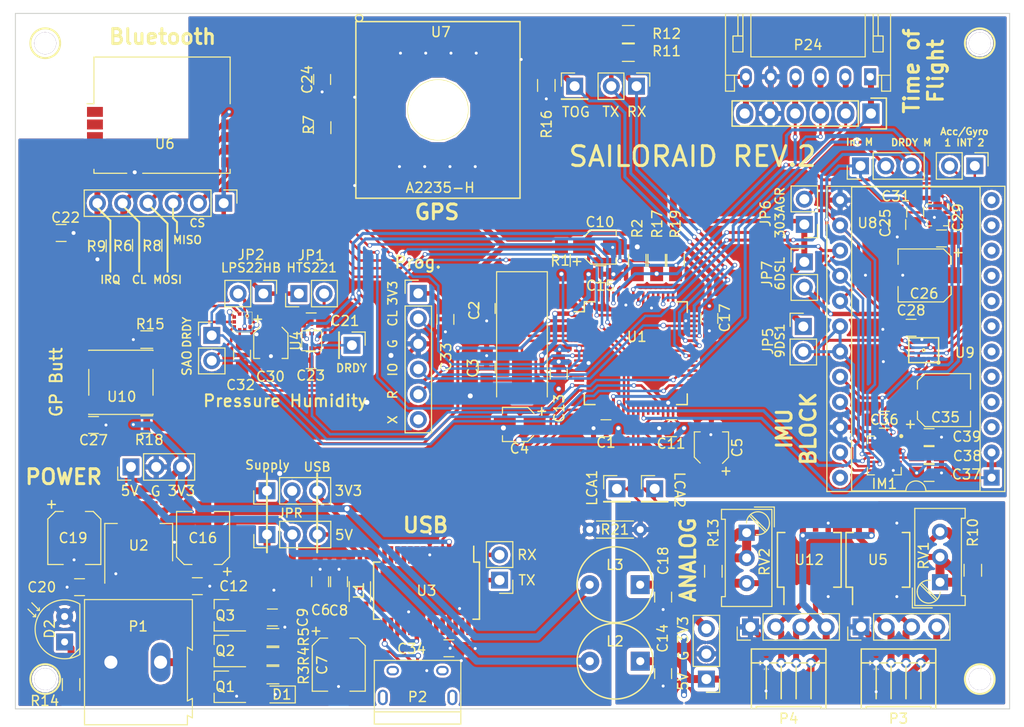
<source format=kicad_pcb>
(kicad_pcb (version 4) (host pcbnew 4.0.4-stable)
  (layers (0 F.Cu signal) (31 B.Cu signal) (34 B.Paste user) (35 F.Paste user) (36 B.SilkS user) (37 F.SilkS user) (38 B.Mask user) (39 F.Mask user) (44 Edge.Cuts user))
  (net 0 "")
  (net 1 GND)
  (net 2 +3V3)
  (net 3 "Net-(C2-Pad1)")
  (net 4 "Net-(C3-Pad1)")
  (net 5 "Net-(C5-Pad1)")
  (net 6 +5VA)
  (net 7 GNDA)
  (net 8 +3.3VADC)
  (net 9 /HTS_VDD)
  (net 10 "Net-(C25-Pad1)")
  (net 11 /U_BUT)
  (net 12 /LPS_VDD)
  (net 13 "Net-(D1-Pad1)")
  (net 14 /GPS_TOGGLE)
  (net 15 "Net-(L1-Pad1)")
  (net 16 +5V)
  (net 17 "Net-(P2-Pad2)")
  (net 18 "Net-(P2-Pad3)")
  (net 19 /SWCLK)
  (net 20 /SWDIO)
  (net 21 /NRST)
  (net 22 /IMU_I2C_DA)
  (net 23 /IMU_I2C_CL)
  (net 24 /USB_USART_TX)
  (net 25 /USB_USART_RX)
  (net 26 /GPS_RX)
  (net 27 /GPS_TX)
  (net 28 /LSM6DSL_INT2)
  (net 29 /LSM6DSL_INT1)
  (net 30 /LPS_DRDY)
  (net 31 /LPS_SA0)
  (net 32 /303C_I_XL)
  (net 33 /HTS_DRDY)
  (net 34 /Load_cell_amp_1)
  (net 35 /Load_cell_amp_2)
  (net 36 "Net-(Q1-Pad2)")
  (net 37 "Net-(Q2-Pad1)")
  (net 38 "Net-(Q2-Pad2)")
  (net 39 "Net-(R2-Pad1)")
  (net 40 "Net-(R7-Pad1)")
  (net 41 "Net-(R7-Pad2)")
  (net 42 "Net-(R10-Pad1)")
  (net 43 "Net-(R10-Pad2)")
  (net 44 "Net-(R13-Pad1)")
  (net 45 "Net-(R13-Pad2)")
  (net 46 "Net-(R15-Pad2)")
  (net 47 /GPS_NRST)
  (net 48 "Net-(U11-Pad3)")
  (net 49 /VL_C9)
  (net 50 /VL_C10)
  (net 51 "Net-(P25-Pad2)")
  (net 52 "Net-(P25-Pad3)")
  (net 53 "Net-(P26-Pad2)")
  (net 54 "Net-(P26-Pad3)")
  (net 55 "Net-(P1-Pad2)")
  (net 56 /USB5V)
  (net 57 /USB3V3)
  (net 58 "Net-(D2-Pad1)")
  (net 59 "Net-(JP3-Pad1)")
  (net 60 "Net-(JP4-Pad1)")
  (net 61 /BT_RST)
  (net 62 /BT_CS)
  (net 63 /BT_MISO)
  (net 64 /BT_MOSI)
  (net 65 /BT_CL)
  (net 66 /BT_IRQ)
  (net 67 "Net-(C38-Pad1)")
  (net 68 "Net-(C39-Pad1)")
  (net 69 /LSM9_CS_A/G)
  (net 70 /LSM9_DEN_A/G)
  (net 71 /LSM303_VDD)
  (net 72 /LSM6_VDD)
  (net 73 /DRDY_Mag)
  (net 74 /INT_Mag)
  (module FOOTPRINTS:LGA-24L_3x3.5mm_Pitch0.43mm_Handsolder (layer F.Cu) (at 130.95 146.845 270)
    (fp_text reference IM1 (at 2.855 0 360) (layer F.SilkS))
    (fp_text value LSM9DS1)
    (pad 1 smd rect (at -1.505 -1.4 270) (size 0.23 0.7) (layers F.Cu F.Paste F.Mask) (net 69 /LSM9_CS_A/G))
    (pad 2 smd rect (at -1.65 -0.645 270) (size 0.7 0.23) (layers F.Cu F.Paste F.Mask) (net 23 /IMU_I2C_CL))
    (pad 17 smd rect (at 1.65 -0.645 270) (size 0.7 0.23) (layers F.Cu F.Paste F.Mask) (net 1 GND))
    (pad 3 smd rect (at -1.65 -0.215 270) (size 0.7 0.23) (layers F.Cu F.Paste F.Mask) (net 69 /LSM9_CS_A/G))
    (pad 16 smd rect (at 1.65 -0.215 270) (size 0.7 0.23) (layers F.Cu F.Paste F.Mask) (net 1 GND))
    (pad 4 smd rect (at -1.65 0.215 270) (size 0.7 0.23) (layers F.Cu F.Paste F.Mask) (net 22 /IMU_I2C_DA))
    (pad 15 smd rect (at 1.65 0.215 270) (size 0.7 0.23) (layers F.Cu F.Paste F.Mask) (net 1 GND))
    (pad 5 smd rect (at -1.65 0.645 270) (size 0.7 0.23) (layers F.Cu F.Paste F.Mask) (net 1 GND))
    (pad 14 smd rect (at 1.65 0.645 270) (size 0.7 0.23) (layers F.Cu F.Paste F.Mask) (net 1 GND))
    (pad 24 smd rect (at -1.075 -1.4 270) (size 0.23 0.7) (layers F.Cu F.Paste F.Mask) (net 68 "Net-(C39-Pad1)"))
    (pad 23 smd rect (at -0.645 -1.4 270) (size 0.23 0.7) (layers F.Cu F.Paste F.Mask) (net 69 /LSM9_CS_A/G))
    (pad 22 smd rect (at -0.215 -1.4 270) (size 0.23 0.7) (layers F.Cu F.Paste F.Mask) (net 69 /LSM9_CS_A/G))
    (pad 21 smd rect (at 0.215 -1.4 270) (size 0.23 0.7) (layers F.Cu F.Paste F.Mask) (net 67 "Net-(C38-Pad1)"))
    (pad 20 smd rect (at 0.645 -1.4 270) (size 0.23 0.7) (layers F.Cu F.Paste F.Mask) (net 1 GND))
    (pad 19 smd rect (at 1.075 -1.4 270) (size 0.23 0.7) (layers F.Cu F.Paste F.Mask) (net 1 GND))
    (pad 18 smd rect (at 1.505 -1.4 270) (size 0.23 0.7) (layers F.Cu F.Paste F.Mask) (net 1 GND))
    (pad 6 smd rect (at -1.505 1.4 270) (size 0.23 0.7) (layers F.Cu F.Paste F.Mask) (net 1 GND))
    (pad 7 smd rect (at -1.075 1.4 270) (size 0.23 0.7) (layers F.Cu F.Paste F.Mask) (net 69 /LSM9_CS_A/G))
    (pad 8 smd rect (at -0.645 1.4 270) (size 0.23 0.7) (layers F.Cu F.Paste F.Mask) (net 69 /LSM9_CS_A/G))
    (pad 9 smd rect (at -0.215 1.4 270) (size 0.23 0.7) (layers F.Cu F.Paste F.Mask) (net 73 /DRDY_Mag))
    (pad 10 smd rect (at 0.215 1.4 270) (size 0.23 0.7) (layers F.Cu F.Paste F.Mask) (net 74 /INT_Mag))
    (pad 11 smd rect (at 0.645 1.4 90) (size 0.23 0.7) (layers F.Cu F.Paste F.Mask) (net 29 /LSM6DSL_INT1))
    (pad 12 smd rect (at 1.075 1.4 270) (size 0.23 0.7) (layers F.Cu F.Paste F.Mask) (net 28 /LSM6DSL_INT2))
    (pad 13 smd rect (at 1.505 1.4 270) (size 0.23 0.7) (layers F.Cu F.Paste F.Mask) (net 70 /LSM9_DEN_A/G))
  )
  (module FOOTPRINTS:LGA-12_2x2mm_Pitch0.5mm_Handsolder (layer F.Cu) (at 136.3075 122.63 270)
    (fp_text reference U8 (at 0.82 7.0575 360) (layer F.SilkS))
    (fp_text value LSM303AGR)
    (pad 2 smd rect (at -0.95 -0.25 270) (size 0.75 0.35) (layers F.Cu F.Paste F.Mask) (net 71 /LSM303_VDD))
    (pad 3 smd rect (at -0.95 0.25 270) (size 0.75 0.35) (layers F.Cu F.Paste F.Mask) (net 71 /LSM303_VDD))
    (pad 9 smd rect (at 0.95 -0.25 270) (size 0.75 0.35) (layers F.Cu F.Paste F.Mask) (net 71 /LSM303_VDD))
    (pad 8 smd rect (at 0.95 0.25 270) (size 0.75 0.35) (layers F.Cu F.Paste F.Mask) (net 1 GND))
    (pad 4 smd rect (at -0.95 0.75 270) (size 0.75 0.35) (layers F.Cu F.Paste F.Mask) (net 22 /IMU_I2C_DA))
    (pad 7 smd rect (at 0.95 0.75 270) (size 0.75 0.35) (layers F.Cu F.Paste F.Mask) (net 74 /INT_Mag))
    (pad 1 smd rect (at -0.95 -0.75 270) (size 0.75 0.35) (layers F.Cu F.Paste F.Mask) (net 23 /IMU_I2C_CL))
    (pad 10 smd rect (at 0.95 -0.75 270) (size 0.75 0.35) (layers F.Cu F.Paste F.Mask) (net 71 /LSM303_VDD))
    (pad 5 smd rect (at -0.25 0.95 180) (size 0.75 0.35) (layers F.Cu F.Paste F.Mask) (net 10 "Net-(C25-Pad1)"))
    (pad 6 smd rect (at 0.25 0.95) (size 0.75 0.35) (layers F.Cu F.Paste F.Mask) (net 1 GND))
    (pad 11 smd rect (at 0.25 -0.95) (size 0.75 0.35) (layers F.Cu F.Paste F.Mask) (net 73 /DRDY_Mag))
    (pad 12 smd rect (at -0.25 -0.95) (size 0.75 0.35) (layers F.Cu F.Paste F.Mask) (net 32 /303C_I_XL))
  )
  (module Capacitors_SMD:C_0805_HandSoldering (layer F.Cu) (at 134.05 122.35 270)
    (fp_text reference C31 (at -1.6 1.95 360) (layer F.SilkS))
    (fp_text value 100nF)
    (pad 1 smd rect (at -1.25 0 270) (size 1.5 1.25) (layers F.Cu F.Paste F.Mask) (net 71 /LSM303_VDD))
    (pad 2 smd rect (at 1.25 0 270) (size 1.5 1.25) (layers F.Cu F.Paste F.Mask) (net 1 GND))
  )
  (module Pin_Headers:Pin_Header_Straight_1x03_Pitch2.54mm (layer F.Cu) (at 128.55 117.7 90)
    (fp_text reference P14 hide)
    (fp_text value CONN_01X03)
    (pad 1 thru_hole rect (at 0 0 90) (size 1.7 1.7) (drill 1) (layers *.Cu *.Mask) (net 74 /INT_Mag))
    (pad 2 thru_hole oval (at 0 2.54 90) (size 1.7 1.7) (drill 1) (layers *.Cu *.Mask) (net 32 /303C_I_XL))
    (pad 3 thru_hole oval (at 0 5.08 90) (size 1.7 1.7) (drill 1) (layers *.Cu *.Mask) (net 73 /DRDY_Mag))
  )
  (module Capacitors_SMD:CP_Elec_5x5.3 (layer F.Cu) (at 135 128.7 180)
    (fp_text reference C26 (at 0.05 -1.85 180) (layer F.SilkS))
    (fp_text value 10uF)
    (fp_text user + (at -3.38 2.34 180) (layer F.SilkS))
    (pad 1 smd rect (at -2.2 0) (size 3 1.6) (layers F.Cu F.Paste F.Mask) (net 71 /LSM303_VDD))
    (pad 2 smd rect (at 2.2 0) (size 3 1.6) (layers F.Cu F.Paste F.Mask) (net 1 GND))
  )
  (module Capacitors_SMD:C_0805_HandSoldering (layer F.Cu) (at 132.25 123.6 270)
    (fp_text reference C25 (at -0.15 1.2 270) (layer F.SilkS))
    (fp_text value 220nF)
    (pad 1 smd rect (at -1.25 0 270) (size 1.5 1.25) (layers F.Cu F.Paste F.Mask) (net 10 "Net-(C25-Pad1)"))
    (pad 2 smd rect (at 1.25 0 270) (size 1.5 1.25) (layers F.Cu F.Paste F.Mask) (net 1 GND))
  )
  (module Capacitors_SMD:C_0805_HandSoldering (layer F.Cu) (at 136.7 125 180)
    (fp_text reference C29 (at -1.65 2.1 270) (layer F.SilkS))
    (fp_text value 100nF)
    (pad 1 smd rect (at -1.25 0 180) (size 1.5 1.25) (layers F.Cu F.Paste F.Mask) (net 71 /LSM303_VDD))
    (pad 2 smd rect (at 1.25 0 180) (size 1.5 1.25) (layers F.Cu F.Paste F.Mask) (net 1 GND))
  )
  (module Pin_Headers:Pin_Header_Straight_1x01_Pitch2.54mm (layer F.Cu) (at 77.4 135.75 270)
    (fp_text reference P15 hide)
    (fp_text value CONN_01X01)
    (pad 1 thru_hole rect (at 0 0 270) (size 1.7 1.7) (drill 1) (layers *.Cu *.Mask) (net 33 /HTS_DRDY))
  )
  (module Crystals:Crystal_SMD_HC49-SD (layer F.Cu) (at 94.5 135.05 270)
    (fp_text reference Y1 hide)
    (fp_text value 8MHz)
    (pad 1 smd rect (at -4.25 0 270) (size 4.5 2) (layers F.Cu F.Paste F.Mask) (net 3 "Net-(C2-Pad1)"))
    (pad 2 smd rect (at 4.25 0 270) (size 4.5 2) (layers F.Cu F.Paste F.Mask) (net 4 "Net-(C3-Pad1)"))
  )
  (module Pin_Headers:Pin_Header_Straight_1x01_Pitch2.54mm (layer F.Cu) (at 104.05 150.2)
    (fp_text reference P16 hide)
    (fp_text value CONN_01X01)
    (pad 1 thru_hole rect (at 0 0) (size 1.7 1.7) (drill 1) (layers *.Cu *.Mask) (net 34 /Load_cell_amp_1))
  )
  (module RF_Modules:ST_SPBTLE (layer F.Cu) (at 58.3 115.45)
    (fp_text reference U6 (at 0.275 0.025) (layer F.SilkS))
    (fp_text value SPBTLE-RF)
    (pad 1 smd rect (at -6.75 -3.19) (size 1.6 1) (layers F.Cu F.Paste F.Mask))
    (pad 2 smd rect (at -6.75 -1.92) (size 1.6 1) (layers F.Cu F.Paste F.Mask))
    (pad 3 smd rect (at -6.75 -0.65) (size 1.6 1) (layers F.Cu F.Paste F.Mask))
    (pad 4 smd rect (at -6.75 0.62) (size 1.6 1) (layers F.Cu F.Paste F.Mask) (net 66 /BT_IRQ))
    (pad 5 smd rect (at -6.75 1.89) (size 1.6 1) (layers F.Cu F.Paste F.Mask) (net 2 +3V3))
    (pad 7 smd rect (at 6.75 1.89) (size 1.6 1) (layers F.Cu F.Paste F.Mask) (net 62 /BT_CS))
    (pad 8 smd rect (at 6.75 0.62) (size 1.6 1) (layers F.Cu F.Paste F.Mask) (net 63 /BT_MISO))
    (pad 9 smd rect (at 6.75 -0.65) (size 1.6 1) (layers F.Cu F.Paste F.Mask) (net 64 /BT_MOSI))
    (pad 10 smd rect (at 6.75 -1.92) (size 1.6 1) (layers F.Cu F.Paste F.Mask) (net 65 /BT_CL))
    (pad 11 smd rect (at 6.75 -3.19) (size 1.6 1) (layers F.Cu F.Paste F.Mask) (net 61 /BT_RST))
    (pad 6 smd rect (at -2.75 2.89 90) (size 1.6 1) (layers F.Cu F.Paste F.Mask) (net 1 GND))
  )
  (module Capacitors_SMD:C_0805_HandSoldering (layer F.Cu) (at 74.2 159.55 90)
    (fp_text reference C6 (at -2.85 0.05 360) (layer F.SilkS))
    (fp_text value 100n)
    (pad 1 smd rect (at -1.25 0 90) (size 1.5 1.25) (layers F.Cu F.Paste F.Mask) (net 56 /USB5V))
    (pad 2 smd rect (at 1.25 0 90) (size 1.5 1.25) (layers F.Cu F.Paste F.Mask) (net 1 GND))
  )
  (module Capacitors_SMD:CP_Elec_5x5.3 (layer F.Cu) (at 76.05 167.9 270)
    (fp_text reference C7 (at 0.05 1.65 270) (layer F.SilkS))
    (fp_text value 10u)
    (fp_text user + (at -3.38 2.34 270) (layer F.SilkS))
    (pad 1 smd rect (at -2.2 0 90) (size 3 1.6) (layers F.Cu F.Paste F.Mask) (net 56 /USB5V))
    (pad 2 smd rect (at 2.2 0 90) (size 3 1.6) (layers F.Cu F.Paste F.Mask) (net 1 GND))
  )
  (module Capacitors_SMD:C_0805_HandSoldering (layer F.Cu) (at 102.95 144.1)
    (fp_text reference C1 (at 0 1.45 180) (layer F.SilkS))
    (fp_text value 1u)
    (pad 1 smd rect (at -1.25 0) (size 1.5 1.25) (layers F.Cu F.Paste F.Mask) (net 1 GND))
    (pad 2 smd rect (at 1.25 0) (size 1.5 1.25) (layers F.Cu F.Paste F.Mask) (net 2 +3V3))
  )
  (module Capacitors_SMD:C_0805_HandSoldering (layer F.Cu) (at 90.95 132.05 270)
    (fp_text reference C2 (at 0.2 1.25 450) (layer F.SilkS))
    (fp_text value 18p)
    (pad 1 smd rect (at -1.25 0 270) (size 1.5 1.25) (layers F.Cu F.Paste F.Mask) (net 3 "Net-(C2-Pad1)"))
    (pad 2 smd rect (at 1.25 0 270) (size 1.5 1.25) (layers F.Cu F.Paste F.Mask) (net 1 GND))
  )
  (module Capacitors_SMD:C_0805_HandSoldering (layer F.Cu) (at 90.95 138.05 90)
    (fp_text reference C3 (at 0 -1.4 270) (layer F.SilkS))
    (fp_text value 18p)
    (pad 1 smd rect (at -1.25 0 90) (size 1.5 1.25) (layers F.Cu F.Paste F.Mask) (net 4 "Net-(C3-Pad1)"))
    (pad 2 smd rect (at 1.25 0 90) (size 1.5 1.25) (layers F.Cu F.Paste F.Mask) (net 1 GND))
  )
  (module Capacitors_SMD:C_0805_HandSoldering (layer F.Cu) (at 76.1 159.55 90)
    (fp_text reference C8 (at -2.9 -0.05 360) (layer F.SilkS))
    (fp_text value 100n)
    (pad 1 smd rect (at -1.25 0 90) (size 1.5 1.25) (layers F.Cu F.Paste F.Mask) (net 56 /USB5V))
    (pad 2 smd rect (at 1.25 0 90) (size 1.5 1.25) (layers F.Cu F.Paste F.Mask) (net 1 GND))
  )
  (module Capacitors_SMD:C_0805_HandSoldering (layer F.Cu) (at 69.4 163.15)
    (fp_text reference C9 (at 3.05 0 90) (layer F.SilkS))
    (fp_text value 100n)
    (pad 1 smd rect (at -1.25 0) (size 1.5 1.25) (layers F.Cu F.Paste F.Mask) (net 16 +5V))
    (pad 2 smd rect (at 1.25 0) (size 1.5 1.25) (layers F.Cu F.Paste F.Mask) (net 1 GND))
  )
  (module Capacitors_SMD:C_0805_HandSoldering (layer F.Cu) (at 109.55 144.1)
    (fp_text reference C11 (at -0.05 1.55) (layer F.SilkS))
    (fp_text value 100n)
    (pad 1 smd rect (at -1.25 0) (size 1.5 1.25) (layers F.Cu F.Paste F.Mask) (net 1 GND))
    (pad 2 smd rect (at 1.25 0) (size 1.5 1.25) (layers F.Cu F.Paste F.Mask) (net 2 +3V3))
  )
  (module Capacitors_SMD:C_0805_HandSoldering (layer F.Cu) (at 61.85 160)
    (fp_text reference C12 (at 3.65 0) (layer F.SilkS))
    (fp_text value 100n)
    (pad 1 smd rect (at -1.25 0) (size 1.5 1.25) (layers F.Cu F.Paste F.Mask) (net 16 +5V))
    (pad 2 smd rect (at 1.25 0) (size 1.5 1.25) (layers F.Cu F.Paste F.Mask) (net 1 GND))
  )
  (module Capacitors_SMD:C_0805_HandSoldering (layer F.Cu) (at 98.2 138.65 270)
    (fp_text reference C13 (at 3.45 -0.05 270) (layer F.SilkS))
    (fp_text value 100n)
    (pad 1 smd rect (at -1.25 0 270) (size 1.5 1.25) (layers F.Cu F.Paste F.Mask) (net 1 GND))
    (pad 2 smd rect (at 1.25 0 270) (size 1.5 1.25) (layers F.Cu F.Paste F.Mask) (net 2 +3V3))
  )
  (module Capacitors_SMD:C_0805_HandSoldering (layer F.Cu) (at 108.7 168.8 270)
    (fp_text reference C14 (at -3.55 0.05 270) (layer F.SilkS))
    (fp_text value 100n)
    (pad 1 smd rect (at -1.25 0 270) (size 1.5 1.25) (layers F.Cu F.Paste F.Mask) (net 6 +5VA))
    (pad 2 smd rect (at 1.25 0 270) (size 1.5 1.25) (layers F.Cu F.Paste F.Mask) (net 7 GNDA))
  )
  (module Capacitors_SMD:C_0805_HandSoldering (layer F.Cu) (at 102.45 128.6 180)
    (fp_text reference C15 (at 0.05 -1.15 180) (layer F.SilkS))
    (fp_text value 100n)
    (pad 1 smd rect (at -1.25 0 180) (size 1.5 1.25) (layers F.Cu F.Paste F.Mask) (net 1 GND))
    (pad 2 smd rect (at 1.25 0 180) (size 1.5 1.25) (layers F.Cu F.Paste F.Mask) (net 2 +3V3))
  )
  (module Capacitors_SMD:CP_Elec_5x5.3 (layer F.Cu) (at 62.45 155.15 90)
    (fp_text reference C16 (at 0 -0.05 360) (layer F.SilkS))
    (fp_text value 10u)
    (fp_text user + (at -3.38 2.34 90) (layer F.SilkS))
    (pad 1 smd rect (at -2.2 0 270) (size 3 1.6) (layers F.Cu F.Paste F.Mask) (net 16 +5V))
    (pad 2 smd rect (at 2.2 0 270) (size 3 1.6) (layers F.Cu F.Paste F.Mask) (net 1 GND))
  )
  (module Capacitors_SMD:C_0805_HandSoldering (layer F.Cu) (at 113.35 133.05 90)
    (fp_text reference C17 (at 0.05 1.55 270) (layer F.SilkS))
    (fp_text value 100n)
    (pad 1 smd rect (at -1.25 0 90) (size 1.5 1.25) (layers F.Cu F.Paste F.Mask) (net 1 GND))
    (pad 2 smd rect (at 1.25 0 90) (size 1.5 1.25) (layers F.Cu F.Paste F.Mask) (net 2 +3V3))
  )
  (module Capacitors_SMD:C_0805_HandSoldering (layer F.Cu) (at 108.7 161.1 270)
    (fp_text reference C18 (at -3.65 0 450) (layer F.SilkS))
    (fp_text value 100n)
    (pad 1 smd rect (at -1.25 0 270) (size 1.5 1.25) (layers F.Cu F.Paste F.Mask) (net 8 +3.3VADC))
    (pad 2 smd rect (at 1.25 0 270) (size 1.5 1.25) (layers F.Cu F.Paste F.Mask) (net 7 GNDA))
  )
  (module Capacitors_SMD:CP_Elec_5x5.3 (layer F.Cu) (at 49.45 155.15 270)
    (fp_text reference C19 (at 0 0.1 360) (layer F.SilkS))
    (fp_text value 10u)
    (fp_text user + (at -3.38 2.34 270) (layer F.SilkS))
    (pad 1 smd rect (at -2.2 0 90) (size 3 1.6) (layers F.Cu F.Paste F.Mask) (net 2 +3V3))
    (pad 2 smd rect (at 2.2 0 90) (size 3 1.6) (layers F.Cu F.Paste F.Mask) (net 1 GND))
  )
  (module Capacitors_SMD:C_0805_HandSoldering (layer F.Cu) (at 50 160.1 180)
    (fp_text reference C20 (at 3.8 0 180) (layer F.SilkS))
    (fp_text value 100n)
    (pad 1 smd rect (at -1.25 0 180) (size 1.5 1.25) (layers F.Cu F.Paste F.Mask) (net 2 +3V3))
    (pad 2 smd rect (at 1.25 0 180) (size 1.5 1.25) (layers F.Cu F.Paste F.Mask) (net 1 GND))
  )
  (module Capacitors_SMD:C_0805_HandSoldering (layer F.Cu) (at 73.3 133.35 180)
    (fp_text reference C21 (at -3.4 0.05 180) (layer F.SilkS))
    (fp_text value 2.2u)
    (pad 1 smd rect (at -1.25 0 180) (size 1.5 1.25) (layers F.Cu F.Paste F.Mask) (net 9 /HTS_VDD))
    (pad 2 smd rect (at 1.25 0 180) (size 1.5 1.25) (layers F.Cu F.Paste F.Mask) (net 1 GND))
  )
  (module Capacitors_SMD:C_0805_HandSoldering (layer F.Cu) (at 48.15 124.45)
    (fp_text reference C22 (at 0.45 -1.55) (layer F.SilkS))
    (fp_text value 1uF)
    (pad 1 smd rect (at -1.25 0) (size 1.5 1.25) (layers F.Cu F.Paste F.Mask) (net 2 +3V3))
    (pad 2 smd rect (at 1.25 0) (size 1.5 1.25) (layers F.Cu F.Paste F.Mask) (net 1 GND))
  )
  (module Capacitors_SMD:C_0805_HandSoldering (layer F.Cu) (at 73.3 137.25 180)
    (fp_text reference C23 (at 0.05 -1.55 360) (layer F.SilkS))
    (fp_text value 100n)
    (pad 1 smd rect (at -1.25 0 180) (size 1.5 1.25) (layers F.Cu F.Paste F.Mask) (net 9 /HTS_VDD))
    (pad 2 smd rect (at 1.25 0 180) (size 1.5 1.25) (layers F.Cu F.Paste F.Mask) (net 1 GND))
  )
  (module Capacitors_SMD:C_0805_HandSoldering (layer F.Cu) (at 74.4 109 270)
    (fp_text reference C24 (at 0 1.5 270) (layer F.SilkS))
    (fp_text value 100n)
    (pad 1 smd rect (at -1.25 0 270) (size 1.5 1.25) (layers F.Cu F.Paste F.Mask) (net 2 +3V3))
    (pad 2 smd rect (at 1.25 0 270) (size 1.5 1.25) (layers F.Cu F.Paste F.Mask) (net 1 GND))
  )
  (module Capacitors_SMD:C_0805_HandSoldering (layer F.Cu) (at 51.41 143.78)
    (fp_text reference C27 (at -0.01 1.52) (layer F.SilkS))
    (fp_text value 100n)
    (pad 1 smd rect (at -1.25 0) (size 1.5 1.25) (layers F.Cu F.Paste F.Mask) (net 11 /U_BUT))
    (pad 2 smd rect (at 1.25 0) (size 1.5 1.25) (layers F.Cu F.Paste F.Mask) (net 1 GND))
  )
  (module Capacitors_SMD:C_0805_HandSoldering (layer F.Cu) (at 133.64 133.99)
    (fp_text reference C28 (at 0 -1.75) (layer F.SilkS))
    (fp_text value 100nF)
    (pad 1 smd rect (at -1.25 0) (size 1.5 1.25) (layers F.Cu F.Paste F.Mask) (net 72 /LSM6_VDD))
    (pad 2 smd rect (at 1.25 0) (size 1.5 1.25) (layers F.Cu F.Paste F.Mask) (net 1 GND))
  )
  (module Capacitors_SMD:C_0805_HandSoldering (layer F.Cu) (at 66.35 136.75 270)
    (fp_text reference C32 (at 3 0.15 360) (layer F.SilkS))
    (fp_text value 100n)
    (pad 1 smd rect (at -1.25 0 270) (size 1.5 1.25) (layers F.Cu F.Paste F.Mask) (net 12 /LPS_VDD))
    (pad 2 smd rect (at 1.25 0 270) (size 1.5 1.25) (layers F.Cu F.Paste F.Mask) (net 1 GND))
  )
  (module Capacitors_SMD:C_0805_HandSoldering (layer F.Cu) (at 86.8 133.15 90)
    (fp_text reference C33 (at -3.775 0.075 90) (layer F.SilkS))
    (fp_text value 100n)
    (pad 1 smd rect (at -1.25 0 90) (size 1.5 1.25) (layers F.Cu F.Paste F.Mask) (net 1 GND))
    (pad 2 smd rect (at 1.25 0 90) (size 1.5 1.25) (layers F.Cu F.Paste F.Mask) (net 2 +3V3))
  )
  (module Diodes_SMD:D_SOD-323 (layer F.Cu) (at 70.2 170.9 180)
    (fp_text reference D1 (at -0.15 0 180) (layer F.SilkS))
    (fp_text value D_Zener)
    (pad 1 smd rect (at -1.05 0 180) (size 0.6 0.45) (layers F.Cu F.Paste F.Mask) (net 13 "Net-(D1-Pad1)"))
    (pad 2 smd rect (at 1.05 0 180) (size 0.6 0.45) (layers F.Cu F.Paste F.Mask) (net 1 GND))
  )
  (module Opto-Devices:PhotoDiode_SFH205 (layer F.Cu) (at 48.5 165.61 90)
    (fp_text reference D2 (at 1.31 -1.5 90) (layer F.SilkS))
    (fp_text value D_Photo)
    (pad 2 thru_hole circle (at 2.56 0 270) (size 1.7 1.7) (drill 0.7) (layers *.Cu *.Mask) (net 1 GND))
    (pad 1 thru_hole rect (at 0 0 270) (size 1.7 1.7) (drill 0.7) (layers *.Cu *.Mask) (net 58 "Net-(D2-Pad1)"))
  )
  (module Pin_Headers:Pin_Header_Straight_1x02_Pitch2.54mm (layer F.Cu) (at 72.06 130.55 90)
    (fp_text reference JP1 (at 3.85 1.24 180) (layer F.SilkS))
    (fp_text value Jumper_NC_Small)
    (pad 1 thru_hole rect (at 0 0 90) (size 1.7 1.7) (drill 1) (layers *.Cu *.Mask) (net 2 +3V3))
    (pad 2 thru_hole oval (at 0 2.54 90) (size 1.7 1.7) (drill 1) (layers *.Cu *.Mask) (net 9 /HTS_VDD))
  )
  (module Pin_Headers:Pin_Header_Straight_1x02_Pitch2.54mm (layer F.Cu) (at 68.49 130.55 270)
    (fp_text reference JP2 (at -3.9 1.24 360) (layer F.SilkS))
    (fp_text value Jumper_NC_Small)
    (pad 1 thru_hole rect (at 0 0 270) (size 1.7 1.7) (drill 1) (layers *.Cu *.Mask) (net 2 +3V3))
    (pad 2 thru_hole oval (at 0 2.54 270) (size 1.7 1.7) (drill 1) (layers *.Cu *.Mask) (net 12 /LPS_VDD))
  )
  (module Resistors_SMD:R_1206_HandSoldering (layer F.Cu) (at 78.2 160.55 90)
    (fp_text reference L1 (at 0.1 -0.1 90) (layer F.SilkS))
    (fp_text value L_Core_Ferrite_500mA)
    (pad 1 smd rect (at -2 0 90) (size 2 1.7) (layers F.Cu F.Paste F.Mask) (net 15 "Net-(L1-Pad1)"))
    (pad 2 smd rect (at 2 0 90) (size 2 1.7) (layers F.Cu F.Paste F.Mask) (net 56 /USB5V))
  )
  (module Inductors:INDUCTOR_V (layer F.Cu) (at 103.86 167.55 180)
    (fp_text reference L2 (at 0 1.99898 180) (layer F.SilkS))
    (fp_text value 330uH)
    (pad 1 thru_hole rect (at -2.54 0 180) (size 1.905 1.905) (drill 0.8128) (layers *.Cu *.Mask) (net 6 +5VA))
    (pad 2 thru_hole circle (at 2.54 0 180) (size 1.905 1.905) (drill 0.8128) (layers *.Cu *.Mask) (net 16 +5V))
  )
  (module Inductors:INDUCTOR_V (layer F.Cu) (at 103.85 159.85 180)
    (fp_text reference L3 (at 0 1.99898 180) (layer F.SilkS))
    (fp_text value 330uH)
    (pad 1 thru_hole rect (at -2.54 0 180) (size 1.905 1.905) (drill 0.8128) (layers *.Cu *.Mask) (net 8 +3.3VADC))
    (pad 2 thru_hole circle (at 2.54 0 180) (size 1.905 1.905) (drill 0.8128) (layers *.Cu *.Mask) (net 2 +3V3))
  )
  (module Connect:AK300-2 (layer F.Cu) (at 53.15 167.65)
    (fp_text reference P1 (at 2.75 -3.6) (layer F.SilkS))
    (fp_text value CONN_01X02)
    (pad 1 thru_hole rect (at 0 0) (size 1.98 3.96) (drill 1.32) (layers *.Cu F.Paste F.Mask) (net 1 GND))
    (pad 2 thru_hole oval (at 5 0) (size 1.98 3.96) (drill 1.32) (layers *.Cu F.Paste F.Mask) (net 55 "Net-(P1-Pad2)"))
  )
  (module Connectors:USB_Micro-B (layer F.Cu) (at 84 169.85)
    (fp_text reference P2 (at 0 1.3) (layer F.SilkS))
    (fp_text value USB_B)
    (pad 1 smd rect (at -1.3 -1.35 90) (size 1.35 0.4) (layers F.Cu F.Paste F.Mask) (net 15 "Net-(L1-Pad1)"))
    (pad 2 smd rect (at -0.65 -1.35 90) (size 1.35 0.4) (layers F.Cu F.Paste F.Mask) (net 17 "Net-(P2-Pad2)"))
    (pad 3 smd rect (at 0 -1.35 90) (size 1.35 0.4) (layers F.Cu F.Paste F.Mask) (net 18 "Net-(P2-Pad3)"))
    (pad 4 smd rect (at 0.65 -1.35 90) (size 1.35 0.4) (layers F.Cu F.Paste F.Mask) (net 1 GND))
    (pad 5 smd rect (at 1.3 -1.35 90) (size 1.35 0.4) (layers F.Cu F.Paste F.Mask) (net 1 GND))
    (pad 6 thru_hole oval (at -2.5 -1.35 90) (size 0.95 1.25) (drill oval 0.55 0.85) (layers *.Cu *.Mask))
    (pad 6 thru_hole oval (at 2.5 -1.35 90) (size 0.95 1.25) (drill oval 0.55 0.85) (layers *.Cu *.Mask))
    (pad 6 thru_hole oval (at -3.5 1.35 90) (size 1.55 1) (drill oval 1.15 0.5) (layers *.Cu *.Mask))
    (pad 6 thru_hole oval (at 3.5 1.35 90) (size 1.55 1) (drill oval 1.15 0.5) (layers *.Cu *.Mask))
  )
  (module Pin_Headers:Pin_Header_Straight_1x06_Pitch2.54mm (layer F.Cu) (at 84.075 130.53)
    (fp_text reference P5 hide)
    (fp_text value CONN_01X06)
    (pad 1 thru_hole rect (at 0 0) (size 1.7 1.7) (drill 1) (layers *.Cu *.Mask) (net 2 +3V3))
    (pad 2 thru_hole oval (at 0 2.54) (size 1.7 1.7) (drill 1) (layers *.Cu *.Mask) (net 19 /SWCLK))
    (pad 3 thru_hole oval (at 0 5.08) (size 1.7 1.7) (drill 1) (layers *.Cu *.Mask) (net 1 GND))
    (pad 4 thru_hole oval (at 0 7.62) (size 1.7 1.7) (drill 1) (layers *.Cu *.Mask) (net 20 /SWDIO))
    (pad 5 thru_hole oval (at 0 10.16) (size 1.7 1.7) (drill 1) (layers *.Cu *.Mask) (net 21 /NRST))
    (pad 6 thru_hole oval (at 0 12.7) (size 1.7 1.7) (drill 1) (layers *.Cu *.Mask))
  )
  (module Pin_Headers:Pin_Header_Straight_1x02_Pitch2.54mm (layer F.Cu) (at 92.25 159.39 180)
    (fp_text reference P7 hide)
    (fp_text value CONN_01X02)
    (pad 1 thru_hole rect (at 0 0 180) (size 1.7 1.7) (drill 1) (layers *.Cu *.Mask) (net 24 /USB_USART_TX))
    (pad 2 thru_hole oval (at 0 2.54 180) (size 1.7 1.7) (drill 1) (layers *.Cu *.Mask) (net 25 /USB_USART_RX))
  )
  (module Pin_Headers:Pin_Header_Straight_1x02_Pitch2.54mm (layer F.Cu) (at 106.025 109.675 270)
    (fp_text reference P8 hide)
    (fp_text value CONN_01X02)
    (pad 1 thru_hole rect (at 0 0 270) (size 1.7 1.7) (drill 1) (layers *.Cu *.Mask) (net 26 /GPS_RX))
    (pad 2 thru_hole oval (at 0 2.54 270) (size 1.7 1.7) (drill 1) (layers *.Cu *.Mask) (net 27 /GPS_TX))
  )
  (module Pin_Headers:Pin_Header_Straight_1x02_Pitch2.54mm (layer F.Cu) (at 140.05 117.7 270)
    (fp_text reference P9 hide)
    (fp_text value CONN_01X02)
    (pad 1 thru_hole rect (at 0 0 270) (size 1.7 1.7) (drill 1) (layers *.Cu *.Mask) (net 28 /LSM6DSL_INT2))
    (pad 2 thru_hole oval (at 0 2.54 270) (size 1.7 1.7) (drill 1) (layers *.Cu *.Mask) (net 29 /LSM6DSL_INT1))
  )
  (module Pin_Headers:Pin_Header_Straight_1x02_Pitch2.54mm (layer F.Cu) (at 63.3 134.76)
    (fp_text reference P10 hide)
    (fp_text value CONN_01X02)
    (pad 1 thru_hole rect (at 0 0) (size 1.7 1.7) (drill 1) (layers *.Cu *.Mask) (net 30 /LPS_DRDY))
    (pad 2 thru_hole oval (at 0 2.54) (size 1.7 1.7) (drill 1) (layers *.Cu *.Mask) (net 31 /LPS_SA0))
  )
  (module Pin_Headers:Pin_Header_Straight_1x06_Pitch2.54mm (layer F.Cu) (at 64.5 121.45 270)
    (fp_text reference P11 hide)
    (fp_text value CONN_01X06)
    (pad 1 thru_hole rect (at 0 0 270) (size 1.7 1.7) (drill 1) (layers *.Cu *.Mask) (net 61 /BT_RST))
    (pad 2 thru_hole oval (at 0 2.54 270) (size 1.7 1.7) (drill 1) (layers *.Cu *.Mask) (net 62 /BT_CS))
    (pad 3 thru_hole oval (at 0 5.08 270) (size 1.7 1.7) (drill 1) (layers *.Cu *.Mask) (net 63 /BT_MISO))
    (pad 4 thru_hole oval (at 0 7.62 270) (size 1.7 1.7) (drill 1) (layers *.Cu *.Mask) (net 64 /BT_MOSI))
    (pad 5 thru_hole oval (at 0 10.16 270) (size 1.7 1.7) (drill 1) (layers *.Cu *.Mask) (net 65 /BT_CL))
    (pad 6 thru_hole oval (at 0 12.7 270) (size 1.7 1.7) (drill 1) (layers *.Cu *.Mask) (net 66 /BT_IRQ))
  )
  (module Pin_Headers:Pin_Header_Straight_1x03_Pitch2.54mm (layer F.Cu) (at 55.17 148 90)
    (fp_text reference P12 hide)
    (fp_text value CONN_01X03)
    (pad 1 thru_hole rect (at 0 0 90) (size 1.7 1.7) (drill 1) (layers *.Cu *.Mask) (net 16 +5V))
    (pad 2 thru_hole oval (at 0 2.54 90) (size 1.7 1.7) (drill 1) (layers *.Cu *.Mask) (net 1 GND))
    (pad 3 thru_hole oval (at 0 5.08 90) (size 1.7 1.7) (drill 1) (layers *.Cu *.Mask) (net 2 +3V3))
  )
  (module Pin_Headers:Pin_Header_Straight_1x01_Pitch2.54mm (layer F.Cu) (at 99.8 109.675)
    (fp_text reference P13 hide)
    (fp_text value CONN_01X01)
    (pad 1 thru_hole rect (at 0 0) (size 1.7 1.7) (drill 1) (layers *.Cu *.Mask) (net 14 /GPS_TOGGLE))
  )
  (module Pin_Headers:Pin_Header_Straight_1x01_Pitch2.54mm (layer F.Cu) (at 107.85 150.2)
    (fp_text reference P17 hide)
    (fp_text value CONN_01X01)
    (pad 1 thru_hole rect (at 0 0) (size 1.7 1.7) (drill 1) (layers *.Cu *.Mask) (net 35 /Load_cell_amp_2))
  )
  (module Pin_Headers:Pin_Header_Straight_1x03_Pitch2.54mm (layer F.Cu) (at 113.05 169.35 180)
    (fp_text reference P18 hide)
    (fp_text value CONN_01X03)
    (pad 1 thru_hole rect (at 0 0 180) (size 1.7 1.7) (drill 1) (layers *.Cu *.Mask) (net 6 +5VA))
    (pad 2 thru_hole oval (at 0 2.54 180) (size 1.7 1.7) (drill 1) (layers *.Cu *.Mask) (net 7 GNDA))
    (pad 3 thru_hole oval (at 0 5.08 180) (size 1.7 1.7) (drill 1) (layers *.Cu *.Mask) (net 8 +3.3VADC))
  )
  (module TO_SOT_Packages_SMD:SOT-23_Handsoldering (layer F.Cu) (at 64.3 170.125 180)
    (fp_text reference Q1 (at -0.35 0 360) (layer F.SilkS))
    (fp_text value Q_PMOS_GSD)
    (pad 1 smd rect (at -1.5 -0.95 180) (size 1.9 0.8) (layers F.Cu F.Paste F.Mask) (net 1 GND))
    (pad 2 smd rect (at -1.5 0.95 180) (size 1.9 0.8) (layers F.Cu F.Paste F.Mask) (net 36 "Net-(Q1-Pad2)"))
    (pad 3 smd rect (at 1.5 0 180) (size 1.9 0.8) (layers F.Cu F.Paste F.Mask) (net 55 "Net-(P1-Pad2)"))
  )
  (module TO_SOT_Packages_SMD:SOT-23_Handsoldering (layer F.Cu) (at 64.3 166.525 180)
    (fp_text reference Q2 (at -0.35 0.025 360) (layer F.SilkS))
    (fp_text value Q_PNP_BCE)
    (pad 1 smd rect (at -1.5 -0.95 180) (size 1.9 0.8) (layers F.Cu F.Paste F.Mask) (net 37 "Net-(Q2-Pad1)"))
    (pad 2 smd rect (at -1.5 0.95 180) (size 1.9 0.8) (layers F.Cu F.Paste F.Mask) (net 38 "Net-(Q2-Pad2)"))
    (pad 3 smd rect (at 1.5 0 180) (size 1.9 0.8) (layers F.Cu F.Paste F.Mask) (net 36 "Net-(Q1-Pad2)"))
  )
  (module TO_SOT_Packages_SMD:SOT-23_Handsoldering (layer F.Cu) (at 64.3 162.925 180)
    (fp_text reference Q3 (at -0.35 -0.025 180) (layer F.SilkS))
    (fp_text value Q_PNP_BCE)
    (pad 1 smd rect (at -1.5 -0.95 180) (size 1.9 0.8) (layers F.Cu F.Paste F.Mask) (net 38 "Net-(Q2-Pad2)"))
    (pad 2 smd rect (at -1.5 0.95 180) (size 1.9 0.8) (layers F.Cu F.Paste F.Mask) (net 59 "Net-(JP3-Pad1)"))
    (pad 3 smd rect (at 1.5 0 180) (size 1.9 0.8) (layers F.Cu F.Paste F.Mask) (net 36 "Net-(Q1-Pad2)"))
  )
  (module Resistors_SMD:R_0805_HandSoldering (layer F.Cu) (at 98.475 127.225 90)
    (fp_text reference R1 (at 0 -0.125 360) (layer F.SilkS))
    (fp_text value 10k)
    (pad 1 smd rect (at -1.35 0 90) (size 1.5 1.3) (layers F.Cu F.Paste F.Mask) (net 21 /NRST))
    (pad 2 smd rect (at 1.35 0 90) (size 1.5 1.3) (layers F.Cu F.Paste F.Mask) (net 2 +3V3))
  )
  (module Resistors_SMD:R_0805_HandSoldering (layer F.Cu) (at 106.1 127.2 90)
    (fp_text reference R2 (at 3.2 0 270) (layer F.SilkS))
    (fp_text value 10k)
    (pad 1 smd rect (at -1.35 0 90) (size 1.5 1.3) (layers F.Cu F.Paste F.Mask) (net 39 "Net-(R2-Pad1)"))
    (pad 2 smd rect (at 1.35 0 90) (size 1.5 1.3) (layers F.Cu F.Paste F.Mask) (net 1 GND))
  )
  (module Resistors_SMD:R_0805_HandSoldering (layer F.Cu) (at 69.45 168.95)
    (fp_text reference R3 (at 3.1 0 90) (layer F.SilkS))
    (fp_text value 2.7k)
    (pad 1 smd rect (at -1.35 0) (size 1.5 1.3) (layers F.Cu F.Paste F.Mask) (net 36 "Net-(Q1-Pad2)"))
    (pad 2 smd rect (at 1.35 0) (size 1.5 1.3) (layers F.Cu F.Paste F.Mask) (net 13 "Net-(D1-Pad1)"))
  )
  (module Resistors_SMD:R_0805_HandSoldering (layer F.Cu) (at 69.45 167.05)
    (fp_text reference R4 (at 3.1 0 90) (layer F.SilkS))
    (fp_text value 6.8k)
    (pad 1 smd rect (at -1.35 0) (size 1.5 1.3) (layers F.Cu F.Paste F.Mask) (net 37 "Net-(Q2-Pad1)"))
    (pad 2 smd rect (at 1.35 0) (size 1.5 1.3) (layers F.Cu F.Paste F.Mask) (net 13 "Net-(D1-Pad1)"))
  )
  (module Resistors_SMD:R_0805_HandSoldering (layer F.Cu) (at 69.45 165.15 180)
    (fp_text reference R5 (at -3.1 0.05 270) (layer F.SilkS))
    (fp_text value 6.8k)
    (pad 1 smd rect (at -1.35 0 180) (size 1.5 1.3) (layers F.Cu F.Paste F.Mask) (net 1 GND))
    (pad 2 smd rect (at 1.35 0 180) (size 1.5 1.3) (layers F.Cu F.Paste F.Mask) (net 38 "Net-(Q2-Pad2)"))
  )
  (module Resistors_SMD:R_0805_HandSoldering (layer F.Cu) (at 54.45 125.7 270)
    (fp_text reference R6 (at 0.05 0.1 360) (layer F.SilkS))
    (fp_text value 10K)
    (pad 1 smd rect (at -1.35 0 270) (size 1.5 1.3) (layers F.Cu F.Paste F.Mask) (net 65 /BT_CL))
    (pad 2 smd rect (at 1.35 0 270) (size 1.5 1.3) (layers F.Cu F.Paste F.Mask) (net 2 +3V3))
  )
  (module Resistors_SMD:R_0805_HandSoldering (layer F.Cu) (at 74.4 113.85 270)
    (fp_text reference R7 (at -0.3 1.35 450) (layer F.SilkS))
    (fp_text value 10k)
    (pad 1 smd rect (at -1.35 0 270) (size 1.5 1.3) (layers F.Cu F.Paste F.Mask) (net 40 "Net-(R7-Pad1)"))
    (pad 2 smd rect (at 1.35 0 270) (size 1.5 1.3) (layers F.Cu F.Paste F.Mask) (net 41 "Net-(R7-Pad2)"))
  )
  (module Resistors_SMD:R_0805_HandSoldering (layer F.Cu) (at 57.4 125.7 270)
    (fp_text reference R8 (at 0.05 0.1 360) (layer F.SilkS))
    (fp_text value 10K)
    (pad 1 smd rect (at -1.35 0 270) (size 1.5 1.3) (layers F.Cu F.Paste F.Mask) (net 61 /BT_RST))
    (pad 2 smd rect (at 1.35 0 270) (size 1.5 1.3) (layers F.Cu F.Paste F.Mask) (net 2 +3V3))
  )
  (module Resistors_SMD:R_0805_HandSoldering (layer F.Cu) (at 51.8 125.75 90)
    (fp_text reference R9 (at -0.05 -0.1 180) (layer F.SilkS))
    (fp_text value 47K)
    (pad 1 smd rect (at -1.35 0 90) (size 1.5 1.3) (layers F.Cu F.Paste F.Mask) (net 1 GND))
    (pad 2 smd rect (at 1.35 0 90) (size 1.5 1.3) (layers F.Cu F.Paste F.Mask) (net 66 /BT_IRQ))
  )
  (module Resistors_SMD:R_0805_HandSoldering (layer F.Cu) (at 139.85 158.4 90)
    (fp_text reference R10 (at 3.8 0 90) (layer F.SilkS))
    (fp_text value 5k)
    (pad 1 smd rect (at -1.35 0 90) (size 1.5 1.3) (layers F.Cu F.Paste F.Mask) (net 42 "Net-(R10-Pad1)"))
    (pad 2 smd rect (at 1.35 0 90) (size 1.5 1.3) (layers F.Cu F.Paste F.Mask) (net 43 "Net-(R10-Pad2)"))
  )
  (module Resistors_SMD:R_0805_HandSoldering (layer F.Cu) (at 105.2 106.3 180)
    (fp_text reference R11 (at -3.85 0.15 360) (layer F.SilkS))
    (fp_text value 10k)
    (pad 1 smd rect (at -1.35 0 180) (size 1.5 1.3) (layers F.Cu F.Paste F.Mask) (net 2 +3V3))
    (pad 2 smd rect (at 1.35 0 180) (size 1.5 1.3) (layers F.Cu F.Paste F.Mask) (net 27 /GPS_TX))
  )
  (module Resistors_SMD:R_0805_HandSoldering (layer F.Cu) (at 105.2 104.45 180)
    (fp_text reference R12 (at -3.85 0.05 360) (layer F.SilkS))
    (fp_text value 10k)
    (pad 1 smd rect (at -1.35 0 180) (size 1.5 1.3) (layers F.Cu F.Paste F.Mask) (net 2 +3V3))
    (pad 2 smd rect (at 1.35 0 180) (size 1.5 1.3) (layers F.Cu F.Paste F.Mask) (net 26 /GPS_RX))
  )
  (module Resistors_SMD:R_0805_HandSoldering (layer F.Cu) (at 113.75 158.5 90)
    (fp_text reference R13 (at 3.85 0 270) (layer F.SilkS))
    (fp_text value 5k)
    (pad 1 smd rect (at -1.35 0 90) (size 1.5 1.3) (layers F.Cu F.Paste F.Mask) (net 44 "Net-(R13-Pad1)"))
    (pad 2 smd rect (at 1.35 0 90) (size 1.5 1.3) (layers F.Cu F.Paste F.Mask) (net 45 "Net-(R13-Pad2)"))
  )
  (module Resistors_SMD:R_0805_HandSoldering (layer F.Cu) (at 56.76 135.18)
    (fp_text reference R15 (at 0.35 -1.55) (layer F.SilkS))
    (fp_text value 1k)
    (pad 1 smd rect (at -1.35 0) (size 1.5 1.3) (layers F.Cu F.Paste F.Mask) (net 1 GND))
    (pad 2 smd rect (at 1.35 0) (size 1.5 1.3) (layers F.Cu F.Paste F.Mask) (net 46 "Net-(R15-Pad2)"))
  )
  (module Resistors_SMD:R_0805_HandSoldering (layer F.Cu) (at 96.95 109.6 90)
    (fp_text reference R16 (at -3.9 0.025 270) (layer F.SilkS))
    (fp_text value 10k)
    (pad 1 smd rect (at -1.35 0 90) (size 1.5 1.3) (layers F.Cu F.Paste F.Mask) (net 1 GND))
    (pad 2 smd rect (at 1.35 0 90) (size 1.5 1.3) (layers F.Cu F.Paste F.Mask) (net 14 /GPS_TOGGLE))
  )
  (module Resistors_SMD:R_0805_HandSoldering (layer F.Cu) (at 56.76 143.73 180)
    (fp_text reference R18 (at -0.25 -1.55 180) (layer F.SilkS))
    (fp_text value 10k)
    (pad 1 smd rect (at -1.35 0 180) (size 1.5 1.3) (layers F.Cu F.Paste F.Mask) (net 11 /U_BUT))
    (pad 2 smd rect (at 1.35 0 180) (size 1.5 1.3) (layers F.Cu F.Paste F.Mask) (net 2 +3V3))
  )
  (module Resistors_ThroughHole:R_Axial_DIN0204_L3.6mm_D1.6mm_P5.08mm_Horizontal (layer F.Cu) (at 101.32 154.3)
    (fp_text reference R21 (at 2.53 0) (layer F.SilkS))
    (fp_text value 0R)
    (pad 1 thru_hole circle (at 0 0) (size 1.4 1.4) (drill 0.7) (layers *.Cu *.Mask) (net 1 GND))
    (pad 2 thru_hole oval (at 5.08 0) (size 1.4 1.4) (drill 0.7) (layers *.Cu *.Mask) (net 7 GNDA))
  )
  (module Housings_QFP:LQFP-64_10x10mm_Pitch0.5mm (layer F.Cu) (at 105.95 136.55)
    (fp_text reference U1 (at 0.1 -1.65) (layer F.SilkS))
    (fp_text value STM32F411RETx)
    (pad 1 smd rect (at -5.7 -3.75) (size 1 0.25) (layers F.Cu F.Paste F.Mask) (net 2 +3V3))
    (pad 2 smd rect (at -5.7 -3.25) (size 1 0.25) (layers F.Cu F.Paste F.Mask) (net 11 /U_BUT))
    (pad 3 smd rect (at -5.7 -2.75) (size 1 0.25) (layers F.Cu F.Paste F.Mask))
    (pad 4 smd rect (at -5.7 -2.25) (size 1 0.25) (layers F.Cu F.Paste F.Mask))
    (pad 5 smd rect (at -5.7 -1.75) (size 1 0.25) (layers F.Cu F.Paste F.Mask) (net 3 "Net-(C2-Pad1)"))
    (pad 6 smd rect (at -5.7 -1.25) (size 1 0.25) (layers F.Cu F.Paste F.Mask) (net 4 "Net-(C3-Pad1)"))
    (pad 7 smd rect (at -5.7 -0.75) (size 1 0.25) (layers F.Cu F.Paste F.Mask) (net 21 /NRST))
    (pad 8 smd rect (at -5.7 -0.25) (size 1 0.25) (layers F.Cu F.Paste F.Mask) (net 21 /NRST))
    (pad 9 smd rect (at -5.7 0.25) (size 1 0.25) (layers F.Cu F.Paste F.Mask) (net 47 /GPS_NRST))
    (pad 10 smd rect (at -5.7 0.75) (size 1 0.25) (layers F.Cu F.Paste F.Mask))
    (pad 11 smd rect (at -5.7 1.25) (size 1 0.25) (layers F.Cu F.Paste F.Mask))
    (pad 12 smd rect (at -5.7 1.75) (size 1 0.25) (layers F.Cu F.Paste F.Mask) (net 1 GND))
    (pad 13 smd rect (at -5.7 2.25) (size 1 0.25) (layers F.Cu F.Paste F.Mask) (net 2 +3V3))
    (pad 14 smd rect (at -5.7 2.75) (size 1 0.25) (layers F.Cu F.Paste F.Mask))
    (pad 15 smd rect (at -5.7 3.25) (size 1 0.25) (layers F.Cu F.Paste F.Mask) (net 65 /BT_CL))
    (pad 16 smd rect (at -5.7 3.75) (size 1 0.25) (layers F.Cu F.Paste F.Mask) (net 24 /USB_USART_TX))
    (pad 17 smd rect (at -3.75 5.7 90) (size 1 0.25) (layers F.Cu F.Paste F.Mask) (net 25 /USB_USART_RX))
    (pad 18 smd rect (at -3.25 5.7 90) (size 1 0.25) (layers F.Cu F.Paste F.Mask) (net 1 GND))
    (pad 19 smd rect (at -2.75 5.7 90) (size 1 0.25) (layers F.Cu F.Paste F.Mask) (net 2 +3V3))
    (pad 20 smd rect (at -2.25 5.7 90) (size 1 0.25) (layers F.Cu F.Paste F.Mask) (net 32 /303C_I_XL))
    (pad 21 smd rect (at -1.75 5.7 90) (size 1 0.25) (layers F.Cu F.Paste F.Mask) (net 74 /INT_Mag))
    (pad 22 smd rect (at -1.25 5.7 90) (size 1 0.25) (layers F.Cu F.Paste F.Mask) (net 63 /BT_MISO))
    (pad 23 smd rect (at -0.75 5.7 90) (size 1 0.25) (layers F.Cu F.Paste F.Mask) (net 64 /BT_MOSI))
    (pad 24 smd rect (at -0.25 5.7 90) (size 1 0.25) (layers F.Cu F.Paste F.Mask) (net 34 /Load_cell_amp_1))
    (pad 25 smd rect (at 0.25 5.7 90) (size 1 0.25) (layers F.Cu F.Paste F.Mask) (net 35 /Load_cell_amp_2))
    (pad 26 smd rect (at 0.75 5.7 90) (size 1 0.25) (layers F.Cu F.Paste F.Mask) (net 73 /DRDY_Mag))
    (pad 27 smd rect (at 1.25 5.7 90) (size 1 0.25) (layers F.Cu F.Paste F.Mask))
    (pad 28 smd rect (at 1.75 5.7 90) (size 1 0.25) (layers F.Cu F.Paste F.Mask))
    (pad 29 smd rect (at 2.25 5.7 90) (size 1 0.25) (layers F.Cu F.Paste F.Mask) (net 30 /LPS_DRDY))
    (pad 30 smd rect (at 2.75 5.7 90) (size 1 0.25) (layers F.Cu F.Paste F.Mask) (net 5 "Net-(C5-Pad1)"))
    (pad 31 smd rect (at 3.25 5.7 90) (size 1 0.25) (layers F.Cu F.Paste F.Mask) (net 1 GND))
    (pad 32 smd rect (at 3.75 5.7 90) (size 1 0.25) (layers F.Cu F.Paste F.Mask) (net 2 +3V3))
    (pad 33 smd rect (at 5.7 3.75) (size 1 0.25) (layers F.Cu F.Paste F.Mask))
    (pad 34 smd rect (at 5.7 3.25) (size 1 0.25) (layers F.Cu F.Paste F.Mask) (net 31 /LPS_SA0))
    (pad 35 smd rect (at 5.7 2.75) (size 1 0.25) (layers F.Cu F.Paste F.Mask))
    (pad 36 smd rect (at 5.7 2.25) (size 1 0.25) (layers F.Cu F.Paste F.Mask) (net 33 /HTS_DRDY))
    (pad 37 smd rect (at 5.7 1.75) (size 1 0.25) (layers F.Cu F.Paste F.Mask))
    (pad 38 smd rect (at 5.7 1.25) (size 1 0.25) (layers F.Cu F.Paste F.Mask))
    (pad 39 smd rect (at 5.7 0.75) (size 1 0.25) (layers F.Cu F.Paste F.Mask))
    (pad 40 smd rect (at 5.7 0.25) (size 1 0.25) (layers F.Cu F.Paste F.Mask) (net 49 /VL_C9))
    (pad 41 smd rect (at 5.7 -0.25) (size 1 0.25) (layers F.Cu F.Paste F.Mask) (net 61 /BT_RST))
    (pad 42 smd rect (at 5.7 -0.75) (size 1 0.25) (layers F.Cu F.Paste F.Mask) (net 26 /GPS_RX))
    (pad 43 smd rect (at 5.7 -1.25) (size 1 0.25) (layers F.Cu F.Paste F.Mask) (net 27 /GPS_TX))
    (pad 44 smd rect (at 5.7 -1.75) (size 1 0.25) (layers F.Cu F.Paste F.Mask) (net 14 /GPS_TOGGLE))
    (pad 45 smd rect (at 5.7 -2.25) (size 1 0.25) (layers F.Cu F.Paste F.Mask))
    (pad 46 smd rect (at 5.7 -2.75) (size 1 0.25) (layers F.Cu F.Paste F.Mask) (net 20 /SWDIO))
    (pad 47 smd rect (at 5.7 -3.25) (size 1 0.25) (layers F.Cu F.Paste F.Mask) (net 1 GND))
    (pad 48 smd rect (at 5.7 -3.75) (size 1 0.25) (layers F.Cu F.Paste F.Mask) (net 2 +3V3))
    (pad 49 smd rect (at 3.75 -5.7 90) (size 1 0.25) (layers F.Cu F.Paste F.Mask) (net 19 /SWCLK))
    (pad 50 smd rect (at 3.25 -5.7 90) (size 1 0.25) (layers F.Cu F.Paste F.Mask))
    (pad 51 smd rect (at 2.75 -5.7 90) (size 1 0.25) (layers F.Cu F.Paste F.Mask) (net 50 /VL_C10))
    (pad 52 smd rect (at 2.25 -5.7 90) (size 1 0.25) (layers F.Cu F.Paste F.Mask))
    (pad 53 smd rect (at 1.75 -5.7 90) (size 1 0.25) (layers F.Cu F.Paste F.Mask))
    (pad 54 smd rect (at 1.25 -5.7 90) (size 1 0.25) (layers F.Cu F.Paste F.Mask))
    (pad 55 smd rect (at 0.75 -5.7 90) (size 1 0.25) (layers F.Cu F.Paste F.Mask) (net 62 /BT_CS))
    (pad 56 smd rect (at 0.25 -5.7 90) (size 1 0.25) (layers F.Cu F.Paste F.Mask) (net 29 /LSM6DSL_INT1))
    (pad 57 smd rect (at -0.25 -5.7 90) (size 1 0.25) (layers F.Cu F.Paste F.Mask) (net 28 /LSM6DSL_INT2))
    (pad 58 smd rect (at -0.75 -5.7 90) (size 1 0.25) (layers F.Cu F.Paste F.Mask))
    (pad 59 smd rect (at -1.25 -5.7 90) (size 1 0.25) (layers F.Cu F.Paste F.Mask))
    (pad 60 smd rect (at -1.75 -5.7 90) (size 1 0.25) (layers F.Cu F.Paste F.Mask) (net 39 "Net-(R2-Pad1)"))
    (pad 61 smd rect (at -2.25 -5.7 90) (size 1 0.25) (layers F.Cu F.Paste F.Mask) (net 23 /IMU_I2C_CL))
    (pad 62 smd rect (at -2.75 -5.7 90) (size 1 0.25) (layers F.Cu F.Paste F.Mask) (net 22 /IMU_I2C_DA))
    (pad 63 smd rect (at -3.25 -5.7 90) (size 1 0.25) (layers F.Cu F.Paste F.Mask) (net 1 GND))
    (pad 64 smd rect (at -3.75 -5.7 90) (size 1 0.25) (layers F.Cu F.Paste F.Mask) (net 2 +3V3))
  )
  (module Housings_SSOP:SSOP-28_5.3x10.2mm_Pitch0.65mm (layer F.Cu) (at 84.9 160.45 270)
    (fp_text reference U3 (at 0 0 360) (layer F.SilkS))
    (fp_text value FT232RL)
    (pad 1 smd rect (at -3.6 -4.225 270) (size 1.75 0.45) (layers F.Cu F.Paste F.Mask) (net 25 /USB_USART_RX))
    (pad 2 smd rect (at -3.6 -3.575 270) (size 1.75 0.45) (layers F.Cu F.Paste F.Mask))
    (pad 3 smd rect (at -3.6 -2.925 270) (size 1.75 0.45) (layers F.Cu F.Paste F.Mask))
    (pad 4 smd rect (at -3.6 -2.275 270) (size 1.75 0.45) (layers F.Cu F.Paste F.Mask) (net 2 +3V3))
    (pad 5 smd rect (at -3.6 -1.625 270) (size 1.75 0.45) (layers F.Cu F.Paste F.Mask) (net 24 /USB_USART_TX))
    (pad 6 smd rect (at -3.6 -0.975 270) (size 1.75 0.45) (layers F.Cu F.Paste F.Mask))
    (pad 7 smd rect (at -3.6 -0.325 270) (size 1.75 0.45) (layers F.Cu F.Paste F.Mask) (net 1 GND))
    (pad 8 smd rect (at -3.6 0.325 270) (size 1.75 0.45) (layers F.Cu F.Paste F.Mask))
    (pad 9 smd rect (at -3.6 0.975 270) (size 1.75 0.45) (layers F.Cu F.Paste F.Mask))
    (pad 10 smd rect (at -3.6 1.625 270) (size 1.75 0.45) (layers F.Cu F.Paste F.Mask))
    (pad 11 smd rect (at -3.6 2.275 270) (size 1.75 0.45) (layers F.Cu F.Paste F.Mask))
    (pad 12 smd rect (at -3.6 2.925 270) (size 1.75 0.45) (layers F.Cu F.Paste F.Mask))
    (pad 13 smd rect (at -3.6 3.575 270) (size 1.75 0.45) (layers F.Cu F.Paste F.Mask))
    (pad 14 smd rect (at -3.6 4.225 270) (size 1.75 0.45) (layers F.Cu F.Paste F.Mask))
    (pad 15 smd rect (at 3.6 4.225 270) (size 1.75 0.45) (layers F.Cu F.Paste F.Mask) (net 18 "Net-(P2-Pad3)"))
    (pad 16 smd rect (at 3.6 3.575 270) (size 1.75 0.45) (layers F.Cu F.Paste F.Mask) (net 17 "Net-(P2-Pad2)"))
    (pad 17 smd rect (at 3.6 2.925 270) (size 1.75 0.45) (layers F.Cu F.Paste F.Mask) (net 57 /USB3V3))
    (pad 18 smd rect (at 3.6 2.275 270) (size 1.75 0.45) (layers F.Cu F.Paste F.Mask) (net 1 GND))
    (pad 19 smd rect (at 3.6 1.625 270) (size 1.75 0.45) (layers F.Cu F.Paste F.Mask))
    (pad 20 smd rect (at 3.6 0.975 270) (size 1.75 0.45) (layers F.Cu F.Paste F.Mask) (net 56 /USB5V))
    (pad 21 smd rect (at 3.6 0.325 270) (size 1.75 0.45) (layers F.Cu F.Paste F.Mask) (net 1 GND))
    (pad 22 smd rect (at 3.6 -0.325 270) (size 1.75 0.45) (layers F.Cu F.Paste F.Mask))
    (pad 23 smd rect (at 3.6 -0.975 270) (size 1.75 0.45) (layers F.Cu F.Paste F.Mask))
    (pad 24 smd rect (at 3.6 -1.625 270) (size 1.75 0.45) (layers F.Cu F.Paste F.Mask))
    (pad 25 smd rect (at 3.6 -2.275 270) (size 1.75 0.45) (layers F.Cu F.Paste F.Mask) (net 1 GND))
    (pad 26 smd rect (at 3.6 -2.925 270) (size 1.75 0.45) (layers F.Cu F.Paste F.Mask) (net 1 GND))
    (pad 27 smd rect (at 3.6 -3.575 270) (size 1.75 0.45) (layers F.Cu F.Paste F.Mask))
    (pad 28 smd rect (at 3.6 -4.225 270) (size 1.75 0.45) (layers F.Cu F.Paste F.Mask))
  )
  (module FOOTPRINTS:HLGA-6L_2x2x.9mm (layer F.Cu) (at 73.35 135.3 270)
    (fp_text reference U4 (at 0 1.6 450) (layer F.SilkS))
    (fp_text value HTS221 hide)
    (pad 3 smd rect (at -0.75 0) (size 0.45 0.4) (layers F.Cu F.Paste F.Mask) (net 33 /HTS_DRDY))
    (pad 6 smd rect (at 0.75 0) (size 0.45 0.4) (layers F.Cu F.Paste F.Mask) (net 9 /HTS_VDD))
    (pad 2 smd rect (at -0.5 -0.75) (size 0.4 0.45) (layers F.Cu F.Paste F.Mask) (net 23 /IMU_I2C_CL))
    (pad 1 smd rect (at 0.5 -0.75) (size 0.4 0.45) (layers F.Cu F.Paste F.Mask) (net 9 /HTS_VDD))
    (pad 4 smd rect (at -0.5 0.75) (size 0.4 0.45) (layers F.Cu F.Paste F.Mask) (net 22 /IMU_I2C_DA))
    (pad 5 smd rect (at 0.5 0.75) (size 0.4 0.45) (layers F.Cu F.Paste F.Mask) (net 1 GND))
  )
  (module Housings_SOIC:SO-8_5.3x6.2mm_Pitch1.27mm (layer F.Cu) (at 130.3 157.35 90)
    (fp_text reference U5 (at 0 0 360) (layer F.SilkS))
    (fp_text value INA128)
    (pad 1 smd rect (at -3.7 -1.905 90) (size 1.75 0.55) (layers F.Cu F.Paste F.Mask) (net 42 "Net-(R10-Pad1)"))
    (pad 2 smd rect (at -3.7 -0.635 90) (size 1.75 0.55) (layers F.Cu F.Paste F.Mask) (net 51 "Net-(P25-Pad2)"))
    (pad 3 smd rect (at -3.7 0.635 90) (size 1.75 0.55) (layers F.Cu F.Paste F.Mask) (net 52 "Net-(P25-Pad3)"))
    (pad 4 smd rect (at -3.7 1.905 90) (size 1.75 0.55) (layers F.Cu F.Paste F.Mask) (net 7 GNDA))
    (pad 5 smd rect (at 3.7 1.905 90) (size 1.75 0.55) (layers F.Cu F.Paste F.Mask) (net 7 GNDA))
    (pad 6 smd rect (at 3.7 0.635 90) (size 1.75 0.55) (layers F.Cu F.Paste F.Mask) (net 35 /Load_cell_amp_2))
    (pad 7 smd rect (at 3.7 -0.635 90) (size 1.75 0.55) (layers F.Cu F.Paste F.Mask) (net 6 +5VA))
    (pad 8 smd rect (at 3.7 -1.905 90) (size 1.75 0.55) (layers F.Cu F.Paste F.Mask) (net 43 "Net-(R10-Pad2)"))
  )
  (module FOOTPRINTS:LGA-14 (layer F.Cu) (at 136.07 136.995 180)
    (fp_text reference U9 (at -2.98 0.495 180) (layer F.SilkS))
    (fp_text value LSM6DSL)
    (pad 1 smd rect (at 0 0 180) (size 0.475 0.25) (layers F.Cu F.Paste) (net 72 /LSM6_VDD))
    (pad 2 smd rect (at 0 0.5 180) (size 0.475 0.25) (layers F.Cu F.Paste) (net 72 /LSM6_VDD))
    (pad 3 smd rect (at 0 1 180) (size 0.475 0.25) (layers F.Cu F.Paste) (net 72 /LSM6_VDD))
    (pad 4 smd rect (at 0 1.5 180) (size 0.475 0.25) (layers F.Cu F.Paste) (net 29 /LSM6DSL_INT1))
    (pad 9 smd rect (at 2.325 1 180) (size 0.475 0.25) (layers F.Cu F.Paste) (net 28 /LSM6DSL_INT2))
    (pad 11 smd rect (at 2.325 0 180) (size 0.475 0.25) (layers F.Cu F.Paste))
    (pad 10 smd rect (at 2.325 0.5 180) (size 0.475 0.25) (layers F.Cu F.Paste))
    (pad 8 smd rect (at 2.325 1.5 180) (size 0.475 0.25) (layers F.Cu F.Paste) (net 72 /LSM6_VDD))
    (pad 14 smd rect (at 0.66 -0.165 270) (size 0.475 0.25) (layers F.Cu F.Paste) (net 22 /IMU_I2C_DA))
    (pad 13 smd rect (at 1.16 -0.165 270) (size 0.475 0.25) (layers F.Cu F.Paste) (net 23 /IMU_I2C_CL))
    (pad 12 smd rect (at 1.66 -0.165 270) (size 0.475 0.25) (layers F.Cu F.Paste) (net 72 /LSM6_VDD))
    (pad 7 smd rect (at 1.66 1.655 270) (size 0.475 0.25) (layers F.Cu F.Paste) (net 1 GND))
    (pad 6 smd rect (at 1.16 1.655 270) (size 0.475 0.25) (layers F.Cu F.Paste) (net 1 GND))
    (pad 5 smd rect (at 0.66 1.655 270) (size 0.475 0.25) (layers F.Cu F.Paste) (net 72 /LSM6_VDD))
  )
  (module Buttons_Switches_SMD:SW_SPST_PTS645 (layer F.Cu) (at 54.16 139.48 180)
    (fp_text reference U10 (at -0.08 -1.45 180) (layer F.SilkS))
    (fp_text value MCDTS2-4N)
    (pad 2 smd rect (at -3.98 2.25 180) (size 1.55 1.3) (layers F.Cu F.Paste F.Mask) (net 46 "Net-(R15-Pad2)"))
    (pad 1 smd rect (at -3.98 -2.25 180) (size 1.55 1.3) (layers F.Cu F.Paste F.Mask) (net 11 /U_BUT))
    (pad 1 smd rect (at 3.98 -2.25 180) (size 1.55 1.3) (layers F.Cu F.Paste F.Mask) (net 11 /U_BUT))
    (pad 2 smd rect (at 3.98 2.25 180) (size 1.55 1.3) (layers F.Cu F.Paste F.Mask) (net 46 "Net-(R15-Pad2)"))
  )
  (module Housings_SOIC:SO-8_5.3x6.2mm_Pitch1.27mm (layer F.Cu) (at 123.4 157.35 90)
    (fp_text reference U12 (at 0 0 180) (layer F.SilkS))
    (fp_text value INA128)
    (pad 1 smd rect (at -3.7 -1.905 90) (size 1.75 0.55) (layers F.Cu F.Paste F.Mask) (net 44 "Net-(R13-Pad1)"))
    (pad 2 smd rect (at -3.7 -0.635 90) (size 1.75 0.55) (layers F.Cu F.Paste F.Mask) (net 53 "Net-(P26-Pad2)"))
    (pad 3 smd rect (at -3.7 0.635 90) (size 1.75 0.55) (layers F.Cu F.Paste F.Mask) (net 54 "Net-(P26-Pad3)"))
    (pad 4 smd rect (at -3.7 1.905 90) (size 1.75 0.55) (layers F.Cu F.Paste F.Mask) (net 7 GNDA))
    (pad 5 smd rect (at 3.7 1.905 90) (size 1.75 0.55) (layers F.Cu F.Paste F.Mask) (net 7 GNDA))
    (pad 6 smd rect (at 3.7 0.635 90) (size 1.75 0.55) (layers F.Cu F.Paste F.Mask) (net 34 /Load_cell_amp_1))
    (pad 7 smd rect (at 3.7 -0.635 90) (size 1.75 0.55) (layers F.Cu F.Paste F.Mask) (net 6 +5VA))
    (pad 8 smd rect (at 3.7 -1.905 90) (size 1.75 0.55) (layers F.Cu F.Paste F.Mask) (net 45 "Net-(R13-Pad2)"))
  )
  (module Custom_Holes:Socket_Strip_Straight_1x06 (layer F.Cu) (at 129.605 112.425 180)
    (fp_text reference P21 hide)
    (fp_text value CONN_01X06)
    (pad 1 thru_hole rect (at 0 0 180) (size 1.7272 2.032) (drill 1.016) (layers *.Cu *.Mask) (net 22 /IMU_I2C_DA))
    (pad 2 thru_hole oval (at 2.54 0 180) (size 1.7272 2.032) (drill 1.016) (layers *.Cu *.Mask) (net 23 /IMU_I2C_CL))
    (pad 3 thru_hole oval (at 5.08 0 180) (size 1.7272 2.032) (drill 1.016) (layers *.Cu *.Mask) (net 49 /VL_C9))
    (pad 4 thru_hole oval (at 7.62 0 180) (size 1.7272 2.032) (drill 1.016) (layers *.Cu *.Mask) (net 50 /VL_C10))
    (pad 5 thru_hole oval (at 10.16 0 180) (size 1.7272 2.032) (drill 1.016) (layers *.Cu *.Mask) (net 1 GND))
    (pad 6 thru_hole oval (at 12.7 0 180) (size 1.7272 2.032) (drill 1.016) (layers *.Cu *.Mask) (net 2 +3V3))
  )
  (module Potentiometers:Potentiometer_Trimmer_Bourns_PV36W (layer F.Cu) (at 136.55 159.6 90)
    (fp_text reference RV1 (at 2.68 -1.65 90) (layer F.SilkS))
    (fp_text value 360)
    (pad 1 thru_hole rect (at 0 0 270) (size 1.62 1.62) (drill 0.9) (layers *.Cu *.Mask) (net 42 "Net-(R10-Pad1)"))
    (pad 2 thru_hole circle (at 2.54 0 270) (size 1.62 1.62) (drill 0.9) (layers *.Cu *.Mask) (net 42 "Net-(R10-Pad1)"))
    (pad 3 thru_hole circle (at 5.08 0 270) (size 1.62 1.62) (drill 0.9) (layers *.Cu *.Mask) (net 43 "Net-(R10-Pad2)"))
  )
  (module Potentiometers:Potentiometer_Trimmer_Bourns_PV36W (layer F.Cu) (at 117.1 154.62 270)
    (fp_text reference RV2 (at 2.93 -1.8 450) (layer F.SilkS))
    (fp_text value 360)
    (pad 1 thru_hole rect (at 0 0 90) (size 1.62 1.62) (drill 0.9) (layers *.Cu *.Mask) (net 45 "Net-(R13-Pad2)"))
    (pad 2 thru_hole circle (at 2.54 0 90) (size 1.62 1.62) (drill 0.9) (layers *.Cu *.Mask) (net 45 "Net-(R13-Pad2)"))
    (pad 3 thru_hole circle (at 5.08 0 90) (size 1.62 1.62) (drill 0.9) (layers *.Cu *.Mask) (net 44 "Net-(R13-Pad1)"))
  )
  (module Pin_Headers:Pin_Header_Straight_1x04_Pitch2.54mm (layer F.Cu) (at 128.6 164.1 90)
    (fp_text reference P25 hide)
    (fp_text value CONN_01X04)
    (pad 1 thru_hole rect (at 0 0 90) (size 1.7 1.7) (drill 1) (layers *.Cu *.Mask) (net 7 GNDA))
    (pad 2 thru_hole oval (at 0 2.54 90) (size 1.7 1.7) (drill 1) (layers *.Cu *.Mask) (net 51 "Net-(P25-Pad2)"))
    (pad 3 thru_hole oval (at 0 5.08 90) (size 1.7 1.7) (drill 1) (layers *.Cu *.Mask) (net 52 "Net-(P25-Pad3)"))
    (pad 4 thru_hole oval (at 0 7.62 90) (size 1.7 1.7) (drill 1) (layers *.Cu *.Mask) (net 6 +5VA))
  )
  (module Pin_Headers:Pin_Header_Straight_1x04_Pitch2.54mm (layer F.Cu) (at 117.48 164.1 90)
    (fp_text reference P26 hide)
    (fp_text value CONN_01X04)
    (pad 1 thru_hole rect (at 0 0 90) (size 1.7 1.7) (drill 1) (layers *.Cu *.Mask) (net 7 GNDA))
    (pad 2 thru_hole oval (at 0 2.54 90) (size 1.7 1.7) (drill 1) (layers *.Cu *.Mask) (net 53 "Net-(P26-Pad2)"))
    (pad 3 thru_hole oval (at 0 5.08 90) (size 1.7 1.7) (drill 1) (layers *.Cu *.Mask) (net 54 "Net-(P26-Pad3)"))
    (pad 4 thru_hole oval (at 0 7.62 90) (size 1.7 1.7) (drill 1) (layers *.Cu *.Mask) (net 6 +5VA))
  )
  (module TO_SOT_Packages_SMD:SOT-223 (layer F.Cu) (at 55.95 155.6 90)
    (fp_text reference U2 (at -0.3 0 360) (layer F.SilkS))
    (fp_text value NCP1117DT12G)
    (pad 4 smd rect (at 3.15 0 90) (size 2 3.8) (layers F.Cu F.Paste F.Mask) (net 60 "Net-(JP4-Pad1)"))
    (pad 2 smd rect (at -3.15 0 90) (size 2 1.5) (layers F.Cu F.Paste F.Mask) (net 60 "Net-(JP4-Pad1)"))
    (pad 3 smd rect (at -3.15 2.3 90) (size 2 1.5) (layers F.Cu F.Paste F.Mask) (net 16 +5V))
    (pad 1 smd rect (at -3.15 -2.3 90) (size 2 1.5) (layers F.Cu F.Paste F.Mask) (net 1 GND))
  )
  (module FOOTPRINTS:MountingHole_2.2mm_M2_DIN965_NoPad (layer F.Cu) (at 140.55 105.35)
    (fp_text reference P22 hide)
    (fp_text value CONN_01X01 hide)
    (pad 1 thru_hole circle (at 0 0) (size 2.2 2.2) (drill 2.2) (layers *.Cu F.Paste F.Mask))
  )
  (module FOOTPRINTS:MountingHole_2.2mm_M2_DIN965_NoPad (layer F.Cu) (at 140.55 169.35)
    (fp_text reference P23 hide)
    (fp_text value CONN_01X01 hide)
    (pad 1 thru_hole circle (at 0 0) (size 2.2 2.2) (drill 2.2) (layers *.Cu F.Paste F.Mask))
  )
  (module FOOTPRINTS:MountingHole_2.2mm_M2_DIN965_NoPad (layer F.Cu) (at 46.55 105.35)
    (fp_text reference P20 hide)
    (fp_text value CONN_01X01 hide)
    (pad 1 thru_hole circle (at 0 0) (size 2.2 2.2) (drill 2.2) (layers *.Cu F.Paste F.Mask))
  )
  (module FOOTPRINTS:MountingHole_2.2mm_M2_DIN965_NoPad (layer F.Cu) (at 46.55 169.35)
    (fp_text reference P19 hide)
    (fp_text value CONN_01X01 hide)
    (pad 1 thru_hole circle (at 0 0) (size 2.2 2.2) (drill 2.2) (layers *.Cu F.Paste F.Mask))
  )
  (module FOOTPRINTS:HLGA-10L (layer F.Cu) (at 66.36 133.4 90)
    (fp_text reference U11)
    (fp_text value LPS22HB)
    (pad 4 smd rect (at 0 -0.81 90) (size 0.35 0.375) (layers F.Cu F.Paste F.Mask) (net 22 /IMU_I2C_DA))
    (pad 3 smd rect (at 0.5 -0.81 90) (size 0.35 0.375) (layers F.Cu F.Paste F.Mask) (net 48 "Net-(U11-Pad3)"))
    (pad 5 smd rect (at -0.5 -0.81 90) (size 0.35 0.375) (layers F.Cu F.Paste F.Mask) (net 31 /LPS_SA0))
    (pad 9 smd rect (at 0 0.81 90) (size 0.35 0.375) (layers F.Cu F.Paste F.Mask) (net 48 "Net-(U11-Pad3)"))
    (pad 10 smd rect (at 0.5 0.81 90) (size 0.35 0.375) (layers F.Cu F.Paste F.Mask) (net 12 /LPS_VDD))
    (pad 8 smd rect (at -0.5 0.81 90) (size 0.35 0.375) (layers F.Cu F.Paste F.Mask) (net 1 GND))
    (pad 6 smd rect (at -0.81 -0.25 180) (size 0.35 0.375) (layers F.Cu F.Paste F.Mask) (net 12 /LPS_VDD))
    (pad 7 smd rect (at -0.81 0.25 180) (size 0.35 0.375) (layers F.Cu F.Paste F.Mask) (net 30 /LPS_DRDY))
    (pad 2 smd rect (at 0.81 -0.25 180) (size 0.35 0.375) (layers F.Cu F.Paste F.Mask) (net 23 /IMU_I2C_CL))
    (pad 1 smd rect (at 0.81 0.25 180) (size 0.35 0.375) (layers F.Cu F.Paste F.Mask) (net 12 /LPS_VDD))
  )
  (module Capacitors_SMD:C_0805_HandSoldering (layer F.Cu) (at 87.15 166.25)
    (fp_text reference C34 (at -3.75 0.05) (layer F.SilkS))
    (fp_text value 100n)
    (pad 1 smd rect (at -1.25 0) (size 1.5 1.25) (layers F.Cu F.Paste F.Mask) (net 57 /USB3V3))
    (pad 2 smd rect (at 1.25 0) (size 1.5 1.25) (layers F.Cu F.Paste F.Mask) (net 1 GND))
  )
  (module Pin_Headers:Pin_Header_Straight_1x03_Pitch2.54mm (layer F.Cu) (at 68.86 154.8 90)
    (fp_text reference JP3 hide)
    (fp_text value Jumper_NC_Dual)
    (pad 1 thru_hole rect (at 0 0 90) (size 1.7 1.7) (drill 1) (layers *.Cu *.Mask) (net 59 "Net-(JP3-Pad1)"))
    (pad 2 thru_hole oval (at 0 2.54 90) (size 1.7 1.7) (drill 1) (layers *.Cu *.Mask) (net 16 +5V))
    (pad 3 thru_hole oval (at 0 5.08 90) (size 1.7 1.7) (drill 1) (layers *.Cu *.Mask) (net 56 /USB5V))
  )
  (module Pin_Headers:Pin_Header_Straight_1x03_Pitch2.54mm (layer F.Cu) (at 68.85 150.4 90)
    (fp_text reference JP4 hide)
    (fp_text value Jumper_NC_Dual)
    (pad 1 thru_hole rect (at 0 0 90) (size 1.7 1.7) (drill 1) (layers *.Cu *.Mask) (net 60 "Net-(JP4-Pad1)"))
    (pad 2 thru_hole oval (at 0 2.54 90) (size 1.7 1.7) (drill 1) (layers *.Cu *.Mask) (net 2 +3V3))
    (pad 3 thru_hole oval (at 0 5.08 90) (size 1.7 1.7) (drill 1) (layers *.Cu *.Mask) (net 57 /USB3V3))
  )
  (module Resistors_SMD:R_0805_HandSoldering (layer F.Cu) (at 49.15 169.9 90)
    (fp_text reference R14 (at -1.65 -2.65 180) (layer F.SilkS))
    (fp_text value 220)
    (pad 1 smd rect (at -1.35 0 90) (size 1.5 1.3) (layers F.Cu F.Paste F.Mask) (net 16 +5V))
    (pad 2 smd rect (at 1.35 0 90) (size 1.5 1.3) (layers F.Cu F.Paste F.Mask) (net 58 "Net-(D2-Pad1)"))
  )
  (module Resistors_SMD:R_0805_HandSoldering (layer F.Cu) (at 108.05 127.2 270)
    (fp_text reference R17 (at -3.65 -0.05 450) (layer F.SilkS))
    (fp_text value 10k)
    (pad 1 smd rect (at -1.35 0 270) (size 1.5 1.3) (layers F.Cu F.Paste F.Mask) (net 2 +3V3))
    (pad 2 smd rect (at 1.35 0 270) (size 1.5 1.3) (layers F.Cu F.Paste F.Mask) (net 23 /IMU_I2C_CL))
  )
  (module Resistors_SMD:R_0805_HandSoldering (layer F.Cu) (at 109.95 127.2 270)
    (fp_text reference R19 (at -3.65 0 270) (layer F.SilkS))
    (fp_text value 10k)
    (pad 1 smd rect (at -1.35 0 270) (size 1.5 1.3) (layers F.Cu F.Paste F.Mask) (net 2 +3V3))
    (pad 2 smd rect (at 1.35 0 270) (size 1.5 1.3) (layers F.Cu F.Paste F.Mask) (net 22 /IMU_I2C_DA))
  )
  (module FOOTPRINTS:A2235-H_Handsolder (layer F.Cu) (at 77.795 120.955)
    (fp_text reference U7 (at 8.54 -16.73) (layer F.SilkS))
    (fp_text value A2235-H (at 8.48 -1.06) (layer F.SilkS))
    (pad 26 smd rect (at 4.385 -3.185) (size 1.27 1.27) (layers F.Cu F.Paste F.Mask) (net 1 GND))
    (pad 25 smd rect (at 6.925 -3.185) (size 1.27 1.27) (layers F.Cu F.Paste F.Mask) (net 1 GND))
    (pad 24 smd rect (at 9.465 -3.185) (size 1.27 1.27) (layers F.Cu F.Paste F.Mask) (net 1 GND))
    (pad 23 smd rect (at 12.005 -3.185) (size 1.27 1.27) (layers F.Cu F.Paste F.Mask) (net 1 GND))
    (pad 30 smd rect (at 4.485 -14.605) (size 1.27 1.27) (layers F.Cu F.Paste F.Mask) (net 1 GND))
    (pad 29 smd rect (at 7.025 -14.605) (size 1.27 1.27) (layers F.Cu F.Paste F.Mask) (net 1 GND))
    (pad 28 smd rect (at 9.565 -14.605) (size 1.27 1.27) (layers F.Cu F.Paste F.Mask) (net 1 GND))
    (pad 27 smd rect (at 12.105 -14.605) (size 1.27 1.27) (layers F.Cu F.Paste F.Mask) (net 1 GND))
    (pad 10 smd rect (at 16.63 -1.27) (size 2 0.9) (layers F.Cu F.Paste F.Mask))
    (pad 11 smd rect (at 16.63 -2.54) (size 2 0.9) (layers F.Cu F.Paste F.Mask))
    (pad 12 smd rect (at 16.63 -3.81) (size 2 0.9) (layers F.Cu F.Paste F.Mask))
    (pad 13 smd rect (at 16.63 -5.08) (size 2 0.9) (layers F.Cu F.Paste F.Mask))
    (pad 18 smd rect (at 16.63 -11.43) (size 2 0.9) (layers F.Cu F.Paste F.Mask))
    (pad 17 smd rect (at 16.63 -10.16) (size 2 0.9) (layers F.Cu F.Paste F.Mask))
    (pad 15 smd rect (at 16.63 -7.62) (size 2 0.9) (layers F.Cu F.Paste F.Mask))
    (pad 16 smd rect (at 16.63 -8.89) (size 2 0.9) (layers F.Cu F.Paste F.Mask))
    (pad 14 smd rect (at 16.63 -6.35) (size 2 0.9) (layers F.Cu F.Paste F.Mask))
    (pad 19 smd rect (at 16.63 -12.7) (size 2 0.9) (layers F.Cu F.Paste F.Mask) (net 14 /GPS_TOGGLE))
    (pad 22 smd rect (at 16.63 -16.51) (size 2 0.9) (layers F.Cu F.Paste F.Mask) (net 26 /GPS_RX))
    (pad 20 smd rect (at 16.63 -13.97) (size 2 0.9) (layers F.Cu F.Paste F.Mask) (net 1 GND))
    (pad 21 smd rect (at 16.63 -15.24) (size 2 0.9) (layers F.Cu F.Paste F.Mask) (net 27 /GPS_TX))
    (pad 8 smd rect (at -0.12 -2.55) (size 2 0.9) (layers F.Cu F.Paste F.Mask))
    (pad 7 smd rect (at -0.12 -3.82) (size 2 0.9) (layers F.Cu F.Paste F.Mask) (net 41 "Net-(R7-Pad2)"))
    (pad 2 smd rect (at -0.12 -15.25) (size 2 0.9) (layers F.Cu F.Paste F.Mask))
    (pad 1 smd rect (at -0.12 -16.52) (size 2 0.9) (layers F.Cu F.Paste F.Mask) (net 47 /GPS_NRST))
    (pad 3 smd rect (at -0.12 -13.98) (size 2 0.9) (layers F.Cu F.Paste F.Mask) (net 2 +3V3))
    (pad 6 smd rect (at -0.12 -10.17) (size 2 0.9) (layers F.Cu F.Paste F.Mask) (net 1 GND))
    (pad 5 smd rect (at -0.12 -11.44) (size 2 0.9) (layers F.Cu F.Paste F.Mask) (net 40 "Net-(R7-Pad1)"))
    (pad 4 smd rect (at -0.12 -12.71) (size 2 0.9) (layers F.Cu F.Paste F.Mask))
    (pad 9 smd rect (at -0.12 -1.28) (size 2 0.9) (layers F.Cu F.Paste F.Mask) (net 1 GND))
    (pad "" thru_hole circle (at 8.26 -8.89) (size 6 6) (drill 6) (layers *.Cu *.Mask))
  )
  (module Capacitors_SMD:CP_Elec_3x5.3 (layer F.Cu) (at 94.27 143.73 180)
    (fp_text reference C4 (at 0.02 -2.42 180) (layer F.SilkS))
    (fp_text value 4.7u)
    (fp_text user + (at -2.22 1.4 180) (layer F.SilkS))
    (pad 2 smd rect (at 1.5 0 180) (size 2.2 1.6) (layers F.Cu F.Paste F.Mask) (net 1 GND))
    (pad 1 smd rect (at -1.5 0 180) (size 2.2 1.6) (layers F.Cu F.Paste F.Mask) (net 2 +3V3))
  )
  (module Capacitors_SMD:CP_Elec_3x5.3 (layer F.Cu) (at 113.55 146.2 90)
    (fp_text reference C5 (at 0.15 2.6 90) (layer F.SilkS))
    (fp_text value 4.7u)
    (fp_text user + (at -2.22 1.4 90) (layer F.SilkS))
    (pad 2 smd rect (at 1.5 0 90) (size 2.2 1.6) (layers F.Cu F.Paste F.Mask) (net 1 GND))
    (pad 1 smd rect (at -1.5 0 90) (size 2.2 1.6) (layers F.Cu F.Paste F.Mask) (net 5 "Net-(C5-Pad1)"))
  )
  (module Capacitors_SMD:CP_Elec_3x5.3 (layer F.Cu) (at 102.25 125.85)
    (fp_text reference C10 (at 0.1 -2.5) (layer F.SilkS))
    (fp_text value 4.7u)
    (fp_text user + (at -2.22 1.4) (layer F.SilkS))
    (pad 2 smd rect (at 1.5 0) (size 2.2 1.6) (layers F.Cu F.Paste F.Mask) (net 1 GND))
    (pad 1 smd rect (at -1.5 0) (size 2.2 1.6) (layers F.Cu F.Paste F.Mask) (net 2 +3V3))
  )
  (module Capacitors_SMD:CP_Elec_3x5.3 (layer F.Cu) (at 69.25 135.35 270)
    (fp_text reference C30 (at 3.55 0.05 540) (layer F.SilkS))
    (fp_text value 4.7u)
    (fp_text user + (at -2.22 1.4 270) (layer F.SilkS))
    (pad 2 smd rect (at 1.5 0 270) (size 2.2 1.6) (layers F.Cu F.Paste F.Mask) (net 1 GND))
    (pad 1 smd rect (at -1.5 0 270) (size 2.2 1.6) (layers F.Cu F.Paste F.Mask) (net 12 /LPS_VDD))
  )
  (module FOOTPRINTS:Connector_JST_S4B-ZR_1x4 (layer F.Cu) (at 132.375 169.475)
    (fp_text reference P3 (at 0 3.85) (layer F.SilkS))
    (fp_text value CONN_01X04 hide)
    (pad 1 thru_hole circle (at -2.25 -1.75) (size 1 1) (drill 0.6) (layers *.Cu *.Mask) (net 7 GNDA))
    (pad 2 thru_hole circle (at -0.75 -1.75) (size 1 1) (drill 0.6) (layers *.Cu *.Mask) (net 51 "Net-(P25-Pad2)"))
    (pad 3 thru_hole circle (at 0.75 -1.75 90) (size 1 1) (drill 0.6) (layers *.Cu *.Mask) (net 52 "Net-(P25-Pad3)"))
    (pad 4 thru_hole circle (at 2.25 -1.75) (size 1 1) (drill 0.6) (layers *.Cu *.Mask) (net 6 +5VA))
  )
  (module FOOTPRINTS:Connector_JST_S4B-ZR_1x4 (layer F.Cu) (at 121.325 169.475)
    (fp_text reference P4 (at 0 3.85) (layer F.SilkS))
    (fp_text value CONN_01X04 hide)
    (pad 1 thru_hole circle (at -2.25 -1.75) (size 1 1) (drill 0.6) (layers *.Cu *.Mask) (net 7 GNDA))
    (pad 2 thru_hole circle (at -0.75 -1.75) (size 1 1) (drill 0.6) (layers *.Cu *.Mask) (net 53 "Net-(P26-Pad2)"))
    (pad 3 thru_hole circle (at 0.75 -1.75 90) (size 1 1) (drill 0.6) (layers *.Cu *.Mask) (net 54 "Net-(P26-Pad3)"))
    (pad 4 thru_hole circle (at 2.25 -1.75) (size 1 1) (drill 0.6) (layers *.Cu *.Mask) (net 6 +5VA))
  )
  (module FOOTPRINTS:JST_PH_S6B-PH-K_06x2.50mm_Angled (layer F.Cu) (at 129.525 108.725 180)
    (fp_text reference P24 (at 6.25 3.2 180) (layer F.SilkS))
    (fp_text value CONN_01X06 hide)
    (pad 1 thru_hole rect (at 0 0 180) (size 1.2 1.7) (drill 0.75) (layers *.Cu *.Mask) (net 22 /IMU_I2C_DA))
    (pad 2 thru_hole oval (at 2.5 0 180) (size 1.2 1.7) (drill 0.75) (layers *.Cu *.Mask) (net 23 /IMU_I2C_CL))
    (pad 3 thru_hole oval (at 5 0 180) (size 1.2 1.7) (drill 0.75) (layers *.Cu *.Mask) (net 49 /VL_C9))
    (pad 4 thru_hole oval (at 7.5 0 180) (size 1.2 1.7) (drill 0.75) (layers *.Cu *.Mask) (net 50 /VL_C10))
    (pad 5 thru_hole oval (at 10 0 180) (size 1.2 1.7) (drill 0.75) (layers *.Cu *.Mask) (net 1 GND))
    (pad 6 thru_hole oval (at 12.5 0 180) (size 1.2 1.7) (drill 0.75) (layers *.Cu *.Mask) (net 2 +3V3))
  )
  (module Capacitors_SMD:CP_Elec_5x5.3 (layer F.Cu) (at 136.95 141.3)
    (fp_text reference C35 (at 0.15 1.7) (layer F.SilkS))
    (fp_text value 10uF)
    (fp_text user + (at -3.38 2.34) (layer F.SilkS))
    (pad 1 smd rect (at -2.2 0 180) (size 3 1.6) (layers F.Cu F.Paste F.Mask) (net 69 /LSM9_CS_A/G))
    (pad 2 smd rect (at 2.2 0 180) (size 3 1.6) (layers F.Cu F.Paste F.Mask) (net 1 GND))
  )
  (module Capacitors_SMD:C_0805_HandSoldering (layer F.Cu) (at 130.95 143.25 180)
    (fp_text reference C36 (at 0 0 180) (layer F.SilkS))
    (fp_text value 100n)
    (pad 1 smd rect (at -1.25 0 180) (size 1.5 1.25) (layers F.Cu F.Paste F.Mask) (net 69 /LSM9_CS_A/G))
    (pad 2 smd rect (at 1.25 0 180) (size 1.5 1.25) (layers F.Cu F.Paste F.Mask) (net 1 GND))
  )
  (module Capacitors_SMD:C_0805_HandSoldering (layer F.Cu) (at 135.45 148.6)
    (fp_text reference C37 (at 3.75 0.15) (layer F.SilkS))
    (fp_text value 100n)
    (pad 1 smd rect (at -1.25 0) (size 1.5 1.25) (layers F.Cu F.Paste F.Mask) (net 69 /LSM9_CS_A/G))
    (pad 2 smd rect (at 1.25 0) (size 1.5 1.25) (layers F.Cu F.Paste F.Mask) (net 1 GND))
  )
  (module Capacitors_SMD:C_0805_HandSoldering (layer F.Cu) (at 135.45 146.8)
    (fp_text reference C38 (at 3.85 0.1) (layer F.SilkS))
    (fp_text value 10n)
    (pad 1 smd rect (at -1.25 0) (size 1.5 1.25) (layers F.Cu F.Paste F.Mask) (net 67 "Net-(C38-Pad1)"))
    (pad 2 smd rect (at 1.25 0) (size 1.5 1.25) (layers F.Cu F.Paste F.Mask) (net 1 GND))
  )
  (module Capacitors_SMD:C_0805_HandSoldering (layer F.Cu) (at 135.45 145)
    (fp_text reference C39 (at 3.8 -0.05) (layer F.SilkS))
    (fp_text value 100n)
    (pad 1 smd rect (at -1.25 0) (size 1.5 1.25) (layers F.Cu F.Paste F.Mask) (net 68 "Net-(C39-Pad1)"))
    (pad 2 smd rect (at 1.25 0) (size 1.5 1.25) (layers F.Cu F.Paste F.Mask) (net 1 GND))
  )
  (module Pin_Headers:Pin_Header_Straight_1x02_Pitch2.54mm (layer F.Cu) (at 122.8 133.86)
    (fp_text reference JP5 (at -3.55 1.49 90) (layer F.SilkS))
    (fp_text value Jumper_NC_Small)
    (pad 1 thru_hole rect (at 0 0) (size 1.7 1.7) (drill 1) (layers *.Cu *.Mask) (net 2 +3V3))
    (pad 2 thru_hole oval (at 0 2.54) (size 1.7 1.7) (drill 1) (layers *.Cu *.Mask) (net 69 /LSM9_CS_A/G))
  )
  (module Housings_DIP:DIP-24_W15.24mm_Socket (layer F.Cu) (at 141.74 149.08 180)
    (fp_text reference P6 hide)
    (fp_text value CONN_02X12)
    (pad 1 thru_hole rect (at 0 0 180) (size 1.6 1.6) (drill 0.8) (layers *.Cu *.Mask) (net 69 /LSM9_CS_A/G))
    (pad 13 thru_hole oval (at 15.24 27.94 180) (size 1.6 1.6) (drill 0.8) (layers *.Cu *.Mask) (net 1 GND))
    (pad 2 thru_hole oval (at 0 2.54 180) (size 1.6 1.6) (drill 0.8) (layers *.Cu *.Mask) (net 69 /LSM9_CS_A/G))
    (pad 14 thru_hole oval (at 15.24 25.4 180) (size 1.6 1.6) (drill 0.8) (layers *.Cu *.Mask) (net 29 /LSM6DSL_INT1))
    (pad 3 thru_hole oval (at 0 5.08 180) (size 1.6 1.6) (drill 0.8) (layers *.Cu *.Mask))
    (pad 15 thru_hole oval (at 15.24 22.86 180) (size 1.6 1.6) (drill 0.8) (layers *.Cu *.Mask) (net 28 /LSM6DSL_INT2))
    (pad 4 thru_hole oval (at 0 7.62 180) (size 1.6 1.6) (drill 0.8) (layers *.Cu *.Mask))
    (pad 16 thru_hole oval (at 15.24 20.32 180) (size 1.6 1.6) (drill 0.8) (layers *.Cu *.Mask) (net 73 /DRDY_Mag))
    (pad 5 thru_hole oval (at 0 10.16 180) (size 1.6 1.6) (drill 0.8) (layers *.Cu *.Mask))
    (pad 17 thru_hole oval (at 15.24 17.78 180) (size 1.6 1.6) (drill 0.8) (layers *.Cu *.Mask) (net 74 /INT_Mag))
    (pad 6 thru_hole oval (at 0 12.7 180) (size 1.6 1.6) (drill 0.8) (layers *.Cu *.Mask))
    (pad 18 thru_hole oval (at 15.24 15.24 180) (size 1.6 1.6) (drill 0.8) (layers *.Cu *.Mask) (net 69 /LSM9_CS_A/G))
    (pad 7 thru_hole oval (at 0 15.24 180) (size 1.6 1.6) (drill 0.8) (layers *.Cu *.Mask))
    (pad 19 thru_hole oval (at 15.24 12.7 180) (size 1.6 1.6) (drill 0.8) (layers *.Cu *.Mask) (net 69 /LSM9_CS_A/G))
    (pad 8 thru_hole oval (at 0 17.78 180) (size 1.6 1.6) (drill 0.8) (layers *.Cu *.Mask))
    (pad 20 thru_hole oval (at 15.24 10.16 180) (size 1.6 1.6) (drill 0.8) (layers *.Cu *.Mask) (net 23 /IMU_I2C_CL))
    (pad 9 thru_hole oval (at 0 20.32 180) (size 1.6 1.6) (drill 0.8) (layers *.Cu *.Mask))
    (pad 21 thru_hole oval (at 15.24 7.62 180) (size 1.6 1.6) (drill 0.8) (layers *.Cu *.Mask) (net 22 /IMU_I2C_DA))
    (pad 10 thru_hole oval (at 0 22.86 180) (size 1.6 1.6) (drill 0.8) (layers *.Cu *.Mask))
    (pad 22 thru_hole oval (at 15.24 5.08 180) (size 1.6 1.6) (drill 0.8) (layers *.Cu *.Mask) (net 1 GND))
    (pad 11 thru_hole oval (at 0 25.4 180) (size 1.6 1.6) (drill 0.8) (layers *.Cu *.Mask))
    (pad 23 thru_hole oval (at 15.24 2.54 180) (size 1.6 1.6) (drill 0.8) (layers *.Cu *.Mask) (net 70 /LSM9_DEN_A/G))
    (pad 12 thru_hole oval (at 0 27.94 180) (size 1.6 1.6) (drill 0.8) (layers *.Cu *.Mask))
    (pad 24 thru_hole oval (at 15.24 0 180) (size 1.6 1.6) (drill 0.8) (layers *.Cu *.Mask))
  )
  (module Pin_Headers:Pin_Header_Straight_1x02_Pitch2.54mm (layer F.Cu) (at 122.9 123.59 180)
    (fp_text reference JP6 (at 3.9 1.09 270) (layer F.SilkS))
    (fp_text value Jumper_NC_Small)
    (pad 1 thru_hole rect (at 0 0 180) (size 1.7 1.7) (drill 1) (layers *.Cu *.Mask) (net 2 +3V3))
    (pad 2 thru_hole oval (at 0 2.54 180) (size 1.7 1.7) (drill 1) (layers *.Cu *.Mask) (net 71 /LSM303_VDD))
  )
  (module Pin_Headers:Pin_Header_Straight_1x02_Pitch2.54mm (layer F.Cu) (at 122.9 127.36)
    (fp_text reference JP7 (at -3.75 1.24 90) (layer F.SilkS))
    (fp_text value Jumper_NC_Small)
    (pad 1 thru_hole rect (at 0 0) (size 1.7 1.7) (drill 1) (layers *.Cu *.Mask) (net 2 +3V3))
    (pad 2 thru_hole oval (at 0 2.54) (size 1.7 1.7) (drill 1) (layers *.Cu *.Mask) (net 72 /LSM6_VDD))
  )
  (gr_text "TX RX" (at 104.8 112.25) (layer F.SilkS) (effects (font (size 1 1))))
  (gr_text TOG (at 99.925 112.275) (layer F.SilkS) (effects (font (size 1 1))))
  (gr_text "GP Butt" (at 47.65 139.475 90) (layer F.SilkS) (effects (font (size 1.2 1.2) (thickness 0.2))))
  (gr_text Prog. (at 84.025 127.4) (layer F.SilkS) (effects (font (size 1.2 1.2) (thickness 0.2))))
  (gr_text "Pressure Humidity" (at 70.675 141.35) (layer F.SilkS) (effects (font (size 1.2 1.2) (thickness 0.2))))
  (gr_text Bluetooth (at 58.35 104.7) (layer F.SilkS) (effects (font (size 1.5 1.5) (thickness 0.3))))
  (gr_text GPS (at 85.95 122.35) (layer F.SilkS) (effects (font (size 1.5 1.5) (thickness 0.3))))
  (gr_text "Time of\nFlight" (at 134.9 108.15 90) (layer F.SilkS) (effects (font (size 1.5 1.5) (thickness 0.3))))
  (gr_text "IMU\nBLOCK" (at 122.1 144.15 90) (layer F.SilkS) (effects (font (size 1.5 1.5) (thickness 0.3))))
  (gr_text ANALOG (at 111.2 157.35 90) (layer F.SilkS) (effects (font (size 1.5 1.5) (thickness 0.3))))
  (gr_text USB (at 84.8 153.85) (layer F.SilkS) (effects (font (size 1.5 1.5) (thickness 0.3))))
  (gr_text POWER (at 48.4 149) (layer F.SilkS) (effects (font (size 1.5 1.5) (thickness 0.3))))
  (gr_text "SAILORAID REV.2" (at 111.65 116.75) (layer F.SilkS) (effects (font (size 2 2) (thickness 0.3))))
  (gr_text 3V3 (at 110.7 164.4 90) (layer F.SilkS) (effects (font (size 1 1))))
  (gr_text G (at 110.75 167 90) (layer F.SilkS) (effects (font (size 1 1))))
  (gr_text 5V (at 110.7 169.6 90) (layer F.SilkS) (effects (font (size 1 1))))
  (gr_line (start 59.8 123.35) (end 59.8 124.4) (layer F.SilkS) (width 0.2))
  (gr_text CS (at 61.85 123.45) (layer F.SilkS) (effects (font (size 0.8 0.8))))
  (gr_line (start 59.4 122.95) (end 59.4 121.55) (layer F.SilkS) (width 0.2))
  (gr_line (start 59.8 123.35) (end 59.4 122.95) (layer F.SilkS) (width 0.2))
  (gr_text MISO (at 60.85 125.15) (layer F.SilkS) (effects (font (size 0.8 0.8))))
  (gr_text MOSI (at 58.85 129.15) (layer F.SilkS) (effects (font (size 0.8 0.8))))
  (gr_text CL (at 56 129.15) (layer F.SilkS) (effects (font (size 0.8 0.8))))
  (gr_text IRQ (at 53.1 129.15) (layer F.SilkS) (effects (font (size 0.8 0.8))))
  (gr_line (start 58.85 123.5) (end 58.85 128.35) (layer F.SilkS) (width 0.2))
  (gr_line (start 56.85 121.5) (end 58.85 123.5) (layer F.SilkS) (width 0.2))
  (gr_line (start 53.1 123.2) (end 53.1 128.35) (layer F.SilkS) (width 0.2))
  (gr_line (start 51.55 121.65) (end 53.1 123.2) (layer F.SilkS) (width 0.2))
  (gr_line (start 56 123.35) (end 56 128.35) (layer F.SilkS) (width 0.2))
  (gr_line (start 54.3 121.65) (end 56 123.35) (layer F.SilkS) (width 0.2))
  (gr_text LCA2 (at 110.35 150.3 270) (layer F.SilkS) (effects (font (size 1 1))))
  (gr_text LCA1 (at 101.55 150.1 90) (layer F.SilkS) (effects (font (size 1 1))))
  (gr_text G (at 57.65 150.45) (layer F.SilkS) (effects (font (size 1 1))))
  (gr_text 3V3 (at 60.25 150.4) (layer F.SilkS) (effects (font (size 1 1))))
  (gr_text 5V (at 55.05 150.4) (layer F.SilkS) (effects (font (size 1 1))))
  (gr_text JPR (at 71.2 152.65) (layer F.SilkS) (effects (font (size 0.9 0.9))))
  (gr_text RX (at 95 156.85) (layer F.SilkS) (effects (font (size 1 1))))
  (gr_text TX (at 95 159.4) (layer F.SilkS) (effects (font (size 1 1))))
  (gr_text 5V (at 76.6 154.85) (layer F.SilkS) (effects (font (size 1 1))))
  (gr_text 3V3 (at 77.05 150.4) (layer F.SilkS) (effects (font (size 1 1))))
  (gr_text USB (at 73.9 148) (layer F.SilkS) (effects (font (size 0.9 0.9))))
  (gr_text Supply (at 68.9 147.8) (layer F.SilkS) (effects (font (size 0.9 0.9))))
  (gr_line (start 68.85 156.6) (end 68.85 148.6) (layer F.SilkS) (width 0.2))
  (gr_line (start 73.9 156.6) (end 73.9 148.65) (layer F.SilkS) (width 0.2))
  (gr_text DRDY (at 77.35 138.05) (layer F.SilkS) (effects (font (size 0.8 0.8))))
  (gr_text DRDY (at 60.8 134.45 90) (layer F.SilkS) (effects (font (size 0.8 0.8))))
  (gr_text SAO (at 60.8 137.55 90) (layer F.SilkS) (effects (font (size 0.9 0.9))))
  (gr_text HTS221 (at 73.35 127.95) (layer F.SilkS) (effects (font (size 0.9 0.9))))
  (gr_text LPS22HB (at 67.25 127.95) (layer F.SilkS) (effects (font (size 0.9 0.9))))
  (gr_text "DRDY M" (at 133.65 115.35) (layer F.SilkS) (effects (font (size 0.7 0.7))))
  (gr_text "Int M" (at 128.45 115.3) (layer F.SilkS) (effects (font (size 0.7 0.7))))
  (gr_text "Acc/Gyro\n1 INT 2" (at 139 114.8) (layer F.SilkS) (effects (font (size 0.7 0.7))))
  (gr_text 303AGR (at 120.45 122.4 90) (layer F.SilkS) (effects (font (size 0.9 0.9))))
  (gr_text 6DSL (at 120.45 128.55 90) (layer F.SilkS) (effects (font (size 0.9 0.9))))
  (gr_text 9DS1 (at 120.45 135.3 90) (layer F.SilkS) (effects (font (size 0.9 0.9))))
  (gr_text X (at 81.5 143.25 90) (layer F.SilkS) (effects (font (size 0.9 0.9))))
  (gr_text R (at 81.5 140.725 90) (layer F.SilkS) (effects (font (size 0.9 0.9))))
  (gr_text IO (at 81.5 138.2 90) (layer F.SilkS) (effects (font (size 0.9 0.9))))
  (gr_text G (at 81.5 135.6 90) (layer F.SilkS) (effects (font (size 0.9 0.9))))
  (gr_text CL (at 81.5 133.05 90) (layer F.SilkS) (effects (font (size 0.9 0.9))))
  (gr_text 3V3 (at 81.5 130.5 90) (layer F.SilkS) (effects (font (size 0.9 0.9))))
  (gr_circle (center 140.55 169.35) (end 140.55 170.85) (layer F.SilkS) (width 0.2))
  (gr_circle (center 140.55 105.35) (end 140.55 103.85) (layer F.SilkS) (width 0.2))
  (gr_circle (center 46.55 105.35) (end 46.55 103.85) (layer F.SilkS) (width 0.2))
  (gr_circle (center 46.55 169.35) (end 46.55 170.85) (layer F.SilkS) (width 0.2))
  (gr_line (start 43.55 172.35) (end 43.55 102.35) (layer Edge.Cuts) (width 0.1))
  (gr_line (start 143.55 172.35) (end 43.55 172.35) (layer Edge.Cuts) (width 0.1))
  (gr_line (start 143.55 102.35) (end 143.55 172.35) (layer Edge.Cuts) (width 0.1))
  (gr_line (start 43.55 102.35) (end 143.55 102.35) (layer Edge.Cuts) (width 0.1))
  (segment (start 110.8 170.95) (end 110.8 165.1) (width 0.6) (layer B.Cu) (net 0))
  (via (at 110.8 165.1) (size 0.6) (drill 0.4) (layers F.Cu B.Cu) (net 0))
  (via (at 110.8 170.95) (size 0.6) (drill 0.4) (layers F.Cu B.Cu) (net 0))
  (segment (start 129.55 145.34) (end 129.76 145.34) (width 0.15) (layer F.Cu) (net 1))
  (segment (start 129.76 145.34) (end 130 145.1) (width 0.15) (layer F.Cu) (net 1))
  (via (at 130 145.1) (size 0.45) (drill 0.3) (layers F.Cu B.Cu) (net 1))
  (segment (start 108.3 144.1) (end 108.425 144.1) (width 0.45) (layer F.Cu) (net 1))
  (segment (start 109.625 145.3) (end 112.949998 145.3) (width 0.45) (layer F.Cu) (net 1))
  (segment (start 108.425 144.1) (end 109.625 145.3) (width 0.45) (layer F.Cu) (net 1))
  (segment (start 112.949998 145.3) (end 113.275001 144.974997) (width 0.45) (layer F.Cu) (net 1))
  (segment (start 113.275001 144.974997) (end 113.5 144.749998) (width 0.45) (layer F.Cu) (net 1))
  (via (at 113.5 144.749998) (size 0.45) (drill 0.3) (layers F.Cu B.Cu) (net 1))
  (segment (start 70.65 164.125) (end 70.65 161.5) (width 0.25) (layer B.Cu) (net 1))
  (segment (start 70.65 161.5) (end 69.55 160.4) (width 0.25) (layer B.Cu) (net 1))
  (via (at 69.55 160.4) (size 0.45) (drill 0.3) (layers F.Cu B.Cu) (net 1))
  (segment (start 84.95 168.843198) (end 84.95 169.3) (width 0.45) (layer F.Cu) (net 1))
  (segment (start 84.925 168.5) (end 84.925 168.818198) (width 0.45) (layer F.Cu) (net 1))
  (segment (start 84.925 168.818198) (end 84.95 168.843198) (width 0.45) (layer F.Cu) (net 1))
  (segment (start 84.925 167.775) (end 84.925 168.5) (width 0.45) (layer F.Cu) (net 1))
  (via (at 85.225 156.85) (size 0.45) (drill 0.3) (layers F.Cu B.Cu) (net 1))
  (via (at 92.636344 144.07501) (size 0.7) (drill 0.5) (layers F.Cu B.Cu) (net 1))
  (segment (start 86 140.85) (end 89.3 140.85) (width 0.25) (layer B.Cu) (net 1))
  (via (at 89.3 140.85) (size 0.7) (drill 0.5) (layers F.Cu B.Cu) (net 1))
  (segment (start 84.425001 139.275001) (end 86 140.85) (width 0.25) (layer B.Cu) (net 1))
  (segment (start 83 138.944974) (end 83.330027 139.275001) (width 0.25) (layer B.Cu) (net 1))
  (segment (start 83.330027 139.275001) (end 84.425001 139.275001) (width 0.25) (layer B.Cu) (net 1))
  (segment (start 81.325 136.775) (end 81.325 137.269974) (width 0.25) (layer B.Cu) (net 1))
  (segment (start 81.325 137.269974) (end 83 138.944974) (width 0.25) (layer B.Cu) (net 1))
  (segment (start 80.05 137.55) (end 80.05 140.35) (width 0.25) (layer F.Cu) (net 1))
  (segment (start 80.05 140.35) (end 78.9 141.5) (width 0.25) (layer F.Cu) (net 1))
  (via (at 78.9 141.5) (size 0.7) (drill 0.5) (layers F.Cu B.Cu) (net 1))
  (segment (start 81.325 136.775) (end 80.975001 137.124999) (width 0.25) (layer F.Cu) (net 1))
  (segment (start 80.975001 137.124999) (end 80.475001 137.124999) (width 0.25) (layer F.Cu) (net 1))
  (segment (start 80.475001 137.124999) (end 80.2 137.4) (width 0.25) (layer F.Cu) (net 1))
  (segment (start 80.2 137.4) (end 80.05 137.55) (width 0.25) (layer F.Cu) (net 1))
  (segment (start 109.205987 141.505987) (end 109.205987 141.539135) (width 0.25) (layer F.Cu) (net 1))
  (segment (start 109.2 141.5) (end 109.205987 141.505987) (width 0.25) (layer F.Cu) (net 1))
  (via (at 109.205987 141.539135) (size 0.55) (drill 0.4) (layers F.Cu B.Cu) (net 1))
  (segment (start 109.2 142.25) (end 109.2 141.5) (width 0.25) (layer F.Cu) (net 1))
  (segment (start 82.935 136.75) (end 81.35 136.75) (width 0.45) (layer F.Cu) (net 1))
  (segment (start 81.35 136.75) (end 81.325 136.775) (width 0.45) (layer F.Cu) (net 1))
  (via (at 81.325 136.775) (size 0.7) (drill 0.5) (layers F.Cu B.Cu) (net 1))
  (segment (start 84.075 135.61) (end 82.935 136.75) (width 0.45) (layer F.Cu) (net 1))
  (via (at 106.1 125.85) (size 0.7) (drill 0.5) (layers F.Cu B.Cu) (net 1))
  (segment (start 103.7 125.97428) (end 103.626724 125.901004) (width 0.3) (layer F.Cu) (net 1))
  (segment (start 103.7 128.6) (end 103.7 125.97428) (width 0.3) (layer F.Cu) (net 1))
  (segment (start 103.677728 125.85) (end 103.626724 125.901004) (width 0.3) (layer F.Cu) (net 1))
  (segment (start 106.1 125.85) (end 103.677728 125.85) (width 0.3) (layer F.Cu) (net 1))
  (via (at 103.626724 125.901004) (size 0.45) (drill 0.3) (layers F.Cu B.Cu) (net 1))
  (via (at 55.55 118.34) (size 0.6) (drill 0.4) (layers F.Cu B.Cu) (net 1))
  (via (at 51.8 127.1) (size 0.6) (drill 0.4) (layers F.Cu B.Cu) (net 1))
  (via (at 49.4 124.45) (size 0.6) (drill 0.4) (layers F.Cu B.Cu) (net 1))
  (segment (start 130.6 134.15) (end 130.6 137.4) (width 0.25) (layer B.Cu) (net 1))
  (segment (start 130.6 125.24) (end 130.6 134.15) (width 0.25) (layer B.Cu) (net 1))
  (segment (start 130.6 134.15) (end 130.8 134.15) (width 0.25) (layer B.Cu) (net 1))
  (via (at 130.8 134.15) (size 0.45) (drill 0.3) (layers F.Cu B.Cu) (net 1))
  (segment (start 130.6 137.4) (end 130.6 139.85) (width 0.25) (layer B.Cu) (net 1))
  (segment (start 130.6 137.4) (end 130.85 137.4) (width 0.25) (layer B.Cu) (net 1))
  (via (at 130.85 137.4) (size 0.45) (drill 0.3) (layers F.Cu B.Cu) (net 1))
  (segment (start 132.8 128.7) (end 129.05 128.7) (width 0.25) (layer F.Cu) (net 1))
  (via (at 129.05 128.7) (size 0.45) (drill 0.3) (layers F.Cu B.Cu) (net 1))
  (segment (start 129.62499 124.26499) (end 130.56 125.2) (width 0.25) (layer B.Cu) (net 1))
  (segment (start 130.56 125.2) (end 131.9 125.2) (width 0.25) (layer B.Cu) (net 1))
  (segment (start 131.9 125.2) (end 132.25 124.85) (width 0.25) (layer B.Cu) (net 1))
  (segment (start 129.62499 124.26499) (end 130.6 125.24) (width 0.25) (layer B.Cu) (net 1))
  (segment (start 130.6 139.85) (end 129.90001 140.54999) (width 0.25) (layer B.Cu) (net 1))
  (segment (start 129.90001 140.54999) (end 129.90001 143.272612) (width 0.25) (layer B.Cu) (net 1))
  (segment (start 130.125009 143.497611) (end 129.90001 143.272612) (width 0.25) (layer B.Cu) (net 1))
  (segment (start 131.85 145.222602) (end 130.125009 143.497611) (width 0.25) (layer B.Cu) (net 1))
  (segment (start 131.85 148.35) (end 131.85 145.222602) (width 0.25) (layer B.Cu) (net 1))
  (via (at 129.90001 143.272612) (size 0.45) (drill 0.3) (layers F.Cu B.Cu) (net 1))
  (segment (start 132.8 128.7) (end 132.8 133.244608) (width 0.25) (layer B.Cu) (net 1))
  (segment (start 132.8 133.244608) (end 134.725919 135.170527) (width 0.25) (layer B.Cu) (net 1))
  (via (at 132.8 128.7) (size 0.45) (drill 0.3) (layers F.Cu B.Cu) (net 1))
  (segment (start 134.41 135.34) (end 134.91 135.34) (width 0.25) (layer F.Cu) (net 1))
  (segment (start 134.465526 135.395526) (end 134.50092 135.395526) (width 0.25) (layer F.Cu) (net 1))
  (via (at 134.725919 135.170527) (size 0.45) (drill 0.3) (layers F.Cu B.Cu) (net 1))
  (segment (start 134.895392 135.34) (end 134.725919 135.170527) (width 0.25) (layer F.Cu) (net 1))
  (segment (start 134.41 135.34) (end 134.465526 135.395526) (width 0.25) (layer F.Cu) (net 1))
  (segment (start 134.91 135.34) (end 134.895392 135.34) (width 0.25) (layer F.Cu) (net 1))
  (segment (start 134.89 133.99) (end 134.89 135.006446) (width 0.3) (layer F.Cu) (net 1))
  (segment (start 134.89 135.006446) (end 134.725919 135.170527) (width 0.3) (layer F.Cu) (net 1))
  (segment (start 134.50092 135.395526) (end 134.725919 135.170527) (width 0.25) (layer F.Cu) (net 1))
  (via (at 132.25 124.85) (size 0.45) (drill 0.3) (layers F.Cu B.Cu) (net 1))
  (via (at 135.9825 122.88) (size 0.45) (drill 0.3) (layers F.Cu B.Cu) (net 1))
  (segment (start 134.77 122.88) (end 134.05 123.6) (width 0.25) (layer F.Cu) (net 1))
  (segment (start 132.8 124.85) (end 134.05 123.6) (width 0.25) (layer F.Cu) (net 1))
  (segment (start 132.25 124.85) (end 132.8 124.85) (width 0.25) (layer F.Cu) (net 1))
  (segment (start 132.25 124.85) (end 135.3 124.85) (width 0.25) (layer F.Cu) (net 1))
  (segment (start 132.8 125.4) (end 132.25 124.85) (width 0.3) (layer F.Cu) (net 1))
  (segment (start 134.05 123.6) (end 135.45 125) (width 0.25) (layer F.Cu) (net 1))
  (segment (start 135.3575 122.88) (end 134.77 122.88) (width 0.25) (layer F.Cu) (net 1))
  (segment (start 135.3 124.85) (end 135.45 125) (width 0.25) (layer F.Cu) (net 1))
  (segment (start 136.0575 124.3925) (end 135.45 125) (width 0.25) (layer F.Cu) (net 1))
  (segment (start 136.0575 123.58) (end 136.0575 124.3925) (width 0.25) (layer F.Cu) (net 1))
  (segment (start 136.0575 122.955) (end 136.0575 123.58) (width 0.25) (layer F.Cu) (net 1))
  (segment (start 135.3575 122.88) (end 135.9825 122.88) (width 0.25) (layer F.Cu) (net 1))
  (segment (start 135.9825 122.88) (end 136.0575 122.955) (width 0.25) (layer F.Cu) (net 1))
  (segment (start 132.8 128.7) (end 132.8 125.4) (width 0.3) (layer F.Cu) (net 1))
  (segment (start 126.5 121.14) (end 129.62499 124.26499) (width 0.25) (layer B.Cu) (net 1))
  (segment (start 136.7 145) (end 136.7 143.05) (width 0.3) (layer F.Cu) (net 1))
  (segment (start 136.7 143.05) (end 138.45 141.3) (width 0.3) (layer F.Cu) (net 1))
  (segment (start 138.45 141.3) (end 139.15 141.3) (width 0.3) (layer F.Cu) (net 1))
  (segment (start 136.7 145) (end 136.7 144.95) (width 0.3) (layer F.Cu) (net 1))
  (segment (start 66.35 138) (end 68.1 138) (width 0.25) (layer F.Cu) (net 1))
  (segment (start 68.1 138) (end 69.25 136.85) (width 0.25) (layer F.Cu) (net 1))
  (segment (start 67.8 134.65) (end 69.25 136.1) (width 0.25) (layer B.Cu) (net 1))
  (segment (start 69.25 136.1) (end 69.25 136.85) (width 0.25) (layer B.Cu) (net 1))
  (via (at 69.25 136.85) (size 0.55) (drill 0.4) (layers F.Cu B.Cu) (net 1))
  (segment (start 67.17 133.9) (end 67.17 134.02) (width 0.25) (layer F.Cu) (net 1))
  (segment (start 67.17 134.02) (end 67.8 134.65) (width 0.25) (layer F.Cu) (net 1))
  (via (at 67.8 134.65) (size 0.55) (drill 0.4) (layers F.Cu B.Cu) (net 1))
  (segment (start 72.6 135.8) (end 72.3 136.1) (width 0.25) (layer F.Cu) (net 1))
  (via (at 72.3 136.1) (size 0.45) (drill 0.3) (layers F.Cu B.Cu) (net 1))
  (segment (start 72.6 135.8) (end 72.15 135.8) (width 0.25) (layer F.Cu) (net 1))
  (segment (start 72.15 135.8) (end 72.05 135.7) (width 0.25) (layer F.Cu) (net 1))
  (segment (start 72.05 135.7) (end 72.05 134.225) (width 0.25) (layer F.Cu) (net 1))
  (segment (start 72.05 134.225) (end 72.05 133.35) (width 0.25) (layer F.Cu) (net 1))
  (segment (start 72.6 135.8) (end 72.6 136.7) (width 0.25) (layer F.Cu) (net 1))
  (segment (start 72.6 136.7) (end 72.05 137.25) (width 0.25) (layer F.Cu) (net 1))
  (segment (start 130.735 148.495) (end 130.45 148.495) (width 0.25) (layer F.Cu) (net 1))
  (segment (start 130.305 148.495) (end 130.45 148.495) (width 0.2) (layer F.Cu) (net 1))
  (segment (start 132.35 148.2) (end 132.35 147.92) (width 0.25) (layer F.Cu) (net 1))
  (segment (start 132.35 148.35) (end 132.35 148.2) (width 0.2) (layer F.Cu) (net 1))
  (segment (start 132.35 147.92) (end 132.35 147.8) (width 0.2) (layer F.Cu) (net 1))
  (segment (start 132.35 147.65) (end 132.35 147.92) (width 0.25) (layer F.Cu) (net 1))
  (segment (start 132.35 147.49) (end 132.35 147.65) (width 0.2) (layer F.Cu) (net 1))
  (segment (start 131.85 148.35) (end 132.85 148.35) (width 0.25) (layer B.Cu) (net 1))
  (segment (start 132.85 148.35) (end 133.85 149.35) (width 0.25) (layer B.Cu) (net 1))
  (segment (start 133.85 149.35) (end 134.6 149.35) (width 0.25) (layer B.Cu) (net 1))
  (segment (start 134.6 149.35) (end 135.35 148.6) (width 0.25) (layer B.Cu) (net 1))
  (segment (start 135.35 148.6) (end 136.7 148.6) (width 0.25) (layer B.Cu) (net 1))
  (via (at 136.7 145) (size 0.45) (drill 0.3) (layers F.Cu B.Cu) (net 1))
  (via (at 136.7 148.6) (size 0.45) (drill 0.3) (layers F.Cu B.Cu) (net 1))
  (segment (start 131.85 148.35) (end 131.74 148.35) (width 0.25) (layer F.Cu) (net 1))
  (segment (start 132.35 148.35) (end 131.85 148.35) (width 0.25) (layer F.Cu) (net 1))
  (via (at 131.85 148.35) (size 0.45) (drill 0.3) (layers F.Cu B.Cu) (net 1))
  (segment (start 131.74 148.35) (end 131.595 148.495) (width 0.25) (layer F.Cu) (net 1))
  (segment (start 131.165 148.495) (end 130.735 148.495) (width 0.25) (layer F.Cu) (net 1))
  (segment (start 131.595 148.495) (end 131.165 148.495) (width 0.25) (layer F.Cu) (net 1))
  (segment (start 136.7 146.8) (end 136.7 148.6) (width 0.3) (layer F.Cu) (net 1))
  (segment (start 136.7 145) (end 136.7 146.8) (width 0.3) (layer F.Cu) (net 1))
  (segment (start 54.32 169.6) (end 54.32 168.29) (width 0.9) (layer B.Cu) (net 1))
  (segment (start 54.09 169.83) (end 54.32 169.6) (width 0.9) (layer B.Cu) (net 1))
  (segment (start 52.32 169.83) (end 54.09 169.83) (width 0.9) (layer B.Cu) (net 1))
  (segment (start 51.99 169.5) (end 52.32 169.83) (width 0.9) (layer B.Cu) (net 1))
  (segment (start 51.99 165.85) (end 51.99 169.5) (width 0.9) (layer B.Cu) (net 1))
  (segment (start 52.34 165.5) (end 51.99 165.85) (width 0.9) (layer B.Cu) (net 1))
  (segment (start 53.91 165.5) (end 52.34 165.5) (width 0.9) (layer B.Cu) (net 1))
  (segment (start 54.25 165.84) (end 53.91 165.5) (width 0.9) (layer B.Cu) (net 1))
  (segment (start 54.25 167.65) (end 54.25 165.84) (width 0.9) (layer B.Cu) (net 1))
  (segment (start 53.15 167.65) (end 54.25 167.65) (width 0.9) (layer B.Cu) (net 1))
  (segment (start 52.23 169.68) (end 52.23 165.13) (width 0.9) (layer F.Cu) (net 1))
  (segment (start 54.05 169.68) (end 52.23 169.68) (width 0.9) (layer F.Cu) (net 1))
  (segment (start 54.22 169.51) (end 54.05 169.68) (width 0.9) (layer F.Cu) (net 1))
  (segment (start 54.22 165.79) (end 54.22 169.51) (width 0.9) (layer F.Cu) (net 1))
  (segment (start 54.08 165.65) (end 54.22 165.79) (width 0.9) (layer F.Cu) (net 1))
  (segment (start 52.36 165.65) (end 54.08 165.65) (width 0.9) (layer F.Cu) (net 1))
  (segment (start 53.15 166.44) (end 52.36 165.65) (width 0.9) (layer F.Cu) (net 1))
  (segment (start 53.15 167.65) (end 53.15 166.44) (width 0.9) (layer F.Cu) (net 1))
  (via (at 110.977401 133.289739) (size 0.45) (drill 0.3) (layers F.Cu B.Cu) (net 1))
  (segment (start 111.65 133.3) (end 111.639739 133.289739) (width 0.25) (layer F.Cu) (net 1))
  (segment (start 111.639739 133.289739) (end 111.295599 133.289739) (width 0.25) (layer F.Cu) (net 1))
  (segment (start 111.295599 133.289739) (end 110.977401 133.289739) (width 0.25) (layer F.Cu) (net 1))
  (segment (start 97.15 136.58) (end 97.57 136.16) (width 0.25) (layer F.Cu) (net 1))
  (segment (start 97.57 136.16) (end 98.28 136.16) (width 0.25) (layer F.Cu) (net 1))
  (via (at 98.28 136.16) (size 0.45) (drill 0.3) (layers F.Cu B.Cu) (net 1))
  (segment (start 97.15 137.225) (end 97.15 136.58) (width 0.25) (layer F.Cu) (net 1))
  (segment (start 98.2 137.4) (end 97.325 137.4) (width 0.25) (layer F.Cu) (net 1))
  (segment (start 97.325 137.4) (end 97.15 137.225) (width 0.25) (layer F.Cu) (net 1))
  (segment (start 98.2 137.4) (end 98.2 136.86) (width 0.25) (layer F.Cu) (net 1))
  (segment (start 87.84 155.24) (end 87.4 154.8) (width 0.15) (layer B.Cu) (net 1))
  (segment (start 87.4 154.8) (end 87.3 154.7) (width 0.15) (layer B.Cu) (net 1))
  (segment (start 87.3 154.7) (end 85.26 154.7) (width 0.15) (layer B.Cu) (net 1))
  (via (at 85.26 154.7) (size 0.45) (drill 0.3) (layers F.Cu B.Cu) (net 1))
  (segment (start 87.84 155.78) (end 87.84 155.24) (width 0.15) (layer B.Cu) (net 1))
  (segment (start 87.44 156.18) (end 87.84 155.78) (width 0.15) (layer B.Cu) (net 1))
  (segment (start 86.27 156.18) (end 87.44 156.18) (width 0.15) (layer B.Cu) (net 1))
  (segment (start 85.225 156.85) (end 85.6 156.85) (width 0.15) (layer B.Cu) (net 1))
  (segment (start 85.6 156.85) (end 86.27 156.18) (width 0.15) (layer B.Cu) (net 1))
  (segment (start 85.225 158.925) (end 85.225 162.225) (width 0.45) (layer F.Cu) (net 1))
  (segment (start 70.14 151.63) (end 70.14 148.67) (width 0.25) (layer F.Cu) (net 1))
  (segment (start 70.14 148.67) (end 70.13 148.66) (width 0.25) (layer F.Cu) (net 1))
  (via (at 70.13 148.66) (size 0.7) (drill 0.5) (layers F.Cu B.Cu) (net 1))
  (segment (start 69.66 152.11) (end 70.14 151.63) (width 0.25) (layer F.Cu) (net 1))
  (segment (start 64.34 152.11) (end 69.66 152.11) (width 0.25) (layer F.Cu) (net 1))
  (segment (start 62.45 152.95) (end 63.5 152.95) (width 0.25) (layer F.Cu) (net 1))
  (segment (start 63.5 152.95) (end 64.34 152.11) (width 0.25) (layer F.Cu) (net 1))
  (segment (start 100.25 138.3) (end 101 138.3) (width 0.25) (layer F.Cu) (net 1))
  (segment (start 101 138.3) (end 101.2 138.1) (width 0.25) (layer F.Cu) (net 1))
  (segment (start 101.2 138.1) (end 101.2 137.54) (width 0.25) (layer F.Cu) (net 1))
  (via (at 101.2 137.54) (size 0.55) (drill 0.4) (layers F.Cu B.Cu) (net 1))
  (segment (start 101.73856 131.811438) (end 101.513561 131.586439) (width 0.25) (layer F.Cu) (net 1))
  (segment (start 102.488562 131.811438) (end 101.73856 131.811438) (width 0.25) (layer F.Cu) (net 1))
  (via (at 101.513561 131.586439) (size 0.45) (drill 0.3) (layers F.Cu B.Cu) (net 1))
  (segment (start 102.7 131.6) (end 102.488562 131.811438) (width 0.25) (layer F.Cu) (net 1))
  (segment (start 105.42 132.17) (end 107.36 132.17) (width 0.25) (layer B.Cu) (net 1))
  (segment (start 107.36 132.17) (end 107.53 132) (width 0.25) (layer B.Cu) (net 1))
  (via (at 107.53 132) (size 0.45) (drill 0.3) (layers F.Cu B.Cu) (net 1))
  (segment (start 105.178948 131.928948) (end 105.42 132.17) (width 0.25) (layer B.Cu) (net 1))
  (segment (start 104.951118 131.703949) (end 105.176117 131.928948) (width 0.25) (layer B.Cu) (net 1))
  (segment (start 105.176117 131.928948) (end 105.178948 131.928948) (width 0.25) (layer B.Cu) (net 1))
  (segment (start 103.18 132.08) (end 104.575067 132.08) (width 0.25) (layer F.Cu) (net 1))
  (segment (start 104.575067 132.08) (end 104.951118 131.703949) (width 0.25) (layer F.Cu) (net 1))
  (via (at 104.951118 131.703949) (size 0.45) (drill 0.3) (layers F.Cu B.Cu) (net 1))
  (segment (start 102.7 131.6) (end 103.18 132.08) (width 0.25) (layer F.Cu) (net 1))
  (segment (start 102.7 130.85) (end 102.7 131.6) (width 0.25) (layer F.Cu) (net 1))
  (via (at 77.675 119.675) (size 0.45) (drill 0.3) (layers F.Cu B.Cu) (net 1))
  (via (at 74.4 110.25) (size 0.45) (drill 0.3) (layers F.Cu B.Cu) (net 1))
  (via (at 77.675 110.785) (size 0.45) (drill 0.3) (layers F.Cu B.Cu) (net 1))
  (via (at 82.28 106.35) (size 0.45) (drill 0.3) (layers F.Cu B.Cu) (net 1))
  (via (at 84.82 106.35) (size 0.45) (drill 0.3) (layers F.Cu B.Cu) (net 1))
  (via (at 87.36 106.35) (size 0.45) (drill 0.3) (layers F.Cu B.Cu) (net 1))
  (via (at 89.9 106.35) (size 0.45) (drill 0.3) (layers F.Cu B.Cu) (net 1))
  (via (at 94.425 106.985) (size 0.45) (drill 0.3) (layers F.Cu B.Cu) (net 1))
  (via (at 96.95 110.95) (size 0.45) (drill 0.3) (layers F.Cu B.Cu) (net 1))
  (via (at 89.8 117.77) (size 0.45) (drill 0.3) (layers F.Cu B.Cu) (net 1))
  (via (at 87.26 117.77) (size 0.45) (drill 0.3) (layers F.Cu B.Cu) (net 1))
  (via (at 84.72 117.77) (size 0.45) (drill 0.3) (layers F.Cu B.Cu) (net 1))
  (via (at 82.18 117.77) (size 0.45) (drill 0.3) (layers F.Cu B.Cu) (net 1))
  (segment (start 84.075 135.61) (end 85.59 135.61) (width 0.45) (layer F.Cu) (net 1))
  (segment (start 85.59 135.61) (end 86.8 134.4) (width 0.45) (layer F.Cu) (net 1))
  (segment (start 102.7 130.85) (end 102.7 129.475) (width 0.25) (layer F.Cu) (net 1))
  (segment (start 102.7 129.475) (end 103.575 128.6) (width 0.25) (layer F.Cu) (net 1))
  (segment (start 103.575 128.6) (end 103.7 128.6) (width 0.25) (layer F.Cu) (net 1))
  (via (at 103.7 128.6) (size 0.55) (drill 0.4) (layers F.Cu B.Cu) (net 1))
  (via (at 98.2 137.4) (size 0.55) (drill 0.4) (layers F.Cu B.Cu) (net 1))
  (segment (start 100.25 138.3) (end 99.1 138.3) (width 0.25) (layer F.Cu) (net 1))
  (segment (start 99.1 138.3) (end 98.2 137.4) (width 0.25) (layer F.Cu) (net 1))
  (via (at 108.3 144.1) (size 0.55) (drill 0.4) (layers F.Cu B.Cu) (net 1))
  (via (at 101.7 144.1) (size 0.55) (drill 0.4) (layers F.Cu B.Cu) (net 1))
  (via (at 113.35 134.3) (size 0.45) (drill 0.3) (layers F.Cu B.Cu) (net 1))
  (via (at 90.95 136.8) (size 0.45) (drill 0.3) (layers F.Cu B.Cu) (net 1))
  (via (at 90.95 133.3) (size 0.45) (drill 0.3) (layers F.Cu B.Cu) (net 1))
  (via (at 86.8 134.4) (size 0.45) (drill 0.3) (layers F.Cu B.Cu) (net 1))
  (via (at 52.66 143.78) (size 0.45) (drill 0.3) (layers F.Cu B.Cu) (net 1))
  (via (at 55.41 135.18) (size 0.45) (drill 0.3) (layers F.Cu B.Cu) (net 1))
  (segment (start 87.175 164.05) (end 87.175 163.3) (width 0.45) (layer F.Cu) (net 1))
  (segment (start 87.175 163.3) (end 88.225 162.25) (width 0.45) (layer F.Cu) (net 1))
  (via (at 88.225 162.25) (size 0.45) (drill 0.3) (layers F.Cu B.Cu) (net 1))
  (segment (start 88.4 166.25) (end 88.4 167.5) (width 0.45) (layer F.Cu) (net 1))
  (via (at 88.4 167.5) (size 0.45) (drill 0.3) (layers F.Cu B.Cu) (net 1))
  (segment (start 88.4 166.25) (end 89.775 166.25) (width 0.45) (layer F.Cu) (net 1))
  (segment (start 89.775 166.25) (end 89.8 166.275) (width 0.45) (layer F.Cu) (net 1))
  (via (at 89.8 166.275) (size 0.45) (drill 0.3) (layers F.Cu B.Cu) (net 1))
  (segment (start 85.225 156.85) (end 85.225 158.925) (width 0.45) (layer F.Cu) (net 1))
  (segment (start 83.1 162.584998) (end 83.459998 162.225) (width 0.3) (layer F.Cu) (net 1))
  (segment (start 82.625 163.059998) (end 83.1 162.584998) (width 0.3) (layer F.Cu) (net 1))
  (via (at 83.1 162.584998) (size 0.45) (drill 0.3) (layers F.Cu B.Cu) (net 1))
  (segment (start 88.4 166.25) (end 87.275 166.25) (width 0.45) (layer F.Cu) (net 1))
  (via (at 87.275 166.25) (size 0.45) (drill 0.3) (layers F.Cu B.Cu) (net 1))
  (segment (start 84.925 168.5) (end 84.65 168.5) (width 0.3) (layer F.Cu) (net 1))
  (segment (start 85.3 168.5) (end 84.925 168.5) (width 0.3) (layer F.Cu) (net 1))
  (via (at 84.925 168.5) (size 0.45) (drill 0.3) (layers F.Cu B.Cu) (net 1))
  (via (at 76.05 170.1) (size 0.45) (drill 0.3) (layers F.Cu B.Cu) (net 1))
  (segment (start 69.15 170.9) (end 69.7 170.9) (width 0.45) (layer F.Cu) (net 1))
  (via (at 69.7 170.9) (size 0.45) (drill 0.3) (layers F.Cu B.Cu) (net 1))
  (via (at 65.8 171.075) (size 0.45) (drill 0.3) (layers F.Cu B.Cu) (net 1))
  (via (at 48.75 160.1) (size 0.45) (drill 0.3) (layers F.Cu B.Cu) (net 1))
  (via (at 49.45 157.35) (size 0.45) (drill 0.3) (layers F.Cu B.Cu) (net 1))
  (via (at 53.65 158.75) (size 0.45) (drill 0.3) (layers F.Cu B.Cu) (net 1))
  (segment (start 62.45 152.95) (end 62.175 152.95) (width 0.45) (layer F.Cu) (net 1))
  (segment (start 62.175 152.95) (end 59.55 155.575) (width 0.45) (layer F.Cu) (net 1))
  (via (at 59.55 155.575) (size 0.45) (drill 0.3) (layers F.Cu B.Cu) (net 1))
  (via (at 74.2 158.3) (size 0.45) (drill 0.3) (layers F.Cu B.Cu) (net 1))
  (via (at 76.1 158.3) (size 0.45) (drill 0.3) (layers F.Cu B.Cu) (net 1))
  (via (at 63.1 160) (size 0.45) (drill 0.3) (layers F.Cu B.Cu) (net 1))
  (segment (start 70.65 164.125) (end 70.65 165) (width 0.8) (layer F.Cu) (net 1))
  (segment (start 70.65 163.15) (end 70.65 164.125) (width 0.8) (layer F.Cu) (net 1))
  (via (at 70.65 164.125) (size 0.45) (drill 0.3) (layers F.Cu B.Cu) (net 1))
  (segment (start 119.525 108.725) (end 119.525 112.345) (width 0.6) (layer F.Cu) (net 1))
  (segment (start 119.525 112.345) (end 119.445 112.425) (width 0.6) (layer F.Cu) (net 1))
  (segment (start 101.7 144.1) (end 102.7 143.1) (width 0.25) (layer F.Cu) (net 1))
  (segment (start 102.7 143.1) (end 102.7 142.25) (width 0.25) (layer F.Cu) (net 1))
  (segment (start 74.4 110.25) (end 74.935 110.785) (width 0.8) (layer F.Cu) (net 1))
  (segment (start 74.935 110.785) (end 77.675 110.785) (width 0.8) (layer F.Cu) (net 1))
  (segment (start 87.45 164.05) (end 87.175 164.05) (width 0.3) (layer F.Cu) (net 1))
  (segment (start 87.825 164.05) (end 87.45 164.05) (width 0.3) (layer F.Cu) (net 1))
  (segment (start 87.45 164.05) (end 87.35 164.15) (width 0.3) (layer F.Cu) (net 1))
  (segment (start 87.35 164.15) (end 87.35 165.325) (width 0.3) (layer F.Cu) (net 1))
  (segment (start 87.35 165.325) (end 88.275 166.25) (width 0.3) (layer F.Cu) (net 1))
  (segment (start 88.275 166.25) (end 88.4 166.25) (width 0.3) (layer F.Cu) (net 1))
  (segment (start 86.525 162.225) (end 86.65 162.225) (width 0.3) (layer F.Cu) (net 1))
  (segment (start 86.65 162.225) (end 87.825 163.4) (width 0.3) (layer F.Cu) (net 1))
  (segment (start 87.825 163.4) (end 87.825 164.05) (width 0.3) (layer F.Cu) (net 1))
  (segment (start 85.225 162.225) (end 86.525 162.225) (width 0.3) (layer F.Cu) (net 1))
  (segment (start 86.525 162.225) (end 87.175 162.875) (width 0.3) (layer F.Cu) (net 1))
  (segment (start 87.175 162.875) (end 87.175 164.05) (width 0.3) (layer F.Cu) (net 1))
  (segment (start 82.625 164.05) (end 82.625 163.059998) (width 0.3) (layer F.Cu) (net 1))
  (segment (start 83.459998 162.225) (end 85.225 162.225) (width 0.3) (layer F.Cu) (net 1))
  (segment (start 85.3 168.5) (end 85.3 168.025) (width 0.3) (layer F.Cu) (net 1))
  (segment (start 85.3 168.025) (end 85.8 167.525) (width 0.3) (layer F.Cu) (net 1))
  (segment (start 85.8 167.525) (end 87 167.525) (width 0.3) (layer F.Cu) (net 1))
  (segment (start 87 167.525) (end 88.275 166.25) (width 0.3) (layer F.Cu) (net 1))
  (segment (start 109.2 142.25) (end 109.2 143.2) (width 0.25) (layer F.Cu) (net 1))
  (segment (start 109.2 143.2) (end 108.3 144.1) (width 0.25) (layer F.Cu) (net 1))
  (segment (start 69.15 170.9) (end 68.45 170.9) (width 0.45) (layer F.Cu) (net 1))
  (segment (start 68.475 170.9) (end 68.45 170.9) (width 0.45) (layer F.Cu) (net 1))
  (segment (start 68.45 170.9) (end 65.975 170.9) (width 0.45) (layer F.Cu) (net 1))
  (segment (start 69.45 166.4) (end 69.45 169.925) (width 0.45) (layer F.Cu) (net 1))
  (segment (start 69.45 169.925) (end 68.475 170.9) (width 0.45) (layer F.Cu) (net 1))
  (segment (start 70.8 165.15) (end 70.7 165.15) (width 0.45) (layer F.Cu) (net 1))
  (segment (start 70.7 165.15) (end 69.45 166.4) (width 0.45) (layer F.Cu) (net 1))
  (segment (start 65.975 170.9) (end 65.8 171.075) (width 0.45) (layer F.Cu) (net 1))
  (segment (start 70.65 165) (end 70.8 165.15) (width 0.8) (layer F.Cu) (net 1))
  (segment (start 84.575 164.05) (end 84.575 162.875) (width 0.3) (layer F.Cu) (net 1))
  (segment (start 84.575 162.875) (end 85.225 162.225) (width 0.3) (layer F.Cu) (net 1))
  (segment (start 111.65 133.3) (end 112.35 133.3) (width 0.25) (layer F.Cu) (net 1))
  (segment (start 112.35 133.3) (end 113.35 134.3) (width 0.25) (layer F.Cu) (net 1))
  (segment (start 99.5 138.3) (end 100.25 138.3) (width 0.25) (layer F.Cu) (net 1))
  (segment (start 127.63137 144) (end 126.5 144) (width 0.3) (layer F.Cu) (net 1))
  (segment (start 127.81 144) (end 127.63137 144) (width 0.3) (layer F.Cu) (net 1))
  (segment (start 129.15 145.34) (end 127.81 144) (width 0.3) (layer F.Cu) (net 1))
  (segment (start 129.55 145.34) (end 130.16 145.34) (width 0.25) (layer F.Cu) (net 1))
  (segment (start 130.16 145.34) (end 130.305 145.195) (width 0.25) (layer F.Cu) (net 1))
  (segment (start 129.55 145.34) (end 129.15 145.34) (width 0.25) (layer F.Cu) (net 1))
  (segment (start 54.45 127.05) (end 57.4 127.05) (width 0.45) (layer F.Cu) (net 2))
  (segment (start 87.3 152.2) (end 94.2 145.3) (width 0.7) (layer F.Cu) (net 2))
  (segment (start 94.2 145.3) (end 95.77 143.73) (width 0.7) (layer F.Cu) (net 2))
  (via (at 94.2 145.3) (size 0.7) (drill 0.5) (layers F.Cu B.Cu) (net 2))
  (segment (start 94.22 145.32) (end 94.2 145.3) (width 0.6) (layer B.Cu) (net 2))
  (segment (start 103.63 145.32) (end 94.22 145.32) (width 0.6) (layer B.Cu) (net 2))
  (segment (start 100.75 125.85) (end 100.75 125.3) (width 0.45) (layer F.Cu) (net 2))
  (segment (start 100.75 125.3) (end 101.55 124.5) (width 0.45) (layer F.Cu) (net 2))
  (segment (start 101.55 124.5) (end 107.4 124.5) (width 0.45) (layer F.Cu) (net 2))
  (segment (start 107.4 124.5) (end 108.05 125.15) (width 0.45) (layer F.Cu) (net 2))
  (segment (start 108.05 125.15) (end 108.05 125.85) (width 0.45) (layer F.Cu) (net 2))
  (segment (start 46.9 127.25) (end 46.9 128.05) (width 0.7) (layer F.Cu) (net 2))
  (segment (start 46.9 128.05) (end 46.9 134.85) (width 0.7) (layer F.Cu) (net 2))
  (segment (start 48 129) (end 47.85 129) (width 0.45) (layer F.Cu) (net 2))
  (segment (start 47.85 129) (end 46.9 128.05) (width 0.45) (layer F.Cu) (net 2))
  (segment (start 66.94 129) (end 68.49 130.55) (width 0.45) (layer F.Cu) (net 2))
  (segment (start 48 129) (end 66.94 129) (width 0.45) (layer F.Cu) (net 2))
  (segment (start 46.9 130.1) (end 48 129) (width 0.45) (layer F.Cu) (net 2))
  (segment (start 46.9 134.85) (end 46.9 140.92) (width 0.7) (layer F.Cu) (net 2))
  (segment (start 77.675 106.975) (end 79.275 106.975) (width 0.6) (layer F.Cu) (net 2))
  (segment (start 82.275 121.3) (end 88.175 121.3) (width 0.6) (layer F.Cu) (net 2))
  (segment (start 79.275 106.975) (end 80.4 108.1) (width 0.6) (layer F.Cu) (net 2))
  (segment (start 80.4 108.1) (end 80.4 119.425) (width 0.6) (layer F.Cu) (net 2))
  (segment (start 80.4 119.425) (end 82.275 121.3) (width 0.6) (layer F.Cu) (net 2))
  (segment (start 88.175 121.3) (end 92.75 125.875) (width 0.6) (layer F.Cu) (net 2))
  (segment (start 46.9 124.45) (end 46.9 127.25) (width 0.7) (layer F.Cu) (net 2))
  (segment (start 48.35 125.775) (end 48.35 125.8) (width 0.45) (layer F.Cu) (net 2))
  (segment (start 48.35 125.8) (end 46.9 127.25) (width 0.45) (layer F.Cu) (net 2))
  (segment (start 109.725 108.725) (end 109.725 122.3) (width 0.7) (layer F.Cu) (net 2))
  (segment (start 109.725 122.3) (end 109.725 125.558002) (width 0.7) (layer F.Cu) (net 2))
  (segment (start 110.7 123.25) (end 110.675 123.25) (width 0.45) (layer F.Cu) (net 2))
  (segment (start 110.675 123.25) (end 109.725 122.3) (width 0.45) (layer F.Cu) (net 2))
  (segment (start 122.9 123.59) (end 122.56 123.25) (width 0.45) (layer F.Cu) (net 2))
  (segment (start 122.56 123.25) (end 110.7 123.25) (width 0.45) (layer F.Cu) (net 2))
  (segment (start 110.7 123.25) (end 109.95 124) (width 0.45) (layer F.Cu) (net 2))
  (segment (start 109.95 124) (end 109.95 125.85) (width 0.45) (layer F.Cu) (net 2))
  (segment (start 122.9 127.36) (end 122.89 127.36) (width 0.6) (layer F.Cu) (net 2))
  (segment (start 122.89 127.36) (end 121.35 128.9) (width 0.6) (layer F.Cu) (net 2))
  (segment (start 121.35 128.9) (end 121.35 132.3) (width 0.6) (layer F.Cu) (net 2))
  (segment (start 121.35 132.3) (end 122.8 133.75) (width 0.6) (layer F.Cu) (net 2))
  (segment (start 122.8 133.75) (end 122.8 133.86) (width 0.6) (layer F.Cu) (net 2))
  (segment (start 122.8 133.65) (end 122.85 133.65) (width 0.6) (layer F.Cu) (net 2))
  (segment (start 122.9 127.36) (end 122.9 123.59) (width 0.6) (layer F.Cu) (net 2))
  (segment (start 68.49 130.55) (end 72.06 130.55) (width 0.45) (layer F.Cu) (net 2))
  (segment (start 109.725 125.558002) (end 109.533002 125.75) (width 0.7) (layer F.Cu) (net 2))
  (segment (start 109.533002 125.75) (end 108.05 125.75) (width 0.7) (layer F.Cu) (net 2))
  (segment (start 108.05 125.75) (end 108.05 125.85) (width 0.7) (layer F.Cu) (net 2))
  (segment (start 97.820006 135.469994) (end 96.774999 136.515001) (width 0.45) (layer B.Cu) (net 2))
  (segment (start 97.820006 132.57) (end 97.820006 135.469994) (width 0.45) (layer B.Cu) (net 2))
  (segment (start 96.5 137.178908) (end 96.5 136.79) (width 0.45) (layer F.Cu) (net 2))
  (segment (start 96.774999 136.515001) (end 96.5 136.79) (width 0.45) (layer B.Cu) (net 2))
  (segment (start 96.5 138.440231) (end 96.5 137.178908) (width 0.45) (layer F.Cu) (net 2))
  (segment (start 98.19478 140.135011) (end 96.5 138.440231) (width 0.45) (layer F.Cu) (net 2))
  (via (at 96.5 136.79) (size 0.55) (drill 0.4) (layers F.Cu B.Cu) (net 2))
  (segment (start 76.9 152.2) (end 87.3 152.2) (width 0.7) (layer F.Cu) (net 2))
  (segment (start 77.35 152.65) (end 80 155.3) (width 0.7) (layer B.Cu) (net 2))
  (segment (start 80.225 155.525) (end 80 155.3) (width 0.45) (layer B.Cu) (net 2))
  (segment (start 80 155.3) (end 89.8 165.1) (width 0.7) (layer B.Cu) (net 2))
  (segment (start 87.175 155.525) (end 80.225 155.525) (width 0.45) (layer B.Cu) (net 2))
  (segment (start 87.175 156.85) (end 87.175 155.525) (width 0.45) (layer F.Cu) (net 2))
  (via (at 87.175 155.525) (size 0.55) (drill 0.4) (layers F.Cu B.Cu) (net 2))
  (via (at 76.9 152.2) (size 0.7) (drill 0.5) (layers F.Cu B.Cu) (net 2))
  (segment (start 104.2 144.55) (end 104.2 144.98) (width 0.6) (layer B.Cu) (net 2))
  (segment (start 104.2 144.1) (end 104.2 144.55) (width 0.6) (layer B.Cu) (net 2))
  (segment (start 103.63 145.32) (end 104.78 145.32) (width 0.6) (layer B.Cu) (net 2))
  (segment (start 104.2 144.55) (end 104.2 144.74) (width 0.6) (layer B.Cu) (net 2))
  (segment (start 104.78 145.32) (end 109.58 145.32) (width 0.6) (layer B.Cu) (net 2))
  (segment (start 104.2 144.74) (end 104.78 145.32) (width 0.6) (layer B.Cu) (net 2))
  (segment (start 104.2 144.1) (end 104.2 144.75) (width 0.6) (layer B.Cu) (net 2))
  (segment (start 104.2 144.75) (end 103.63 145.32) (width 0.6) (layer B.Cu) (net 2))
  (segment (start 109.58 145.32) (end 110.8 144.1) (width 0.6) (layer B.Cu) (net 2))
  (segment (start 98.84 132.57) (end 97.820006 132.57) (width 0.45) (layer F.Cu) (net 2))
  (via (at 97.820006 132.57) (size 0.55) (drill 0.4) (layers F.Cu B.Cu) (net 2))
  (segment (start 98.84 132.57) (end 99.490002 132.57) (width 0.45) (layer F.Cu) (net 2))
  (segment (start 99.765001 132.295001) (end 99.490002 132.57) (width 0.45) (layer B.Cu) (net 2))
  (via (at 99.490002 132.57) (size 0.55) (drill 0.4) (layers F.Cu B.Cu) (net 2))
  (segment (start 101.2 130.860002) (end 99.765001 132.295001) (width 0.45) (layer B.Cu) (net 2))
  (segment (start 99.490002 132.790002) (end 99.490002 132.57) (width 0.25) (layer F.Cu) (net 2))
  (segment (start 99.5 132.8) (end 99.490002 132.790002) (width 0.25) (layer F.Cu) (net 2))
  (segment (start 101.2 128.6) (end 101.2 130.860002) (width 0.45) (layer B.Cu) (net 2))
  (segment (start 100.25 132.8) (end 99.5 132.8) (width 0.25) (layer F.Cu) (net 2))
  (segment (start 98.19478 140.135011) (end 98.19478 141.30522) (width 0.7) (layer F.Cu) (net 2))
  (segment (start 98.19478 141.30522) (end 95.77 143.73) (width 0.7) (layer F.Cu) (net 2))
  (segment (start 60.25 148) (end 60.25 146.797919) (width 0.6) (layer B.Cu) (net 2))
  (segment (start 60.25 146.797919) (end 57.182081 143.73) (width 0.6) (layer B.Cu) (net 2))
  (segment (start 57.182081 143.73) (end 56.76 143.73) (width 0.6) (layer B.Cu) (net 2))
  (segment (start 56.76 143.73) (end 55.41 143.73) (width 0.6) (layer B.Cu) (net 2))
  (via (at 55.41 143.73) (size 0.45) (drill 0.3) (layers F.Cu B.Cu) (net 2))
  (segment (start 46.9 140.76) (end 46.9 140.92) (width 0.6) (layer F.Cu) (net 2))
  (segment (start 46.9 140.92) (end 46.9 149.7) (width 0.7) (layer F.Cu) (net 2))
  (segment (start 55.41 143.73) (end 55.51 143.73) (width 0.6) (layer F.Cu) (net 2))
  (segment (start 46.9 140.35) (end 46.9 140.92) (width 0.6) (layer F.Cu) (net 2))
  (segment (start 100.25 138.8) (end 99.5 138.8) (width 0.25) (layer F.Cu) (net 2))
  (via (at 98.19478 140.135011) (size 0.55) (drill 0.4) (layers F.Cu B.Cu) (net 2))
  (segment (start 99.5 138.8) (end 98.19478 140.10522) (width 0.25) (layer F.Cu) (net 2))
  (segment (start 98.19478 140.10522) (end 98.19478 140.135011) (width 0.25) (layer F.Cu) (net 2))
  (segment (start 86.8 131.9) (end 86.8 131.59) (width 0.6) (layer F.Cu) (net 2))
  (segment (start 86.8 131.59) (end 92.515 125.875) (width 0.6) (layer F.Cu) (net 2))
  (segment (start 92.515 125.875) (end 92.75 125.875) (width 0.6) (layer F.Cu) (net 2))
  (via (at 113.35 131.8) (size 0.45) (drill 0.3) (layers F.Cu B.Cu) (net 2))
  (segment (start 113.35 131.8) (end 113.35 130.4) (width 0.45) (layer F.Cu) (net 2))
  (segment (start 109.95 125.85) (end 109.95 125.95) (width 0.45) (layer F.Cu) (net 2))
  (segment (start 109.95 125.95) (end 113.35 129.35) (width 0.45) (layer F.Cu) (net 2))
  (segment (start 113.35 129.35) (end 113.35 129.940381) (width 0.45) (layer F.Cu) (net 2))
  (segment (start 113.35 129.940381) (end 113.35 130.4) (width 0.45) (layer F.Cu) (net 2))
  (segment (start 106.55 104.45) (end 106.55 105.275) (width 0.6) (layer F.Cu) (net 2))
  (segment (start 109.725 108.725) (end 106.55 105.55) (width 0.45) (layer F.Cu) (net 2))
  (segment (start 106.55 105.275) (end 106.55 106.3) (width 0.6) (layer F.Cu) (net 2))
  (segment (start 117.025 108.725) (end 109.725 108.725) (width 0.45) (layer F.Cu) (net 2))
  (segment (start 106.55 105.55) (end 106.55 105.275) (width 0.45) (layer F.Cu) (net 2))
  (segment (start 92.75 125.875) (end 98.475 125.875) (width 0.6) (layer F.Cu) (net 2))
  (segment (start 98.475 125.875) (end 100.725 125.875) (width 0.45) (layer F.Cu) (net 2))
  (segment (start 100.725 125.875) (end 100.75 125.85) (width 0.45) (layer F.Cu) (net 2))
  (segment (start 84.075 130.53) (end 85.43 130.53) (width 0.45) (layer F.Cu) (net 2))
  (segment (start 85.43 130.53) (end 86.8 131.9) (width 0.45) (layer F.Cu) (net 2))
  (segment (start 102.2 130.85) (end 102.2 129.475) (width 0.25) (layer F.Cu) (net 2))
  (segment (start 102.2 129.475) (end 101.325 128.6) (width 0.25) (layer F.Cu) (net 2))
  (segment (start 101.325 128.6) (end 101.2 128.6) (width 0.25) (layer F.Cu) (net 2))
  (via (at 101.2 128.6) (size 0.55) (drill 0.4) (layers F.Cu B.Cu) (net 2))
  (via (at 110.8 144.1) (size 0.55) (drill 0.4) (layers F.Cu B.Cu) (net 2))
  (via (at 104.2 144.1) (size 0.55) (drill 0.4) (layers F.Cu B.Cu) (net 2))
  (segment (start 52.525 150.2) (end 51.95 150.2) (width 0.7) (layer F.Cu) (net 2))
  (segment (start 51.95 150.2) (end 49.45 152.7) (width 0.7) (layer F.Cu) (net 2))
  (segment (start 49.45 152.7) (end 49.45 152.95) (width 0.7) (layer F.Cu) (net 2))
  (segment (start 52.525 150.2) (end 58.05 150.2) (width 0.7) (layer F.Cu) (net 2))
  (segment (start 47.4 150.2) (end 46.9 149.7) (width 0.7) (layer F.Cu) (net 2))
  (segment (start 52.525 150.2) (end 47.4 150.2) (width 0.7) (layer F.Cu) (net 2))
  (segment (start 58.05 150.2) (end 58.899999 149.350001) (width 0.7) (layer F.Cu) (net 2))
  (segment (start 58.899999 149.350001) (end 60.25 148) (width 0.7) (layer F.Cu) (net 2))
  (segment (start 47.7 150.5) (end 49.45 152.25) (width 0.7) (layer F.Cu) (net 2))
  (segment (start 49.45 152.25) (end 49.45 152.95) (width 0.7) (layer F.Cu) (net 2))
  (segment (start 46.9 149.7) (end 47.7 150.5) (width 0.7) (layer F.Cu) (net 2))
  (segment (start 51.25 155.45) (end 51.25 151.125) (width 0.7) (layer F.Cu) (net 2))
  (segment (start 117.025 108.725) (end 117.025 112.305) (width 0.6) (layer F.Cu) (net 2))
  (segment (start 117.025 112.305) (end 116.905 112.425) (width 0.6) (layer F.Cu) (net 2))
  (segment (start 46.9 124.45) (end 47.025 124.45) (width 0.45) (layer F.Cu) (net 2))
  (segment (start 48.35 125.775) (end 53.275 125.775) (width 0.45) (layer F.Cu) (net 2))
  (segment (start 47.025 124.45) (end 48.35 125.775) (width 0.45) (layer F.Cu) (net 2))
  (segment (start 53.275 125.775) (end 54.45 126.95) (width 0.45) (layer F.Cu) (net 2))
  (segment (start 54.45 126.95) (end 54.45 127.05) (width 0.45) (layer F.Cu) (net 2))
  (segment (start 71.39 151.602081) (end 71.39 151.64) (width 0.7) (layer B.Cu) (net 2))
  (segment (start 71.39 151.64) (end 71.95 152.2) (width 0.7) (layer B.Cu) (net 2))
  (segment (start 72 152.2) (end 76.9 152.2) (width 0.7) (layer B.Cu) (net 2))
  (segment (start 76.9 152.2) (end 77.35 152.65) (width 0.7) (layer B.Cu) (net 2))
  (segment (start 70.792081 152.2) (end 71.95 152.2) (width 0.7) (layer B.Cu) (net 2))
  (segment (start 60.25 148) (end 60.25 150.35) (width 0.7) (layer B.Cu) (net 2))
  (segment (start 60.25 150.35) (end 62.1 152.2) (width 0.7) (layer B.Cu) (net 2))
  (segment (start 70.792081 152.2) (end 71.39 151.602081) (width 0.7) (layer B.Cu) (net 2))
  (segment (start 62.1 152.2) (end 70.792081 152.2) (width 0.7) (layer B.Cu) (net 2))
  (segment (start 71.39 151.602081) (end 71.39 150.4) (width 0.7) (layer B.Cu) (net 2))
  (segment (start 103.2 142.25) (end 103.2 143.1) (width 0.25) (layer F.Cu) (net 2))
  (segment (start 103.2 143.1) (end 104.2 144.1) (width 0.25) (layer F.Cu) (net 2))
  (segment (start 74.4 107.75) (end 75.175 106.975) (width 0.8) (layer F.Cu) (net 2))
  (segment (start 75.175 106.975) (end 77.675 106.975) (width 0.8) (layer F.Cu) (net 2))
  (segment (start 101.2 128.6) (end 101.2 126.3) (width 0.3) (layer F.Cu) (net 2))
  (segment (start 101.2 126.3) (end 100.75 125.85) (width 0.3) (layer F.Cu) (net 2))
  (segment (start 89.8 165.1) (end 96.06 165.1) (width 0.7) (layer B.Cu) (net 2))
  (segment (start 96.06 165.1) (end 101.31 159.85) (width 0.7) (layer B.Cu) (net 2))
  (segment (start 46.9 124.45) (end 46.9 119.5) (width 0.7) (layer F.Cu) (net 2))
  (segment (start 46.9 119.5) (end 49.06 117.34) (width 0.7) (layer F.Cu) (net 2))
  (segment (start 49.06 117.34) (end 51.55 117.34) (width 0.7) (layer F.Cu) (net 2))
  (segment (start 49.45 152.95) (end 49.45 153.65) (width 0.7) (layer F.Cu) (net 2))
  (segment (start 49.45 153.65) (end 51.25 155.45) (width 0.7) (layer F.Cu) (net 2))
  (segment (start 51.25 155.45) (end 51.25 158.775) (width 0.7) (layer F.Cu) (net 2))
  (segment (start 51.25 158.775) (end 51.25 160.1) (width 0.7) (layer F.Cu) (net 2))
  (segment (start 109.7 142.25) (end 109.7 143) (width 0.25) (layer F.Cu) (net 2))
  (segment (start 109.7 143) (end 110.8 144.1) (width 0.25) (layer F.Cu) (net 2))
  (segment (start 111.65 132.8) (end 112.35 132.8) (width 0.25) (layer F.Cu) (net 2))
  (segment (start 112.35 132.8) (end 113.35 131.8) (width 0.25) (layer F.Cu) (net 2))
  (segment (start 90.95 130.8) (end 91.825 130.8) (width 0.25) (layer F.Cu) (net 3))
  (segment (start 91.825 130.8) (end 94.5 130.8) (width 0.25) (layer F.Cu) (net 3))
  (segment (start 94.5 130.8) (end 94.5 134.1) (width 0.25) (layer F.Cu) (net 3))
  (segment (start 94.5 134.1) (end 95.2 134.8) (width 0.25) (layer F.Cu) (net 3))
  (segment (start 99.5 134.8) (end 100.25 134.8) (width 0.25) (layer F.Cu) (net 3))
  (segment (start 95.2 134.8) (end 99.5 134.8) (width 0.25) (layer F.Cu) (net 3))
  (segment (start 90.95 139.3) (end 94.5 139.3) (width 0.25) (layer F.Cu) (net 4))
  (segment (start 94.5 139.3) (end 94.5 136) (width 0.25) (layer F.Cu) (net 4))
  (segment (start 94.5 136) (end 95.2 135.3) (width 0.25) (layer F.Cu) (net 4))
  (segment (start 95.2 135.3) (end 99.5 135.3) (width 0.25) (layer F.Cu) (net 4))
  (segment (start 99.5 135.3) (end 100.25 135.3) (width 0.25) (layer F.Cu) (net 4))
  (segment (start 113.55 147.7) (end 110 147.7) (width 0.25) (layer F.Cu) (net 5))
  (segment (start 110 147.7) (end 106.9 144.6) (width 0.25) (layer F.Cu) (net 5))
  (segment (start 108.7 143) (end 108.7 142.25) (width 0.25) (layer F.Cu) (net 5))
  (segment (start 106.9 144.6) (end 106.9 143.7) (width 0.25) (layer F.Cu) (net 5))
  (segment (start 107.45 143.15) (end 108.55 143.15) (width 0.25) (layer F.Cu) (net 5))
  (segment (start 106.9 143.7) (end 107.45 143.15) (width 0.25) (layer F.Cu) (net 5))
  (segment (start 108.55 143.15) (end 108.7 143) (width 0.25) (layer F.Cu) (net 5))
  (segment (start 122.75 154.9) (end 122.75 161.75) (width 0.7) (layer B.Cu) (net 6))
  (segment (start 122.75 161.75) (end 125.1 164.1) (width 0.7) (layer B.Cu) (net 6))
  (segment (start 132.45 169.35) (end 124.275 169.35) (width 0.7) (layer F.Cu) (net 6))
  (segment (start 134.625 167.725) (end 133 169.35) (width 0.7) (layer F.Cu) (net 6))
  (segment (start 133 169.35) (end 132.45 169.35) (width 0.7) (layer F.Cu) (net 6))
  (segment (start 136.22 164.1) (end 136.22 166.13) (width 0.7) (layer F.Cu) (net 6))
  (segment (start 136.22 166.13) (end 134.625 167.725) (width 0.7) (layer F.Cu) (net 6))
  (segment (start 124.275 169.35) (end 122.75 169.35) (width 0.7) (layer F.Cu) (net 6))
  (segment (start 123.575 167.725) (end 123.575 168.65) (width 0.7) (layer F.Cu) (net 6))
  (segment (start 123.575 168.65) (end 124.275 169.35) (width 0.7) (layer F.Cu) (net 6))
  (segment (start 122.75 169.35) (end 122.325 169.35) (width 0.7) (layer F.Cu) (net 6))
  (segment (start 123.575 167.725) (end 123.575 168.432106) (width 0.7) (layer F.Cu) (net 6))
  (segment (start 122.325 169.35) (end 114.6 169.35) (width 0.7) (layer F.Cu) (net 6))
  (segment (start 123.575 168.432106) (end 122.657106 169.35) (width 0.7) (layer F.Cu) (net 6))
  (segment (start 122.657106 169.35) (end 122.325 169.35) (width 0.7) (layer F.Cu) (net 6))
  (segment (start 125.1 164.1) (end 125.1 166.2) (width 0.7) (layer F.Cu) (net 6))
  (segment (start 125.1 166.2) (end 123.575 167.725) (width 0.7) (layer F.Cu) (net 6))
  (segment (start 122.75 154.9) (end 129.65 154.9) (width 0.7) (layer B.Cu) (net 6))
  (segment (start 122.75 154.9) (end 122.75 153.665) (width 0.6) (layer F.Cu) (net 6))
  (segment (start 122.75 153.665) (end 122.765 153.65) (width 0.6) (layer F.Cu) (net 6))
  (via (at 122.75 154.9) (size 0.6) (drill 0.4) (layers F.Cu B.Cu) (net 6))
  (segment (start 129.665 153.65) (end 129.665 154.885) (width 0.6) (layer F.Cu) (net 6))
  (segment (start 129.665 154.885) (end 129.65 154.9) (width 0.6) (layer F.Cu) (net 6))
  (via (at 129.65 154.9) (size 0.6) (drill 0.4) (layers F.Cu B.Cu) (net 6))
  (segment (start 110.7 168.65) (end 111.4 169.35) (width 0.8) (layer F.Cu) (net 6))
  (segment (start 111.4 169.35) (end 113.05 169.35) (width 0.8) (layer F.Cu) (net 6))
  (segment (start 110.7 168.125) (end 110.7 168.65) (width 0.8) (layer F.Cu) (net 6))
  (segment (start 108.7 167.55) (end 110.125 167.55) (width 0.8) (layer F.Cu) (net 6))
  (segment (start 110.125 167.55) (end 110.7 168.125) (width 0.8) (layer F.Cu) (net 6))
  (segment (start 106.4 167.55) (end 108.7 167.55) (width 0.8) (layer F.Cu) (net 6))
  (segment (start 114.6 169.35) (end 113.05 169.35) (width 0.7) (layer F.Cu) (net 6))
  (segment (start 117.48 164.1) (end 118.49 164.1) (width 0.45) (layer F.Cu) (net 7))
  (segment (start 117.48 164.1) (end 118.44 164.1) (width 0.45) (layer B.Cu) (net 7))
  (via (at 132.205 153.65) (size 0.45) (drill 0.3) (layers F.Cu B.Cu) (net 7))
  (via (at 125.305 153.65) (size 0.45) (drill 0.3) (layers F.Cu B.Cu) (net 7))
  (via (at 125.305 161.05) (size 0.45) (drill 0.3) (layers F.Cu B.Cu) (net 7))
  (via (at 132.205 161.05) (size 0.45) (drill 0.3) (layers F.Cu B.Cu) (net 7))
  (via (at 108.7 162.35) (size 0.45) (drill 0.3) (layers F.Cu B.Cu) (net 7))
  (via (at 108.7 170.05) (size 0.45) (drill 0.3) (layers F.Cu B.Cu) (net 7))
  (segment (start 130.125 167.725) (end 130.125 170.625) (width 0.3) (layer B.Cu) (net 7))
  (via (at 130.125 170.625) (size 0.45) (drill 0.3) (layers F.Cu B.Cu) (net 7))
  (segment (start 130.125 167.725) (end 130.125 165.625) (width 0.7) (layer F.Cu) (net 7))
  (segment (start 130.125 165.625) (end 128.6 164.1) (width 0.7) (layer F.Cu) (net 7))
  (segment (start 119.075 167.725) (end 119.075 170.525) (width 0.3) (layer B.Cu) (net 7))
  (segment (start 119.075 170.525) (end 119.05 170.55) (width 0.3) (layer B.Cu) (net 7))
  (via (at 119.05 170.55) (size 0.45) (drill 0.3) (layers F.Cu B.Cu) (net 7))
  (segment (start 119.075 167.725) (end 119.075 165.695) (width 0.6) (layer F.Cu) (net 7))
  (segment (start 119.075 165.695) (end 117.48 164.1) (width 0.6) (layer F.Cu) (net 7))
  (segment (start 111.25 160.8) (end 110.3 159.85) (width 0.8) (layer F.Cu) (net 8))
  (segment (start 110.3 159.85) (end 108.7 159.85) (width 0.8) (layer F.Cu) (net 8))
  (segment (start 111.25 162.47) (end 111.25 160.8) (width 0.8) (layer F.Cu) (net 8))
  (segment (start 113.05 164.27) (end 111.25 162.47) (width 0.8) (layer F.Cu) (net 8))
  (segment (start 108.7 159.85) (end 106.39 159.85) (width 0.8) (layer F.Cu) (net 8))
  (segment (start 74.6 135.275) (end 74.7 135.175) (width 0.3) (layer F.Cu) (net 9))
  (segment (start 74.7 135.175) (end 74.7 133.5) (width 0.3) (layer F.Cu) (net 9))
  (segment (start 74.7 133.5) (end 74.55 133.35) (width 0.3) (layer F.Cu) (net 9))
  (segment (start 74.1 135.8) (end 74.1 135.775) (width 0.3) (layer F.Cu) (net 9))
  (segment (start 74.1 135.775) (end 74.6 135.275) (width 0.3) (layer F.Cu) (net 9))
  (segment (start 74.6 130.55) (end 74.6 133.3) (width 0.3) (layer F.Cu) (net 9))
  (segment (start 74.6 133.3) (end 74.55 133.35) (width 0.3) (layer F.Cu) (net 9))
  (segment (start 74.6 133.425) (end 74.675 133.35) (width 0.25) (layer F.Cu) (net 9))
  (segment (start 74.675 133.35) (end 74.55 133.35) (width 0.25) (layer F.Cu) (net 9))
  (segment (start 74.1 135.8) (end 74.1 136.1) (width 0.25) (layer F.Cu) (net 9))
  (via (at 73.9 136.3) (size 0.45) (drill 0.3) (layers F.Cu B.Cu) (net 9))
  (segment (start 74.1 136.1) (end 73.9 136.3) (width 0.25) (layer F.Cu) (net 9))
  (segment (start 73.35 136.05) (end 73.85 136.05) (width 0.25) (layer F.Cu) (net 9))
  (segment (start 73.85 136.05) (end 74.1 135.8) (width 0.25) (layer F.Cu) (net 9))
  (segment (start 73.35 136.05) (end 74.55 137.25) (width 0.25) (layer F.Cu) (net 9))
  (segment (start 74.1 135.8) (end 74.1 136.8) (width 0.25) (layer F.Cu) (net 9))
  (segment (start 74.1 136.8) (end 74.55 137.25) (width 0.25) (layer F.Cu) (net 9))
  (segment (start 135.3575 122.38) (end 132.28 122.38) (width 0.25) (layer F.Cu) (net 10))
  (segment (start 132.28 122.38) (end 132.25 122.35) (width 0.25) (layer F.Cu) (net 10))
  (segment (start 58.14 142.65) (end 61.14 145.65) (width 0.3) (layer F.Cu) (net 11))
  (segment (start 61.14 145.65) (end 84.6 145.65) (width 0.3) (layer F.Cu) (net 11))
  (segment (start 84.6 145.65) (end 88.05 142.2) (width 0.3) (layer F.Cu) (net 11))
  (segment (start 88.05 142.2) (end 88.05 136.348198) (width 0.3) (layer F.Cu) (net 11))
  (segment (start 88.05 136.348198) (end 88.05 136.03) (width 0.3) (layer F.Cu) (net 11))
  (segment (start 97.463188 133.287257) (end 97.14499 133.287257) (width 0.3) (layer F.Cu) (net 11))
  (segment (start 99.69 133.3) (end 99.677257 133.287257) (width 0.3) (layer F.Cu) (net 11))
  (segment (start 96.919991 133.512256) (end 97.14499 133.287257) (width 0.3) (layer B.Cu) (net 11))
  (segment (start 88.05 136.03) (end 94.402247 136.03) (width 0.3) (layer B.Cu) (net 11))
  (segment (start 94.402247 136.03) (end 96.919991 133.512256) (width 0.3) (layer B.Cu) (net 11))
  (via (at 97.14499 133.287257) (size 0.45) (drill 0.3) (layers F.Cu B.Cu) (net 11))
  (segment (start 99.677257 133.287257) (end 97.463188 133.287257) (width 0.3) (layer F.Cu) (net 11))
  (via (at 88.05 136.03) (size 0.45) (drill 0.3) (layers F.Cu B.Cu) (net 11))
  (segment (start 100.25 133.3) (end 99.69 133.3) (width 0.25) (layer F.Cu) (net 11))
  (segment (start 58.14 142.65) (end 58.14 143.7) (width 0.7) (layer F.Cu) (net 11))
  (segment (start 58.14 141.73) (end 58.14 142.65) (width 0.7) (layer F.Cu) (net 11))
  (segment (start 58.14 141.73) (end 56.665 141.73) (width 0.7) (layer F.Cu) (net 11))
  (segment (start 56.665 141.73) (end 50.18 141.73) (width 0.7) (layer F.Cu) (net 11))
  (segment (start 50.16 143.78) (end 50.16 141.75) (width 0.7) (layer F.Cu) (net 11))
  (segment (start 50.16 141.75) (end 50.18 141.73) (width 0.7) (layer F.Cu) (net 11))
  (segment (start 58.14 143.7) (end 58.11 143.73) (width 0.7) (layer F.Cu) (net 11))
  (segment (start 69.25 133.85) (end 69.25 134.15) (width 0.3) (layer F.Cu) (net 12))
  (segment (start 67.9 135.5) (end 67.275 135.5) (width 0.3) (layer F.Cu) (net 12))
  (segment (start 69.25 134.15) (end 67.9 135.5) (width 0.3) (layer F.Cu) (net 12))
  (segment (start 67.275 135.5) (end 66.35 135.5) (width 0.3) (layer F.Cu) (net 12))
  (segment (start 67.17 132.9) (end 68.3 132.9) (width 0.3) (layer F.Cu) (net 12))
  (segment (start 68.3 132.9) (end 69.25 133.85) (width 0.3) (layer F.Cu) (net 12))
  (segment (start 67.17 132.9) (end 66.92 132.9) (width 0.3) (layer F.Cu) (net 12))
  (segment (start 66.92 132.9) (end 66.61 132.59) (width 0.3) (layer F.Cu) (net 12))
  (segment (start 66.61 132.59) (end 66.61 131.21) (width 0.3) (layer F.Cu) (net 12))
  (segment (start 66.61 131.21) (end 65.95 130.55) (width 0.3) (layer F.Cu) (net 12))
  (segment (start 66.11 134.21) (end 66.11 135.26) (width 0.25) (layer F.Cu) (net 12))
  (segment (start 66.11 135.26) (end 66.35 135.5) (width 0.25) (layer F.Cu) (net 12))
  (segment (start 70.8 168.95) (end 70.8 170.45) (width 0.45) (layer F.Cu) (net 13))
  (segment (start 70.8 170.45) (end 71.25 170.9) (width 0.45) (layer F.Cu) (net 13))
  (segment (start 70.8 167.05) (end 70.8 168.95) (width 0.8) (layer F.Cu) (net 13))
  (segment (start 112.349998 132.040002) (end 114.985001 129.404999) (width 0.3) (layer B.Cu) (net 14))
  (segment (start 112.349998 134.79) (end 112.349998 132.040002) (width 0.3) (layer B.Cu) (net 14))
  (segment (start 115.21 129.17) (end 115.21 129.18) (width 0.3) (layer F.Cu) (net 14))
  (segment (start 114.985001 129.404999) (end 115.21 129.18) (width 0.3) (layer B.Cu) (net 14))
  (segment (start 111.38 125.34) (end 115.21 129.17) (width 0.3) (layer F.Cu) (net 14))
  (via (at 115.21 129.18) (size 0.45) (drill 0.3) (layers F.Cu B.Cu) (net 14))
  (segment (start 99.8 109.675) (end 101.275 111.15) (width 0.3) (layer B.Cu) (net 14))
  (segment (start 101.275 111.15) (end 103.64 111.15) (width 0.3) (layer B.Cu) (net 14))
  (segment (start 111.155001 125.115001) (end 111.38 125.34) (width 0.3) (layer B.Cu) (net 14))
  (segment (start 103.64 111.15) (end 104.85 112.36) (width 0.3) (layer B.Cu) (net 14))
  (segment (start 104.85 112.36) (end 104.85 118.81) (width 0.3) (layer B.Cu) (net 14))
  (segment (start 104.85 118.81) (end 111.155001 125.115001) (width 0.3) (layer B.Cu) (net 14))
  (via (at 111.38 125.34) (size 0.45) (drill 0.3) (layers F.Cu B.Cu) (net 14))
  (segment (start 111.65 134.8) (end 112.339998 134.8) (width 0.25) (layer F.Cu) (net 14))
  (segment (start 112.339998 134.8) (end 112.349998 134.79) (width 0.25) (layer F.Cu) (net 14))
  (via (at 112.349998 134.79) (size 0.45) (drill 0.3) (layers F.Cu B.Cu) (net 14))
  (segment (start 96.95 108.25) (end 98.375 108.25) (width 0.6) (layer F.Cu) (net 14))
  (segment (start 98.375 108.25) (end 99.8 109.675) (width 0.6) (layer F.Cu) (net 14))
  (segment (start 94.425 108.255) (end 96.945 108.255) (width 0.8) (layer F.Cu) (net 14))
  (segment (start 96.945 108.255) (end 96.95 108.25) (width 0.8) (layer F.Cu) (net 14))
  (segment (start 78.2 162.55) (end 79.9 164.25) (width 0.3) (layer F.Cu) (net 15))
  (segment (start 79.9 164.25) (end 79.9 166.05) (width 0.3) (layer F.Cu) (net 15))
  (segment (start 79.9 166.05) (end 80.45 166.6) (width 0.3) (layer F.Cu) (net 15))
  (segment (start 82.7 168.025) (end 82.7 168.5) (width 0.3) (layer F.Cu) (net 15))
  (segment (start 80.45 166.6) (end 81.275 166.6) (width 0.3) (layer F.Cu) (net 15))
  (segment (start 81.275 166.6) (end 82.7 168.025) (width 0.3) (layer F.Cu) (net 15))
  (segment (start 69.85 153.25) (end 70.550001 153.950001) (width 0.7) (layer B.Cu) (net 16))
  (segment (start 70.550001 153.950001) (end 71.4 154.8) (width 0.7) (layer B.Cu) (net 16))
  (segment (start 58.87 153.25) (end 69.85 153.25) (width 0.7) (layer B.Cu) (net 16))
  (segment (start 55.17 148) (end 55.17 149.55) (width 0.7) (layer B.Cu) (net 16))
  (segment (start 55.17 149.55) (end 58.87 153.25) (width 0.7) (layer B.Cu) (net 16))
  (segment (start 60.6 160) (end 60.6 159.2) (width 0.7) (layer F.Cu) (net 16))
  (segment (start 60.6 159.2) (end 61.05 158.75) (width 0.7) (layer F.Cu) (net 16))
  (segment (start 71.55 156.7) (end 71.4 156.55) (width 0.7) (layer B.Cu) (net 16))
  (segment (start 71.4 156.55) (end 71.4 154.8) (width 0.7) (layer B.Cu) (net 16))
  (segment (start 89.95 167.55) (end 101.32 167.55) (width 0.7) (layer B.Cu) (net 16))
  (segment (start 71.55 156.7) (end 79.1 156.7) (width 0.7) (layer B.Cu) (net 16))
  (segment (start 79.1 156.7) (end 89.95 167.55) (width 0.7) (layer B.Cu) (net 16))
  (segment (start 71.4 154.8) (end 70.049999 153.449999) (width 0.7) (layer F.Cu) (net 16))
  (segment (start 70.049999 153.449999) (end 65.650001 153.449999) (width 0.7) (layer F.Cu) (net 16))
  (segment (start 65.650001 153.449999) (end 62.45 156.65) (width 0.7) (layer F.Cu) (net 16))
  (segment (start 62.45 156.65) (end 62.45 157.35) (width 0.7) (layer F.Cu) (net 16))
  (segment (start 68.15 163.15) (end 68.275 163.15) (width 0.7) (layer F.Cu) (net 16))
  (segment (start 68.275 163.15) (end 71.4 160.025) (width 0.7) (layer F.Cu) (net 16))
  (segment (start 71.4 156.002081) (end 71.4 154.8) (width 0.7) (layer F.Cu) (net 16))
  (segment (start 71.4 160.025) (end 71.4 156.002081) (width 0.7) (layer F.Cu) (net 16))
  (segment (start 52 161.9) (end 55.35 161.9) (width 0.7) (layer F.Cu) (net 16))
  (segment (start 55.35 161.9) (end 58.25 159) (width 0.7) (layer F.Cu) (net 16))
  (segment (start 58.25 159) (end 58.25 158.75) (width 0.7) (layer F.Cu) (net 16))
  (segment (start 50.95 162.95) (end 52 161.9) (width 0.7) (layer F.Cu) (net 16))
  (segment (start 50.95 169.35) (end 50.95 162.95) (width 0.7) (layer F.Cu) (net 16))
  (segment (start 49.15 171.25) (end 49.15 171.15) (width 0.7) (layer F.Cu) (net 16))
  (segment (start 49.15 171.15) (end 50.95 169.35) (width 0.7) (layer F.Cu) (net 16))
  (segment (start 58.25 158.75) (end 61.05 158.75) (width 0.8) (layer F.Cu) (net 16))
  (segment (start 61.05 158.75) (end 62.45 157.35) (width 0.8) (layer F.Cu) (net 16))
  (segment (start 83.35 168.5) (end 83.35 167.525) (width 0.3) (layer F.Cu) (net 17))
  (segment (start 81.325 165.225) (end 81.325 164.05) (width 0.3) (layer F.Cu) (net 17))
  (segment (start 83.35 167.525) (end 81.325 165.5) (width 0.3) (layer F.Cu) (net 17))
  (segment (start 81.325 165.5) (end 81.325 165.225) (width 0.3) (layer F.Cu) (net 17))
  (segment (start 81.325 164.95) (end 81.325 164.05) (width 0.3) (layer F.Cu) (net 17))
  (segment (start 83.625732 167) (end 84.049996 167) (width 0.3) (layer B.Cu) (net 18))
  (segment (start 81.90001 167) (end 83.625732 167) (width 0.3) (layer B.Cu) (net 18))
  (segment (start 80.7 165.79999) (end 81.90001 167) (width 0.3) (layer B.Cu) (net 18))
  (segment (start 84 167.049996) (end 84.049996 167) (width 0.3) (layer F.Cu) (net 18))
  (segment (start 84 168.5) (end 84 167.049996) (width 0.3) (layer F.Cu) (net 18))
  (via (at 84.049996 167) (size 0.6) (drill 0.4) (layers F.Cu B.Cu) (net 18))
  (segment (start 80.675 165.77499) (end 80.7 165.79999) (width 0.3) (layer F.Cu) (net 18))
  (segment (start 80.675 164.05) (end 80.675 165.77499) (width 0.3) (layer F.Cu) (net 18))
  (via (at 80.7 165.79999) (size 0.6) (drill 0.4) (layers F.Cu B.Cu) (net 18))
  (segment (start 85.475 137.989004) (end 86.185998 138.700002) (width 0.25) (layer B.Cu) (net 19))
  (segment (start 85.475 134.47) (end 85.475 137.989004) (width 0.25) (layer B.Cu) (net 19))
  (segment (start 100.999998 138.700002) (end 106.9 132.8) (width 0.25) (layer B.Cu) (net 19))
  (segment (start 84.075 133.07) (end 85.475 134.47) (width 0.25) (layer B.Cu) (net 19))
  (segment (start 109.387308 131.883555) (end 109.662307 131.608556) (width 0.25) (layer B.Cu) (net 19))
  (segment (start 108.470863 132.8) (end 109.387308 131.883555) (width 0.25) (layer B.Cu) (net 19))
  (segment (start 86.185998 138.700002) (end 100.999998 138.700002) (width 0.25) (layer B.Cu) (net 19))
  (segment (start 106.9 132.8) (end 108.470863 132.8) (width 0.25) (layer B.Cu) (net 19))
  (segment (start 109.7 131.6) (end 109.691444 131.608556) (width 0.25) (layer F.Cu) (net 19))
  (segment (start 109.691444 131.608556) (end 109.662307 131.608556) (width 0.25) (layer F.Cu) (net 19))
  (segment (start 109.7 130.85) (end 109.7 131.6) (width 0.25) (layer F.Cu) (net 19))
  (via (at 109.662307 131.608556) (size 0.55) (drill 0.4) (layers F.Cu B.Cu) (net 19))
  (segment (start 108.33109 133.76) (end 108.719998 133.76) (width 0.25) (layer B.Cu) (net 20))
  (segment (start 106.69 133.76) (end 108.33109 133.76) (width 0.25) (layer B.Cu) (net 20))
  (segment (start 85.025013 139.100013) (end 101.349987 139.100013) (width 0.25) (layer B.Cu) (net 20))
  (segment (start 84.075 138.15) (end 85.025013 139.100013) (width 0.25) (layer B.Cu) (net 20))
  (segment (start 101.349987 139.100013) (end 106.69 133.76) (width 0.25) (layer B.Cu) (net 20))
  (segment (start 108.759998 133.8) (end 108.719998 133.76) (width 0.25) (layer F.Cu) (net 20))
  (segment (start 111.65 133.8) (end 108.759998 133.8) (width 0.25) (layer F.Cu) (net 20))
  (via (at 108.719998 133.76) (size 0.55) (drill 0.4) (layers F.Cu B.Cu) (net 20))
  (segment (start 84.075 140.69) (end 86.6 138.165) (width 0.25) (layer F.Cu) (net 21))
  (segment (start 100.25 137.175) (end 99.325 138.1) (width 0.25) (layer B.Cu) (net 21))
  (segment (start 100.25 136.05) (end 100.25 137.175) (width 0.25) (layer B.Cu) (net 21))
  (segment (start 86.988908 138.1) (end 86.6 138.1) (width 0.25) (layer B.Cu) (net 21))
  (segment (start 86.6 138.165) (end 86.6 138.1) (width 0.25) (layer F.Cu) (net 21))
  (segment (start 99.325 138.1) (end 86.988908 138.1) (width 0.25) (layer B.Cu) (net 21))
  (via (at 86.6 138.1) (size 0.55) (drill 0.4) (layers F.Cu B.Cu) (net 21))
  (segment (start 98.475 128.575) (end 98.63 128.73) (width 0.25) (layer B.Cu) (net 21))
  (segment (start 98.63 128.73) (end 98.63 135.33) (width 0.25) (layer B.Cu) (net 21))
  (segment (start 99.075001 135.775001) (end 99.975001 135.775001) (width 0.25) (layer B.Cu) (net 21))
  (segment (start 98.63 135.33) (end 99.075001 135.775001) (width 0.25) (layer B.Cu) (net 21))
  (segment (start 99.975001 135.775001) (end 100.25 136.05) (width 0.25) (layer B.Cu) (net 21))
  (via (at 100.25 136.05) (size 0.55) (drill 0.4) (layers F.Cu B.Cu) (net 21))
  (segment (start 100.25 136.05) (end 100.25 136.3) (width 0.25) (layer F.Cu) (net 21))
  (via (at 98.475 128.575) (size 0.55) (drill 0.4) (layers F.Cu B.Cu) (net 21))
  (segment (start 100.25 135.8) (end 100.25 136.05) (width 0.25) (layer F.Cu) (net 21))
  (segment (start 78.85 138.3) (end 78.85 132.25) (width 0.25) (layer F.Cu) (net 22))
  (segment (start 77.35 139.8) (end 78.85 138.3) (width 0.25) (layer F.Cu) (net 22))
  (segment (start 62.35 139.8) (end 77.35 139.8) (width 0.25) (layer F.Cu) (net 22))
  (segment (start 61.4 138.85) (end 62.35 139.8) (width 0.25) (layer F.Cu) (net 22))
  (segment (start 61.4 134.05) (end 61.4 138.85) (width 0.25) (layer F.Cu) (net 22))
  (segment (start 62.05 133.4) (end 61.4 134.05) (width 0.25) (layer F.Cu) (net 22))
  (segment (start 77.724999 131.124999) (end 77.5 130.9) (width 0.25) (layer F.Cu) (net 22))
  (segment (start 78.85 132.25) (end 77.724999 131.124999) (width 0.25) (layer F.Cu) (net 22))
  (segment (start 65.55 133.4) (end 62.05 133.4) (width 0.25) (layer F.Cu) (net 22))
  (segment (start 77.5 130.9) (end 74.85 133.55) (width 0.3) (layer B.Cu) (net 22))
  (segment (start 74.85 133.55) (end 73.25 133.55) (width 0.3) (layer B.Cu) (net 22))
  (segment (start 73.25 133.55) (end 72.6 134.2) (width 0.3) (layer B.Cu) (net 22))
  (segment (start 72.6 134.2) (end 72.6 134.85) (width 0.3) (layer B.Cu) (net 22))
  (segment (start 72.6 134.85) (end 72.75 135) (width 0.3) (layer B.Cu) (net 22))
  (segment (start 72.75 135) (end 72.85 135.1) (width 0.3) (layer B.Cu) (net 22))
  (segment (start 72.6 134.85) (end 72.625001 134.875001) (width 0.25) (layer F.Cu) (net 22))
  (segment (start 72.625001 134.875001) (end 72.85 135.1) (width 0.25) (layer F.Cu) (net 22))
  (segment (start 72.6 134.8) (end 72.6 134.85) (width 0.25) (layer F.Cu) (net 22))
  (via (at 72.85 135.1) (size 0.45) (drill 0.3) (layers F.Cu B.Cu) (net 22))
  (segment (start 79.6 124.499991) (end 78.500009 124.499991) (width 0.3) (layer B.Cu) (net 22))
  (segment (start 77.5 125.5) (end 77.5 130.581802) (width 0.3) (layer B.Cu) (net 22))
  (segment (start 78.500009 124.499991) (end 77.5 125.5) (width 0.3) (layer B.Cu) (net 22))
  (segment (start 77.5 130.581802) (end 77.5 130.9) (width 0.3) (layer B.Cu) (net 22))
  (via (at 77.5 130.9) (size 0.45) (drill 0.3) (layers F.Cu B.Cu) (net 22))
  (segment (start 104.249991 124.499991) (end 79.6 124.499991) (width 0.3) (layer B.Cu) (net 22))
  (segment (start 79.6 124.499991) (end 79.450009 124.499991) (width 0.3) (layer B.Cu) (net 22))
  (segment (start 105.45 127.49999) (end 104.9 126.94999) (width 0.3) (layer B.Cu) (net 22))
  (segment (start 104.9 126.94999) (end 104.9 125.15) (width 0.3) (layer B.Cu) (net 22))
  (segment (start 104.9 125.15) (end 104.249991 124.499991) (width 0.3) (layer B.Cu) (net 22))
  (segment (start 105.45001 127.9) (end 105.65001 127.7) (width 0.3) (layer B.Cu) (net 22))
  (segment (start 105.65001 127.7) (end 105.45 127.49999) (width 0.3) (layer B.Cu) (net 22))
  (segment (start 104.55 128.80001) (end 105.45001 127.9) (width 0.3) (layer B.Cu) (net 22))
  (segment (start 105.45 127.49999) (end 105.45 127.89999) (width 0.3) (layer B.Cu) (net 22))
  (segment (start 105.45 127.89999) (end 105.45001 127.9) (width 0.3) (layer B.Cu) (net 22))
  (segment (start 121.1 116.6) (end 110.224999 127.475001) (width 0.3) (layer B.Cu) (net 22))
  (segment (start 109.681802 127.7) (end 110 127.7) (width 0.3) (layer B.Cu) (net 22))
  (segment (start 110.224999 127.475001) (end 110 127.7) (width 0.3) (layer B.Cu) (net 22))
  (segment (start 121.67 114.08) (end 121.1 114.65) (width 0.3) (layer B.Cu) (net 22))
  (segment (start 110 128.018198) (end 110 127.7) (width 0.45) (layer F.Cu) (net 22))
  (segment (start 109.95 128.55) (end 110 128.5) (width 0.45) (layer F.Cu) (net 22))
  (segment (start 105.65001 127.7) (end 109.681802 127.7) (width 0.3) (layer B.Cu) (net 22))
  (segment (start 110 128.5) (end 110 128.018198) (width 0.45) (layer F.Cu) (net 22))
  (segment (start 121.1 114.65) (end 121.1 116.6) (width 0.3) (layer B.Cu) (net 22))
  (via (at 110 127.7) (size 0.45) (drill 0.3) (layers F.Cu B.Cu) (net 22))
  (segment (start 128.1024 114.08) (end 121.67 114.08) (width 0.3) (layer B.Cu) (net 22))
  (segment (start 103.60001 129.75) (end 104.55 128.80001) (width 0.3) (layer B.Cu) (net 22))
  (segment (start 131.88 114.08) (end 135.2 117.4) (width 0.3) (layer B.Cu) (net 22))
  (segment (start 135.2 117.4) (end 135.2 121.7) (width 0.3) (layer B.Cu) (net 22))
  (segment (start 128.1024 114.08) (end 131.88 114.08) (width 0.3) (layer B.Cu) (net 22))
  (segment (start 130.75 144.15) (end 130.75 144.150002) (width 0.3) (layer F.Cu) (net 22))
  (segment (start 130.75 144.150002) (end 130.73999 144.160012) (width 0.3) (layer F.Cu) (net 22))
  (segment (start 130.73999 144.160012) (end 130.73999 144.73001) (width 0.3) (layer F.Cu) (net 22))
  (segment (start 130.73999 144.73001) (end 130.735 144.735) (width 0.3) (layer F.Cu) (net 22))
  (segment (start 128.35 143.31) (end 126.5 141.46) (width 0.3) (layer F.Cu) (net 22))
  (segment (start 128.35 143.85) (end 128.35 143.31) (width 0.3) (layer F.Cu) (net 22))
  (segment (start 128.95 144.45) (end 128.35 143.85) (width 0.3) (layer F.Cu) (net 22))
  (segment (start 130.45 144.45) (end 128.95 144.45) (width 0.3) (layer F.Cu) (net 22))
  (segment (start 130.75 144.15) (end 130.45 144.45) (width 0.3) (layer F.Cu) (net 22))
  (segment (start 130.85 142.32499) (end 130.85 144.05) (width 0.3) (layer F.Cu) (net 22))
  (segment (start 130.85 144.05) (end 130.75 144.15) (width 0.3) (layer F.Cu) (net 22))
  (segment (start 135.45 137.72499) (end 130.85 142.32499) (width 0.3) (layer F.Cu) (net 22))
  (segment (start 137.75 122.65) (end 137.75 137.35) (width 0.3) (layer B.Cu) (net 22))
  (segment (start 135.41 137.68499) (end 135.45 137.72499) (width 0.25) (layer F.Cu) (net 22))
  (segment (start 135.768198 137.72499) (end 135.45 137.72499) (width 0.3) (layer B.Cu) (net 22))
  (segment (start 135.41 137.16) (end 135.41 137.68499) (width 0.25) (layer F.Cu) (net 22))
  (segment (start 135.2 121.7) (end 136.8 121.7) (width 0.3) (layer B.Cu) (net 22))
  (segment (start 137.37501 137.72499) (end 135.768198 137.72499) (width 0.3) (layer B.Cu) (net 22))
  (via (at 135.45 137.72499) (size 0.45) (drill 0.3) (layers F.Cu B.Cu) (net 22))
  (segment (start 137.75 137.35) (end 137.37501 137.72499) (width 0.3) (layer B.Cu) (net 22))
  (segment (start 136.8 121.7) (end 137.75 122.65) (width 0.3) (layer B.Cu) (net 22))
  (via (at 135.2 121.7) (size 0.45) (drill 0.3) (layers F.Cu B.Cu) (net 22))
  (segment (start 135.5575 121.68) (end 135.22 121.68) (width 0.3) (layer F.Cu) (net 22))
  (segment (start 135.22 121.68) (end 135.2 121.7) (width 0.3) (layer F.Cu) (net 22))
  (segment (start 128.1024 114.08) (end 129.605 112.5774) (width 0.3) (layer B.Cu) (net 22))
  (segment (start 129.605 112.5774) (end 129.605 112.425) (width 0.3) (layer B.Cu) (net 22))
  (segment (start 103.60001 129.75) (end 103.2 130.15001) (width 0.3) (layer F.Cu) (net 22))
  (segment (start 103.2 130.15001) (end 103.2 130.85) (width 0.3) (layer F.Cu) (net 22))
  (via (at 103.60001 129.75) (size 0.45) (drill 0.3) (layers F.Cu B.Cu) (net 22))
  (segment (start 129.605 110.005) (end 129.605 108.725) (width 0.6) (layer F.Cu) (net 22))
  (segment (start 129.605 112.425) (end 129.605 110.005) (width 0.6) (layer F.Cu) (net 22))
  (segment (start 130.735 145.195) (end 130.735 144.735) (width 0.2) (layer F.Cu) (net 22))
  (segment (start 130.735 144.735) (end 130.45 144.45) (width 0.25) (layer F.Cu) (net 22))
  (segment (start 66.11 132.59) (end 66.11 132.5775) (width 0.25) (layer F.Cu) (net 23))
  (segment (start 66.11 132.5775) (end 65.3325 131.8) (width 0.25) (layer F.Cu) (net 23))
  (segment (start 65.3325 131.8) (end 62.9 131.8) (width 0.25) (layer F.Cu) (net 23))
  (segment (start 77.55 140.3) (end 79.45 138.4) (width 0.25) (layer F.Cu) (net 23))
  (segment (start 62.9 131.8) (end 60.9 133.8) (width 0.25) (layer F.Cu) (net 23))
  (segment (start 60.9 133.8) (end 60.9 139.1) (width 0.25) (layer F.Cu) (net 23))
  (segment (start 60.9 139.1) (end 62.1 140.3) (width 0.25) (layer F.Cu) (net 23))
  (segment (start 62.1 140.3) (end 77.55 140.3) (width 0.25) (layer F.Cu) (net 23))
  (segment (start 79.45 138.4) (end 79.45 131.849992) (width 0.25) (layer F.Cu) (net 23))
  (segment (start 79.45 131.849992) (end 78.325007 130.724999) (width 0.25) (layer F.Cu) (net 23))
  (segment (start 78.325007 130.724999) (end 78.100008 130.5) (width 0.25) (layer F.Cu) (net 23))
  (segment (start 73.899924 135.140703) (end 73.899924 134.800076) (width 0.3) (layer B.Cu) (net 23))
  (segment (start 75.158825 134.2) (end 78.100008 131.258817) (width 0.3) (layer B.Cu) (net 23))
  (segment (start 73.899924 134.800076) (end 74.5 134.2) (width 0.3) (layer B.Cu) (net 23))
  (segment (start 74.5 134.2) (end 75.158825 134.2) (width 0.3) (layer B.Cu) (net 23))
  (segment (start 78.100008 131.258817) (end 78.100008 130.818198) (width 0.3) (layer B.Cu) (net 23))
  (segment (start 78.100008 130.818198) (end 78.100008 130.5) (width 0.3) (layer B.Cu) (net 23))
  (segment (start 78.100008 130.181802) (end 78.100008 130.5) (width 0.3) (layer B.Cu) (net 23))
  (segment (start 80.3 125.05) (end 78.75 125.05) (width 0.3) (layer B.Cu) (net 23))
  (segment (start 78.100008 125.699992) (end 78.100008 130.181802) (width 0.3) (layer B.Cu) (net 23))
  (segment (start 78.75 125.05) (end 78.100008 125.699992) (width 0.3) (layer B.Cu) (net 23))
  (via (at 78.100008 130.5) (size 0.45) (drill 0.3) (layers F.Cu B.Cu) (net 23))
  (segment (start 80.3 125.05) (end 80.15 125.05) (width 0.3) (layer B.Cu) (net 23))
  (segment (start 104.05 125.05) (end 80.3 125.05) (width 0.3) (layer B.Cu) (net 23))
  (segment (start 104.35 125.35) (end 104.05 125.05) (width 0.3) (layer B.Cu) (net 23))
  (segment (start 104.35 127.25) (end 104.35 125.35) (width 0.3) (layer B.Cu) (net 23))
  (segment (start 104.35 127.25) (end 104.35 126.931802) (width 0.3) (layer B.Cu) (net 23))
  (segment (start 104.668198 127.25) (end 104.35 127.25) (width 0.3) (layer F.Cu) (net 23))
  (segment (start 106.85 127.25) (end 104.668198 127.25) (width 0.3) (layer F.Cu) (net 23))
  (segment (start 108.05 128.45) (end 106.85 127.25) (width 0.3) (layer F.Cu) (net 23))
  (segment (start 108.05 128.55) (end 108.05 128.45) (width 0.3) (layer F.Cu) (net 23))
  (via (at 104.35 127.25) (size 0.45) (drill 0.3) (layers F.Cu B.Cu) (net 23))
  (via (at 73.899924 135.140703) (size 0.45) (drill 0.3) (layers F.Cu B.Cu) (net 23))
  (segment (start 74.1 134.8) (end 74.124923 134.824923) (width 0.25) (layer F.Cu) (net 23))
  (segment (start 74.124923 134.824923) (end 74.124923 134.915704) (width 0.25) (layer F.Cu) (net 23))
  (segment (start 74.124923 134.915704) (end 73.899924 135.140703) (width 0.25) (layer F.Cu) (net 23))
  (segment (start 136.827162 120.78534) (end 137.052161 121.010339) (width 0.3) (layer F.Cu) (net 23))
  (segment (start 130.8 119.9) (end 135.941822 119.9) (width 0.3) (layer F.Cu) (net 23))
  (segment (start 130 119.1) (end 130.8 119.9) (width 0.3) (layer F.Cu) (net 23))
  (segment (start 138.400009 122.358187) (end 137.27716 121.235338) (width 0.3) (layer B.Cu) (net 23))
  (segment (start 134.074999 138.425003) (end 137.311407 138.425003) (width 0.3) (layer B.Cu) (net 23))
  (segment (start 123.216 117.59) (end 124.726 119.1) (width 0.3) (layer F.Cu) (net 23))
  (segment (start 133.85 138.200004) (end 134.074999 138.425003) (width 0.3) (layer B.Cu) (net 23))
  (segment (start 137.311407 138.425003) (end 138.400009 137.336401) (width 0.3) (layer B.Cu) (net 23))
  (segment (start 137.052161 121.674661) (end 137.052161 121.328537) (width 0.3) (layer F.Cu) (net 23))
  (segment (start 137.0575 121.68) (end 137.052161 121.674661) (width 0.3) (layer F.Cu) (net 23))
  (segment (start 138.400009 137.336401) (end 138.400009 122.358187) (width 0.3) (layer B.Cu) (net 23))
  (segment (start 137.27716 121.235338) (end 137.052161 121.010339) (width 0.3) (layer B.Cu) (net 23))
  (via (at 137.052161 121.010339) (size 0.45) (drill 0.3) (layers F.Cu B.Cu) (net 23))
  (segment (start 135.941822 119.9) (end 136.827162 120.78534) (width 0.3) (layer F.Cu) (net 23))
  (segment (start 137.052161 121.328537) (end 137.052161 121.010339) (width 0.3) (layer F.Cu) (net 23))
  (segment (start 124.726 119.1) (end 130 119.1) (width 0.3) (layer F.Cu) (net 23))
  (segment (start 120.825001 117.825013) (end 121.05 117.600014) (width 0.3) (layer B.Cu) (net 23))
  (segment (start 110.100014 128.55) (end 120.825001 117.825013) (width 0.3) (layer B.Cu) (net 23))
  (segment (start 108.05 128.55) (end 110.100014 128.55) (width 0.3) (layer B.Cu) (net 23))
  (segment (start 121.368198 117.600014) (end 121.05 117.600014) (width 0.3) (layer F.Cu) (net 23))
  (segment (start 123.205986 117.600014) (end 121.368198 117.600014) (width 0.3) (layer F.Cu) (net 23))
  (segment (start 123.216 117.59) (end 123.205986 117.600014) (width 0.3) (layer F.Cu) (net 23))
  (via (at 121.05 117.600014) (size 0.45) (drill 0.3) (layers F.Cu B.Cu) (net 23))
  (segment (start 124.806 116) (end 123.95 116.856) (width 0.3) (layer F.Cu) (net 23))
  (segment (start 127.065 113.741) (end 124.806 116) (width 0.3) (layer F.Cu) (net 23))
  (segment (start 123.95 116.856) (end 123.216 117.59) (width 0.3) (layer F.Cu) (net 23))
  (segment (start 124.33 116.476) (end 123.95 116.856) (width 0.3) (layer F.Cu) (net 23))
  (segment (start 130.75001 143.40001) (end 130.75001 141.368198) (width 0.3) (layer B.Cu) (net 23))
  (segment (start 130.75001 141.368198) (end 130.75001 141.05) (width 0.3) (layer B.Cu) (net 23))
  (segment (start 131.000004 141.05) (end 130.75001 141.05) (width 0.3) (layer B.Cu) (net 23))
  (segment (start 131.85 144.5) (end 130.75001 143.40001) (width 0.3) (layer B.Cu) (net 23))
  (segment (start 133.85 138.200004) (end 131.000004 141.05) (width 0.3) (layer B.Cu) (net 23))
  (segment (start 130.431812 141.05) (end 130.75001 141.05) (width 0.3) (layer F.Cu) (net 23))
  (segment (start 128.63 141.05) (end 130.431812 141.05) (width 0.3) (layer F.Cu) (net 23))
  (segment (start 126.5 138.92) (end 128.63 141.05) (width 0.3) (layer F.Cu) (net 23))
  (via (at 130.75001 141.05) (size 0.45) (drill 0.3) (layers F.Cu B.Cu) (net 23))
  (segment (start 134.168198 138.200004) (end 133.85 138.200004) (width 0.25) (layer F.Cu) (net 23))
  (segment (start 134.357496 138.200004) (end 134.168198 138.200004) (width 0.25) (layer F.Cu) (net 23))
  (segment (start 134.91 137.6475) (end 134.357496 138.200004) (width 0.25) (layer F.Cu) (net 23))
  (via (at 133.85 138.200004) (size 0.45) (drill 0.3) (layers F.Cu B.Cu) (net 23))
  (segment (start 134.91 137.16) (end 134.91 137.6475) (width 0.25) (layer F.Cu) (net 23))
  (segment (start 131.625001 144.724999) (end 131.85 144.5) (width 0.25) (layer F.Cu) (net 23))
  (segment (start 131.595 144.755) (end 131.625001 144.724999) (width 0.25) (layer F.Cu) (net 23))
  (via (at 131.85 144.5) (size 0.45) (drill 0.3) (layers F.Cu B.Cu) (net 23))
  (segment (start 131.595 144.85) (end 131.595 144.755) (width 0.25) (layer F.Cu) (net 23))
  (segment (start 131.595 145.195) (end 131.595 144.85) (width 0.2) (layer F.Cu) (net 23))
  (segment (start 127.065 112.425) (end 127.065 113.741) (width 0.3) (layer F.Cu) (net 23))
  (segment (start 108.05 128.55) (end 105.88 128.55) (width 0.3) (layer B.Cu) (net 23))
  (segment (start 105.88 128.55) (end 103.700004 130.729996) (width 0.3) (layer B.Cu) (net 23))
  (segment (start 103.700004 130.729996) (end 103.700004 131.51) (width 0.3) (layer B.Cu) (net 23))
  (segment (start 103.700004 131.51) (end 103.700004 130.850004) (width 0.3) (layer F.Cu) (net 23))
  (segment (start 103.700004 130.850004) (end 103.7 130.85) (width 0.3) (layer F.Cu) (net 23))
  (via (at 103.700004 131.51) (size 0.45) (drill 0.3) (layers F.Cu B.Cu) (net 23))
  (via (at 108.05 128.55) (size 0.55) (drill 0.4) (layers F.Cu B.Cu) (net 23))
  (segment (start 127.065 112.425) (end 127.065 109.465) (width 0.6) (layer F.Cu) (net 23))
  (segment (start 86.52 155.275682) (end 86.52 156.73) (width 0.25) (layer F.Cu) (net 24))
  (segment (start 97.4 144.395682) (end 86.52 155.275682) (width 0.25) (layer F.Cu) (net 24))
  (segment (start 97.4 143.15) (end 97.4 144.395682) (width 0.25) (layer F.Cu) (net 24))
  (segment (start 100.25 140.3) (end 97.4 143.15) (width 0.25) (layer F.Cu) (net 24))
  (segment (start 86.525 156.85) (end 86.525 157.975002) (width 0.45) (layer F.Cu) (net 24))
  (segment (start 86.525 157.975002) (end 87.939998 159.39) (width 0.45) (layer F.Cu) (net 24))
  (segment (start 87.939998 159.39) (end 90.95 159.39) (width 0.45) (layer F.Cu) (net 24))
  (segment (start 90.95 159.39) (end 92.25 159.39) (width 0.45) (layer F.Cu) (net 24))
  (segment (start 89.125 156.85) (end 89.125 155.725) (width 0.25) (layer F.Cu) (net 25))
  (segment (start 89.125 155.725) (end 88.85 155.45) (width 0.25) (layer F.Cu) (net 25))
  (segment (start 88.85 155.45) (end 88.85 153.75) (width 0.25) (layer F.Cu) (net 25))
  (segment (start 97.95 143.35) (end 99.05 142.25) (width 0.25) (layer F.Cu) (net 25))
  (segment (start 88.85 153.75) (end 97.95 144.65) (width 0.25) (layer F.Cu) (net 25))
  (segment (start 97.95 144.65) (end 97.95 143.35) (width 0.25) (layer F.Cu) (net 25))
  (segment (start 99.05 142.25) (end 102.2 142.25) (width 0.25) (layer F.Cu) (net 25))
  (segment (start 89.125 156.85) (end 92.25 156.85) (width 0.45) (layer F.Cu) (net 25))
  (segment (start 112.35 135.8) (end 111.824997 135.274997) (width 0.3) (layer B.Cu) (net 26))
  (segment (start 111.824997 135.274997) (end 111.824997 131.765003) (width 0.3) (layer B.Cu) (net 26))
  (segment (start 111.824997 131.765003) (end 115.685001 127.904999) (width 0.3) (layer B.Cu) (net 26))
  (segment (start 115.685001 127.904999) (end 115.695001 127.904999) (width 0.3) (layer B.Cu) (net 26))
  (segment (start 115.695001 127.904999) (end 115.92 127.68) (width 0.3) (layer B.Cu) (net 26))
  (segment (start 112.28017 124.295734) (end 115.664436 127.68) (width 0.3) (layer F.Cu) (net 26))
  (segment (start 115.664436 127.68) (end 115.92 127.68) (width 0.3) (layer F.Cu) (net 26))
  (via (at 115.92 127.68) (size 0.45) (drill 0.3) (layers F.Cu B.Cu) (net 26))
  (via (at 112.28017 124.295734) (size 0.45) (drill 0.3) (layers F.Cu B.Cu) (net 26))
  (segment (start 112.055171 124.070735) (end 112.28017 124.295734) (width 0.3) (layer B.Cu) (net 26))
  (segment (start 106.025 109.675) (end 106.025 118.040564) (width 0.3) (layer B.Cu) (net 26))
  (segment (start 106.025 118.040564) (end 112.055171 124.070735) (width 0.3) (layer B.Cu) (net 26))
  (segment (start 106.025 109.675) (end 106.055 109.675) (width 0.3) (layer F.Cu) (net 26))
  (segment (start 106.025 109.675) (end 105.995 109.675) (width 0.45) (layer F.Cu) (net 26))
  (segment (start 105.995 109.675) (end 105.175 108.855) (width 0.45) (layer F.Cu) (net 26))
  (segment (start 105.175 108.855) (end 105.175 105.675) (width 0.45) (layer F.Cu) (net 26))
  (segment (start 105.175 105.675) (end 103.95 104.45) (width 0.45) (layer F.Cu) (net 26))
  (segment (start 103.95 104.45) (end 103.85 104.45) (width 0.45) (layer F.Cu) (net 26))
  (segment (start 111.65 135.8) (end 112.35 135.8) (width 0.25) (layer F.Cu) (net 26))
  (via (at 112.35 135.8) (size 0.45) (drill 0.3) (layers F.Cu B.Cu) (net 26))
  (segment (start 94.425 104.445) (end 103.845 104.445) (width 0.45) (layer F.Cu) (net 26))
  (segment (start 103.845 104.445) (end 103.85 104.45) (width 0.45) (layer F.Cu) (net 26))
  (segment (start 110.94 135.28) (end 110.34 134.68) (width 0.3) (layer B.Cu) (net 27))
  (segment (start 110.34 134.68) (end 110.34 132.47) (width 0.3) (layer B.Cu) (net 27))
  (segment (start 110.34 132.47) (end 114.685001 128.124999) (width 0.3) (layer B.Cu) (net 27))
  (segment (start 114.685001 128.124999) (end 114.91 127.9) (width 0.3) (layer B.Cu) (net 27))
  (segment (start 114.9 127.9) (end 114.91 127.9) (width 0.3) (layer F.Cu) (net 27))
  (segment (start 111.84 124.84) (end 114.9 127.9) (width 0.3) (layer F.Cu) (net 27))
  (via (at 114.91 127.9) (size 0.45) (drill 0.3) (layers F.Cu B.Cu) (net 27))
  (segment (start 103.485 109.675) (end 103.485 109.965) (width 0.3) (layer B.Cu) (net 27))
  (segment (start 103.485 109.965) (end 105.44 111.92) (width 0.3) (layer B.Cu) (net 27))
  (segment (start 105.44 111.92) (end 105.44 118.44) (width 0.3) (layer B.Cu) (net 27))
  (segment (start 105.44 118.44) (end 111.615001 124.615001) (width 0.3) (layer B.Cu) (net 27))
  (segment (start 111.615001 124.615001) (end 111.84 124.84) (width 0.3) (layer B.Cu) (net 27))
  (via (at 111.84 124.84) (size 0.45) (drill 0.3) (layers F.Cu B.Cu) (net 27))
  (segment (start 111.258198 135.28) (end 110.94 135.28) (width 0.25) (layer F.Cu) (net 27))
  (segment (start 111.63 135.28) (end 111.258198 135.28) (width 0.25) (layer F.Cu) (net 27))
  (segment (start 111.65 135.3) (end 111.63 135.28) (width 0.25) (layer F.Cu) (net 27))
  (via (at 110.94 135.28) (size 0.45) (drill 0.3) (layers F.Cu B.Cu) (net 27))
  (segment (start 94.425 105.715) (end 102.825 105.715) (width 0.45) (layer F.Cu) (net 27))
  (segment (start 102.825 105.715) (end 103.265 105.715) (width 0.45) (layer F.Cu) (net 27))
  (segment (start 103.485 109.675) (end 103.485 106.375) (width 0.45) (layer F.Cu) (net 27))
  (segment (start 103.485 106.375) (end 102.825 105.715) (width 0.45) (layer F.Cu) (net 27))
  (segment (start 103.265 105.715) (end 103.85 106.3) (width 0.45) (layer F.Cu) (net 27))
  (segment (start 137.424999 136.325002) (end 137.2 136.550001) (width 0.25) (layer F.Cu) (net 28))
  (segment (start 140.050011 117.700011) (end 140.050011 133.69999) (width 0.25) (layer F.Cu) (net 28))
  (segment (start 140 117.65) (end 140.050011 117.700011) (width 0.25) (layer F.Cu) (net 28))
  (segment (start 140.050011 133.69999) (end 137.424999 136.325002) (width 0.25) (layer F.Cu) (net 28))
  (segment (start 121.672998 125.8) (end 123.981796 125.8) (width 0.3) (layer B.Cu) (net 28))
  (segment (start 121.199994 125.326996) (end 121.672998 125.8) (width 0.3) (layer B.Cu) (net 28))
  (segment (start 123.981796 125.8) (end 124.299994 125.8) (width 0.3) (layer B.Cu) (net 28))
  (segment (start 121.199994 124.5) (end 121.199994 125.326996) (width 0.3) (layer B.Cu) (net 28))
  (segment (start 124.524993 126.024999) (end 124.299994 125.8) (width 0.3) (layer F.Cu) (net 28))
  (segment (start 124.719994 126.22) (end 124.524993 126.024999) (width 0.3) (layer F.Cu) (net 28))
  (segment (start 126.5 126.22) (end 124.719994 126.22) (width 0.3) (layer F.Cu) (net 28))
  (via (at 124.299994 125.8) (size 0.45) (drill 0.3) (layers F.Cu B.Cu) (net 28))
  (segment (start 115.099996 124.4) (end 121.099994 124.4) (width 0.3) (layer F.Cu) (net 28))
  (segment (start 121.099994 124.4) (end 121.199994 124.5) (width 0.3) (layer F.Cu) (net 28))
  (via (at 121.199994 124.5) (size 0.45) (drill 0.3) (layers F.Cu B.Cu) (net 28))
  (segment (start 114.874997 124.624999) (end 115.099996 124.4) (width 0.25) (layer B.Cu) (net 28))
  (segment (start 109.599995 129.900001) (end 114.874997 124.624999) (width 0.25) (layer B.Cu) (net 28))
  (segment (start 105.924999 129.900001) (end 109.599995 129.900001) (width 0.25) (layer B.Cu) (net 28))
  (segment (start 105.7 130.125) (end 105.924999 129.900001) (width 0.25) (layer B.Cu) (net 28))
  (via (at 115.099996 124.4) (size 0.45) (drill 0.3) (layers F.Cu B.Cu) (net 28))
  (segment (start 129.2 147.92) (end 128.32 147.92) (width 0.25) (layer F.Cu) (net 28))
  (segment (start 128.32 147.92) (end 127.7 147.3) (width 0.25) (layer F.Cu) (net 28))
  (segment (start 126.85 145.25) (end 125.85 145.25) (width 0.25) (layer F.Cu) (net 28))
  (segment (start 127.7 147.3) (end 127.7 146.1) (width 0.25) (layer F.Cu) (net 28))
  (segment (start 127.7 146.1) (end 126.85 145.25) (width 0.25) (layer F.Cu) (net 28))
  (segment (start 125.85 145.25) (end 124.85 144.25) (width 0.25) (layer F.Cu) (net 28))
  (segment (start 124.85 144.25) (end 124.85 135.75) (width 0.25) (layer F.Cu) (net 28))
  (segment (start 132.75 136.000008) (end 133.45 136.000008) (width 0.3) (layer F.Cu) (net 28))
  (segment (start 133.455008 135.995) (end 133.45 136.000008) (width 0.25) (layer F.Cu) (net 28))
  (segment (start 133.745 135.995) (end 133.455008 135.995) (width 0.25) (layer F.Cu) (net 28))
  (segment (start 125.35 135.25) (end 131.999992 135.25) (width 0.3) (layer F.Cu) (net 28))
  (segment (start 131.999992 135.25) (end 132.75 136.000008) (width 0.3) (layer F.Cu) (net 28))
  (segment (start 132.974999 136.225007) (end 132.75 136.000008) (width 0.25) (layer B.Cu) (net 28))
  (segment (start 133.299993 136.550001) (end 132.974999 136.225007) (width 0.25) (layer B.Cu) (net 28))
  (segment (start 137.2 136.550001) (end 133.299993 136.550001) (width 0.25) (layer B.Cu) (net 28))
  (via (at 132.75 136.000008) (size 0.45) (drill 0.3) (layers F.Cu B.Cu) (net 28))
  (segment (start 124.85 135.75) (end 124.85 134.75) (width 0.25) (layer F.Cu) (net 28))
  (segment (start 124.85 135.75) (end 125.35 135.25) (width 0.25) (layer F.Cu) (net 28))
  (segment (start 126.5 126.22) (end 124.85 127.87) (width 0.25) (layer F.Cu) (net 28))
  (segment (start 124.85 127.87) (end 124.85 134.75) (width 0.25) (layer F.Cu) (net 28))
  (segment (start 124.85 134.75) (end 125.35 135.25) (width 0.25) (layer F.Cu) (net 28))
  (via (at 137.2 136.550001) (size 0.45) (drill 0.3) (layers F.Cu B.Cu) (net 28))
  (segment (start 105.7 130.85) (end 105.7 130.125) (width 0.25) (layer F.Cu) (net 28))
  (via (at 105.7 130.125) (size 0.45) (drill 0.3) (layers F.Cu B.Cu) (net 28))
  (segment (start 129.55 147.92) (end 129.2 147.92) (width 0.2) (layer F.Cu) (net 28))
  (segment (start 137.495 135.495) (end 139.65 133.34) (width 0.25) (layer F.Cu) (net 29))
  (segment (start 136.85 135.495) (end 137.495 135.495) (width 0.25) (layer F.Cu) (net 29))
  (segment (start 139.65 133.34) (end 139.65 119.84) (width 0.25) (layer F.Cu) (net 29))
  (segment (start 139.65 119.84) (end 137.46 117.65) (width 0.25) (layer F.Cu) (net 29))
  (via (at 124.100004 122.2) (size 0.45) (drill 0.3) (layers F.Cu B.Cu) (net 29))
  (segment (start 124.100004 124.749996) (end 124.100004 122.518198) (width 0.3) (layer B.Cu) (net 29))
  (segment (start 123.7 125.15) (end 124.100004 124.749996) (width 0.3) (layer B.Cu) (net 29))
  (segment (start 121.8 125.15) (end 123.7 125.15) (width 0.3) (layer B.Cu) (net 29))
  (segment (start 124.418202 122.2) (end 124.100004 122.2) (width 0.3) (layer F.Cu) (net 29))
  (segment (start 125.02 122.2) (end 124.418202 122.2) (width 0.3) (layer F.Cu) (net 29))
  (segment (start 124.100004 122.518198) (end 124.100004 122.2) (width 0.3) (layer B.Cu) (net 29))
  (segment (start 126.5 123.68) (end 125.02 122.2) (width 0.3) (layer F.Cu) (net 29))
  (via (at 121.8 125.15) (size 0.45) (drill 0.3) (layers F.Cu B.Cu) (net 29))
  (segment (start 115.08 125.17) (end 121.78 125.17) (width 0.3) (layer F.Cu) (net 29))
  (segment (start 121.78 125.17) (end 121.8 125.15) (width 0.3) (layer F.Cu) (net 29))
  (segment (start 126.5 123.68) (end 128.35 125.53) (width 0.3) (layer F.Cu) (net 29))
  (segment (start 128.35 125.53) (end 128.35 130) (width 0.3) (layer F.Cu) (net 29))
  (segment (start 128.35 130) (end 130.3 131.95) (width 0.3) (layer F.Cu) (net 29))
  (segment (start 130.3 131.95) (end 131.6 131.95) (width 0.3) (layer F.Cu) (net 29))
  (segment (start 131.6 131.95) (end 132.45 132.8) (width 0.3) (layer F.Cu) (net 29))
  (segment (start 132.45 132.8) (end 135.615002 132.8) (width 0.3) (layer F.Cu) (net 29))
  (segment (start 135.615002 132.8) (end 136.55 133.734998) (width 0.3) (layer F.Cu) (net 29))
  (segment (start 136.55 133.734998) (end 136.55 135.15) (width 0.3) (layer F.Cu) (net 29))
  (segment (start 126.5 123.68) (end 130 127.18) (width 0.25) (layer B.Cu) (net 29))
  (segment (start 130 127.18) (end 130 139.7) (width 0.25) (layer B.Cu) (net 29))
  (segment (start 130 139.7) (end 129.25 140.45) (width 0.25) (layer B.Cu) (net 29))
  (segment (start 129.25 140.45) (end 129.25 146.131802) (width 0.25) (layer B.Cu) (net 29))
  (segment (start 129.25 146.131802) (end 130.5 147.381802) (width 0.25) (layer B.Cu) (net 29))
  (segment (start 130.5 147.381802) (end 130.5 147.7) (width 0.25) (layer B.Cu) (net 29))
  (segment (start 136.07 135.495) (end 136.85 135.495) (width 0.25) (layer F.Cu) (net 29))
  (segment (start 136.55 135.15) (end 136.55 135.195) (width 0.25) (layer F.Cu) (net 29))
  (segment (start 136.55 135.195) (end 136.85 135.495) (width 0.25) (layer F.Cu) (net 29))
  (segment (start 136.07 135.495) (end 136.205 135.495) (width 0.25) (layer F.Cu) (net 29))
  (segment (start 136.205 135.495) (end 136.55 135.15) (width 0.25) (layer F.Cu) (net 29))
  (segment (start 114.855001 125.394999) (end 115.08 125.17) (width 0.25) (layer B.Cu) (net 29))
  (segment (start 107.314996 130.425) (end 109.825 130.425) (width 0.25) (layer B.Cu) (net 29))
  (segment (start 109.825 130.425) (end 114.855001 125.394999) (width 0.25) (layer B.Cu) (net 29))
  (segment (start 106.199996 131.54) (end 107.314996 130.425) (width 0.25) (layer B.Cu) (net 29))
  (via (at 115.08 125.17) (size 0.45) (drill 0.3) (layers F.Cu B.Cu) (net 29))
  (segment (start 106.199996 131.221802) (end 106.199996 131.54) (width 0.25) (layer F.Cu) (net 29))
  (segment (start 106.2 130.85) (end 106.199996 130.850004) (width 0.25) (layer F.Cu) (net 29))
  (segment (start 106.199996 130.850004) (end 106.199996 131.221802) (width 0.25) (layer F.Cu) (net 29))
  (via (at 106.199996 131.54) (size 0.45) (drill 0.3) (layers F.Cu B.Cu) (net 29))
  (segment (start 129.55 147.49) (end 129.95 147.49) (width 0.2) (layer F.Cu) (net 29))
  (segment (start 130.29 147.49) (end 129.95 147.49) (width 0.25) (layer F.Cu) (net 29))
  (segment (start 130.5 147.7) (end 130.29 147.49) (width 0.25) (layer F.Cu) (net 29))
  (via (at 130.5 147.7) (size 0.45) (drill 0.3) (layers F.Cu B.Cu) (net 29))
  (segment (start 63.3 134.76) (end 64.4 134.76) (width 0.25) (layer B.Cu) (net 30))
  (segment (start 64.4 134.76) (end 74.84 145.2) (width 0.25) (layer B.Cu) (net 30))
  (segment (start 74.84 145.2) (end 85.05 145.2) (width 0.25) (layer B.Cu) (net 30))
  (segment (start 85.05 145.2) (end 87.3 142.95) (width 0.25) (layer B.Cu) (net 30))
  (segment (start 87.3 142.95) (end 98.1 142.95) (width 0.25) (layer B.Cu) (net 30))
  (segment (start 98.1 142.95) (end 100.7 140.35) (width 0.25) (layer B.Cu) (net 30))
  (segment (start 100.7 140.35) (end 101.55 140.35) (width 0.25) (layer B.Cu) (net 30))
  (segment (start 102.1 139.8) (end 105.431802 139.8) (width 0.25) (layer B.Cu) (net 30))
  (segment (start 101.55 140.35) (end 102.1 139.8) (width 0.25) (layer B.Cu) (net 30))
  (segment (start 105.431802 139.8) (end 105.75 139.8) (width 0.25) (layer B.Cu) (net 30))
  (segment (start 106.5 139.8) (end 106.068198 139.8) (width 0.25) (layer F.Cu) (net 30))
  (segment (start 108.2 141.5) (end 106.5 139.8) (width 0.25) (layer F.Cu) (net 30))
  (segment (start 108.2 142.25) (end 108.2 141.5) (width 0.25) (layer F.Cu) (net 30))
  (via (at 105.75 139.8) (size 0.45) (drill 0.3) (layers F.Cu B.Cu) (net 30))
  (segment (start 106.068198 139.8) (end 105.75 139.8) (width 0.25) (layer F.Cu) (net 30))
  (segment (start 63.3 134.76) (end 63.3 132.45) (width 0.25) (layer B.Cu) (net 30))
  (segment (start 63.3 132.45) (end 64 131.75) (width 0.25) (layer B.Cu) (net 30))
  (segment (start 64 131.75) (end 65.9 131.75) (width 0.25) (layer B.Cu) (net 30))
  (segment (start 65.9 131.75) (end 66.607495 132.457495) (width 0.25) (layer B.Cu) (net 30))
  (segment (start 66.607495 132.457495) (end 66.607495 133.512911) (width 0.25) (layer B.Cu) (net 30))
  (segment (start 66.607495 133.512911) (end 66.607495 133.831109) (width 0.25) (layer B.Cu) (net 30))
  (segment (start 66.607495 134.149307) (end 66.607495 133.831109) (width 0.25) (layer F.Cu) (net 30))
  (segment (start 66.607495 134.207495) (end 66.607495 134.149307) (width 0.25) (layer F.Cu) (net 30))
  (segment (start 66.61 134.21) (end 66.607495 134.207495) (width 0.25) (layer F.Cu) (net 30))
  (via (at 66.607495 133.831109) (size 0.45) (drill 0.3) (layers F.Cu B.Cu) (net 30))
  (segment (start 108.750002 140.35) (end 102.225 140.35) (width 0.25) (layer B.Cu) (net 31))
  (segment (start 85.3 145.7) (end 74.5 145.7) (width 0.25) (layer B.Cu) (net 31))
  (segment (start 102.225 140.35) (end 101.725 140.85) (width 0.25) (layer B.Cu) (net 31))
  (segment (start 101.725 140.85) (end 100.95 140.85) (width 0.25) (layer B.Cu) (net 31))
  (segment (start 100.95 140.85) (end 98.4 143.4) (width 0.25) (layer B.Cu) (net 31))
  (segment (start 98.4 143.4) (end 87.6 143.4) (width 0.25) (layer B.Cu) (net 31))
  (segment (start 87.6 143.4) (end 85.3 145.7) (width 0.25) (layer B.Cu) (net 31))
  (segment (start 74.5 145.7) (end 66.1 137.3) (width 0.25) (layer B.Cu) (net 31))
  (segment (start 66.1 137.3) (end 63.3 137.3) (width 0.25) (layer B.Cu) (net 31))
  (segment (start 109.300002 139.8) (end 108.975001 140.125001) (width 0.25) (layer F.Cu) (net 31))
  (segment (start 108.975001 140.125001) (end 108.750002 140.35) (width 0.25) (layer F.Cu) (net 31))
  (segment (start 111.65 139.8) (end 109.300002 139.8) (width 0.25) (layer F.Cu) (net 31))
  (via (at 108.750002 140.35) (size 0.45) (drill 0.3) (layers F.Cu B.Cu) (net 31))
  (segment (start 63.3 137.3) (end 65.25 135.35) (width 0.25) (layer F.Cu) (net 31))
  (segment (start 65.25 135.35) (end 65.25 134.2) (width 0.25) (layer F.Cu) (net 31))
  (segment (start 65.25 134.2) (end 65.55 133.9) (width 0.25) (layer F.Cu) (net 31))
  (segment (start 109.002002 140.9) (end 104.018198 140.9) (width 0.3) (layer B.Cu) (net 32))
  (segment (start 116.95 132.952002) (end 109.002002 140.9) (width 0.3) (layer B.Cu) (net 32))
  (segment (start 104.018198 140.9) (end 103.7 140.9) (width 0.3) (layer B.Cu) (net 32))
  (segment (start 116.95 124) (end 116.95 132.952002) (width 0.3) (layer B.Cu) (net 32))
  (segment (start 125.65 115.3) (end 116.95 124) (width 0.3) (layer B.Cu) (net 32))
  (segment (start 128.2 115.3) (end 125.65 115.3) (width 0.3) (layer B.Cu) (net 32))
  (segment (start 103.7 141.218198) (end 103.7 140.9) (width 0.3) (layer F.Cu) (net 32))
  (segment (start 103.7 141.7) (end 103.7 141.218198) (width 0.3) (layer F.Cu) (net 32))
  (via (at 103.7 140.9) (size 0.45) (drill 0.3) (layers F.Cu B.Cu) (net 32))
  (segment (start 132.84 119.45) (end 131.939999 118.549999) (width 0.25) (layer F.Cu) (net 32))
  (segment (start 136.198944 119.45) (end 132.84 119.45) (width 0.25) (layer F.Cu) (net 32))
  (segment (start 137.65 122.132502) (end 137.65 120.901056) (width 0.25) (layer F.Cu) (net 32))
  (segment (start 131.939999 118.549999) (end 131.09 117.7) (width 0.25) (layer F.Cu) (net 32))
  (segment (start 137.65 120.901056) (end 136.198944 119.45) (width 0.25) (layer F.Cu) (net 32))
  (segment (start 137.402502 122.38) (end 137.65 122.132502) (width 0.25) (layer F.Cu) (net 32))
  (segment (start 137.2575 122.38) (end 137.402502 122.38) (width 0.25) (layer F.Cu) (net 32))
  (segment (start 128.69 115.3) (end 128.2 115.3) (width 0.3) (layer F.Cu) (net 32))
  (via (at 128.2 115.3) (size 0.45) (drill 0.3) (layers F.Cu B.Cu) (net 32))
  (segment (start 131.09 117.7) (end 128.69 115.3) (width 0.3) (layer F.Cu) (net 32))
  (segment (start 103.7 142.25) (end 103.7 141.7) (width 0.25) (layer F.Cu) (net 32))
  (segment (start 137.4575 122.38) (end 137.2575 122.38) (width 0.25) (layer F.Cu) (net 32))
  (segment (start 131.8 117.7) (end 131.09 117.7) (width 0.3) (layer F.Cu) (net 32))
  (segment (start 109.724999 139.249999) (end 101.950001 139.249999) (width 0.25) (layer B.Cu) (net 33))
  (segment (start 101.950001 139.249999) (end 101.35 139.85) (width 0.25) (layer B.Cu) (net 33))
  (segment (start 101.35 139.85) (end 100.35 139.85) (width 0.25) (layer B.Cu) (net 33))
  (segment (start 100.35 139.85) (end 97.700022 142.499978) (width 0.25) (layer B.Cu) (net 33))
  (segment (start 97.700022 142.499978) (end 87.000022 142.499978) (width 0.25) (layer B.Cu) (net 33))
  (segment (start 87.000022 142.499978) (end 84.8 144.7) (width 0.25) (layer B.Cu) (net 33))
  (segment (start 84.8 144.7) (end 75.2 144.7) (width 0.25) (layer B.Cu) (net 33))
  (segment (start 75.2 144.7) (end 73.37501 142.87501) (width 0.25) (layer B.Cu) (net 33))
  (segment (start 73.37501 142.87501) (end 73.37501 135.47501) (width 0.25) (layer B.Cu) (net 33))
  (segment (start 110.174998 138.8) (end 109.949998 139.025) (width 0.25) (layer F.Cu) (net 33))
  (segment (start 111.65 138.8) (end 110.174998 138.8) (width 0.25) (layer F.Cu) (net 33))
  (segment (start 109.949998 139.025) (end 109.724999 139.249999) (width 0.25) (layer F.Cu) (net 33))
  (via (at 109.724999 139.249999) (size 0.45) (drill 0.3) (layers F.Cu B.Cu) (net 33))
  (segment (start 73.37501 134.593208) (end 73.37501 134.27501) (width 0.25) (layer B.Cu) (net 33))
  (segment (start 73.65 135.75) (end 73.37501 135.47501) (width 0.25) (layer B.Cu) (net 33))
  (segment (start 73.35 134.55) (end 73.35 134.30002) (width 0.25) (layer F.Cu) (net 33))
  (segment (start 73.35 134.30002) (end 73.37501 134.27501) (width 0.25) (layer F.Cu) (net 33))
  (via (at 73.37501 134.27501) (size 0.45) (drill 0.3) (layers F.Cu B.Cu) (net 33))
  (segment (start 77.4 135.75) (end 73.65 135.75) (width 0.25) (layer B.Cu) (net 33))
  (segment (start 73.37501 135.47501) (end 73.37501 134.593208) (width 0.25) (layer B.Cu) (net 33))
  (segment (start 105.05 150.2) (end 105.7 149.55) (width 0.25) (layer F.Cu) (net 34))
  (segment (start 105.7 150.85) (end 105.05 150.2) (width 0.25) (layer F.Cu) (net 34))
  (segment (start 105.05 150.2) (end 104.05 150.2) (width 0.25) (layer F.Cu) (net 34))
  (segment (start 105.7 142.25) (end 105.7 149.7) (width 0.25) (layer F.Cu) (net 34))
  (segment (start 105.7 149.7) (end 105.7 149.85) (width 0.25) (layer F.Cu) (net 34))
  (segment (start 107.15 152.3) (end 105.7 150.85) (width 0.25) (layer F.Cu) (net 34))
  (segment (start 105.7 149.85) (end 105.7 150.85) (width 0.25) (layer F.Cu) (net 34))
  (segment (start 107.15 152.3) (end 123.285 152.3) (width 0.25) (layer F.Cu) (net 34))
  (segment (start 123.285 152.3) (end 124.035 153.05) (width 0.25) (layer F.Cu) (net 34))
  (segment (start 124.035 153.05) (end 124.035 153.65) (width 0.25) (layer F.Cu) (net 34))
  (segment (start 106.2 148.85) (end 106.2 142.25) (width 0.25) (layer F.Cu) (net 35))
  (segment (start 106.2 149.65) (end 106.2 148.85) (width 0.25) (layer F.Cu) (net 35))
  (segment (start 106.75 150.2) (end 106.2 149.65) (width 0.25) (layer F.Cu) (net 35))
  (segment (start 108 151.45) (end 108.3 151.75) (width 0.25) (layer F.Cu) (net 35))
  (segment (start 106.75 150.2) (end 108 151.45) (width 0.25) (layer F.Cu) (net 35))
  (segment (start 108 151.45) (end 107.85 151.3) (width 0.25) (layer F.Cu) (net 35))
  (segment (start 107.85 151.3) (end 107.85 150.2) (width 0.25) (layer F.Cu) (net 35))
  (segment (start 108.3 151.75) (end 129.635 151.75) (width 0.25) (layer F.Cu) (net 35))
  (segment (start 107.85 150.2) (end 106.75 150.2) (width 0.25) (layer F.Cu) (net 35))
  (segment (start 129.635 151.75) (end 130.935 153.05) (width 0.25) (layer F.Cu) (net 35))
  (segment (start 130.935 153.05) (end 130.935 153.65) (width 0.25) (layer F.Cu) (net 35))
  (segment (start 62.8 166.525) (end 62.8 162.925) (width 0.8) (layer F.Cu) (net 36))
  (segment (start 65.8 169.175) (end 64.675 169.175) (width 0.8) (layer F.Cu) (net 36))
  (segment (start 64.675 169.175) (end 62.8 167.3) (width 0.8) (layer F.Cu) (net 36))
  (segment (start 62.8 167.3) (end 62.8 166.525) (width 0.8) (layer F.Cu) (net 36))
  (segment (start 65.8 169.175) (end 67.875 169.175) (width 0.8) (layer F.Cu) (net 36))
  (segment (start 67.875 169.175) (end 68.1 168.95) (width 0.8) (layer F.Cu) (net 36))
  (segment (start 68.1 167.05) (end 66.225 167.05) (width 0.8) (layer F.Cu) (net 37))
  (segment (start 66.225 167.05) (end 65.8 167.475) (width 0.8) (layer F.Cu) (net 37))
  (segment (start 65.8 163.875) (end 67.075 165.15) (width 0.8) (layer F.Cu) (net 38))
  (segment (start 67.075 165.15) (end 68.1 165.15) (width 0.8) (layer F.Cu) (net 38))
  (segment (start 65.8 165.575) (end 65.8 163.875) (width 0.8) (layer F.Cu) (net 38))
  (segment (start 68.1 165.15) (end 66.225 165.15) (width 0.8) (layer F.Cu) (net 38))
  (segment (start 66.225 165.15) (end 65.8 165.575) (width 0.8) (layer F.Cu) (net 38))
  (segment (start 104.35 129.9) (end 104.85 129.9) (width 0.25) (layer F.Cu) (net 39))
  (segment (start 104.85 129.9) (end 106.1 128.65) (width 0.25) (layer F.Cu) (net 39))
  (segment (start 106.1 128.65) (end 106.1 128.55) (width 0.25) (layer F.Cu) (net 39))
  (segment (start 104.2 130.85) (end 104.2 130.05) (width 0.25) (layer F.Cu) (net 39))
  (segment (start 104.2 130.05) (end 104.35 129.9) (width 0.25) (layer F.Cu) (net 39))
  (segment (start 77.675 109.515) (end 78.915 109.515) (width 0.6) (layer F.Cu) (net 40))
  (segment (start 78.915 109.515) (end 79.5 110.1) (width 0.6) (layer F.Cu) (net 40))
  (segment (start 79.5 110.1) (end 79.5 111.75) (width 0.6) (layer F.Cu) (net 40))
  (segment (start 79.5 111.75) (end 78.75 112.5) (width 0.6) (layer F.Cu) (net 40))
  (segment (start 78.75 112.5) (end 74.4 112.5) (width 0.6) (layer F.Cu) (net 40))
  (segment (start 74.4 115.2) (end 75.74 115.2) (width 0.6) (layer F.Cu) (net 41))
  (segment (start 75.74 115.2) (end 77.675 117.135) (width 0.6) (layer F.Cu) (net 41))
  (segment (start 128.395 161.05) (end 128.395 160.45) (width 0.6) (layer F.Cu) (net 42))
  (segment (start 128.395 160.45) (end 131.785 157.06) (width 0.6) (layer F.Cu) (net 42))
  (segment (start 131.785 157.06) (end 135.404488 157.06) (width 0.6) (layer F.Cu) (net 42))
  (segment (start 135.404488 157.06) (end 136.55 157.06) (width 0.6) (layer F.Cu) (net 42))
  (segment (start 139.85 159.75) (end 139.24 159.75) (width 0.9) (layer F.Cu) (net 42))
  (segment (start 139.24 159.75) (end 136.55 157.06) (width 0.9) (layer F.Cu) (net 42))
  (segment (start 136.55 157.06) (end 136.55 159.6) (width 0.9) (layer F.Cu) (net 42))
  (segment (start 136.55 159.6) (end 139.7 159.6) (width 0.9) (layer F.Cu) (net 42))
  (segment (start 139.7 159.6) (end 139.85 159.75) (width 0.9) (layer F.Cu) (net 42))
  (segment (start 129.370002 156.100002) (end 134.969998 156.100002) (width 0.6) (layer F.Cu) (net 43))
  (segment (start 134.969998 156.100002) (end 135.740001 155.329999) (width 0.6) (layer F.Cu) (net 43))
  (segment (start 128.395 155.125) (end 129.370002 156.100002) (width 0.6) (layer F.Cu) (net 43))
  (segment (start 135.740001 155.329999) (end 136.55 154.52) (width 0.6) (layer F.Cu) (net 43))
  (segment (start 128.395 153.65) (end 128.395 155.125) (width 0.6) (layer F.Cu) (net 43))
  (segment (start 136.55 154.52) (end 137.32 154.52) (width 0.9) (layer F.Cu) (net 43))
  (segment (start 137.32 154.52) (end 139.85 157.05) (width 0.9) (layer F.Cu) (net 43))
  (segment (start 121.495 160.345) (end 120.85 159.7) (width 0.6) (layer F.Cu) (net 44))
  (segment (start 120.85 159.7) (end 117.1 159.7) (width 0.6) (layer F.Cu) (net 44))
  (segment (start 121.495 161.05) (end 121.495 160.345) (width 0.6) (layer F.Cu) (net 44))
  (segment (start 117.1 159.7) (end 113.9 159.7) (width 0.9) (layer F.Cu) (net 44))
  (segment (start 113.9 159.7) (end 113.75 159.85) (width 0.9) (layer F.Cu) (net 44))
  (segment (start 117.1 154.62) (end 120.525 154.62) (width 0.6) (layer F.Cu) (net 45))
  (segment (start 120.525 154.62) (end 121.495 153.65) (width 0.6) (layer F.Cu) (net 45))
  (segment (start 117.1 154.62) (end 116.28 154.62) (width 0.9) (layer F.Cu) (net 45))
  (segment (start 116.28 154.62) (end 113.75 157.15) (width 0.9) (layer F.Cu) (net 45))
  (segment (start 113.75 157.15) (end 117.09 157.15) (width 0.9) (layer F.Cu) (net 45))
  (segment (start 117.09 157.15) (end 117.1 157.16) (width 0.9) (layer F.Cu) (net 45))
  (segment (start 117.1 154.62) (end 117.1 157.16) (width 0.9) (layer F.Cu) (net 45))
  (segment (start 58.14 137.23) (end 50.18 137.23) (width 0.7) (layer F.Cu) (net 46))
  (segment (start 58.14 137.23) (end 58.14 135.21) (width 0.7) (layer F.Cu) (net 46))
  (segment (start 58.14 135.21) (end 58.11 135.18) (width 0.7) (layer F.Cu) (net 46))
  (segment (start 81.524999 126.825005) (end 81.3 126.600006) (width 0.25) (layer B.Cu) (net 47))
  (segment (start 87.44 137.67) (end 86.08 136.31) (width 0.25) (layer B.Cu) (net 47))
  (segment (start 83.549994 128.85) (end 81.524999 126.825005) (width 0.25) (layer B.Cu) (net 47))
  (segment (start 86.08 129.78) (end 85.15 128.85) (width 0.25) (layer B.Cu) (net 47))
  (segment (start 97.54 136.8) (end 96.67 137.67) (width 0.25) (layer B.Cu) (net 47))
  (segment (start 85.15 128.85) (end 83.549994 128.85) (width 0.25) (layer B.Cu) (net 47))
  (segment (start 81.075001 126.375007) (end 81.3 126.600006) (width 0.25) (layer F.Cu) (net 47))
  (segment (start 99.579998 136.8) (end 97.54 136.8) (width 0.25) (layer B.Cu) (net 47))
  (segment (start 72.3 117.600006) (end 81.075001 126.375007) (width 0.25) (layer F.Cu) (net 47))
  (segment (start 72.3 106.35) (end 72.3 117.600006) (width 0.25) (layer F.Cu) (net 47))
  (segment (start 74.215 104.435) (end 72.3 106.35) (width 0.25) (layer F.Cu) (net 47))
  (segment (start 96.67 137.67) (end 87.44 137.67) (width 0.25) (layer B.Cu) (net 47))
  (segment (start 86.08 136.31) (end 86.08 129.78) (width 0.25) (layer B.Cu) (net 47))
  (segment (start 77.675 104.435) (end 74.215 104.435) (width 0.25) (layer F.Cu) (net 47))
  (via (at 81.3 126.600006) (size 0.45) (drill 0.3) (layers F.Cu B.Cu) (net 47))
  (via (at 99.579998 136.8) (size 0.45) (drill 0.3) (layers F.Cu B.Cu) (net 47))
  (segment (start 100.25 136.8) (end 99.579998 136.8) (width 0.25) (layer F.Cu) (net 47))
  (segment (start 65.1 132.4625) (end 65.1 132.399998) (width 0.25) (layer F.Cu) (net 48))
  (segment (start 65.5375 132.9) (end 65.1 132.4625) (width 0.25) (layer F.Cu) (net 48))
  (segment (start 65.55 132.9) (end 65.5375 132.9) (width 0.25) (layer F.Cu) (net 48))
  (segment (start 65.1 133.6) (end 65.1 132.788906) (width 0.25) (layer B.Cu) (net 48))
  (segment (start 65.85 134.35) (end 65.1 133.6) (width 0.25) (layer B.Cu) (net 48))
  (segment (start 67.8 133.7) (end 67.15 134.35) (width 0.25) (layer B.Cu) (net 48))
  (segment (start 65.1 132.788906) (end 65.1 132.399998) (width 0.25) (layer B.Cu) (net 48))
  (segment (start 67.15 134.35) (end 65.85 134.35) (width 0.25) (layer B.Cu) (net 48))
  (via (at 65.1 132.399998) (size 0.55) (drill 0.4) (layers F.Cu B.Cu) (net 48))
  (segment (start 67.17 133.4) (end 67.5 133.4) (width 0.25) (layer F.Cu) (net 48))
  (segment (start 67.5 133.4) (end 67.8 133.7) (width 0.25) (layer F.Cu) (net 48))
  (via (at 67.8 133.7) (size 0.55) (drill 0.4) (layers F.Cu B.Cu) (net 48))
  (segment (start 110.98 136.82) (end 109.84 135.68) (width 0.25) (layer B.Cu) (net 49))
  (segment (start 109.84 135.68) (end 109.84 132.27) (width 0.25) (layer B.Cu) (net 49))
  (segment (start 109.84 132.27) (end 110.39 131.72) (width 0.25) (layer B.Cu) (net 49))
  (segment (start 122.55 117.65) (end 122.55 115.25) (width 0.25) (layer B.Cu) (net 49))
  (segment (start 110.39 131.72) (end 110.39 131.600002) (width 0.25) (layer B.Cu) (net 49))
  (segment (start 110.39 131.600002) (end 116.3 125.690002) (width 0.25) (layer B.Cu) (net 49))
  (segment (start 116.3 125.690002) (end 116.3 123.9) (width 0.25) (layer B.Cu) (net 49))
  (segment (start 116.3 123.9) (end 122.55 117.65) (width 0.25) (layer B.Cu) (net 49))
  (segment (start 122.55 115.25) (end 123.04 114.76) (width 0.25) (layer B.Cu) (net 49))
  (segment (start 123.04 114.76) (end 124.52 114.76) (width 0.25) (layer B.Cu) (net 49))
  (segment (start 124.525 112.425) (end 124.525 114.755) (width 0.25) (layer F.Cu) (net 49))
  (segment (start 124.525 114.755) (end 124.52 114.76) (width 0.25) (layer F.Cu) (net 49))
  (via (at 124.52 114.76) (size 0.45) (drill 0.3) (layers F.Cu B.Cu) (net 49))
  (segment (start 111.65 136.8) (end 111 136.8) (width 0.25) (layer F.Cu) (net 49))
  (segment (start 111 136.8) (end 110.98 136.82) (width 0.25) (layer F.Cu) (net 49))
  (via (at 110.98 136.82) (size 0.45) (drill 0.3) (layers F.Cu B.Cu) (net 49))
  (segment (start 124.525 112.425) (end 124.525 108.925) (width 0.6) (layer F.Cu) (net 49))
  (segment (start 110.175 130.852178) (end 115.75 125.277178) (width 0.3) (layer B.Cu) (net 50))
  (segment (start 115.75 125.277178) (end 115.75 123.7) (width 0.3) (layer B.Cu) (net 50))
  (segment (start 115.75 123.7) (end 121.98 117.47) (width 0.3) (layer B.Cu) (net 50))
  (segment (start 121.98 117.47) (end 121.98 114.79) (width 0.3) (layer B.Cu) (net 50))
  (via (at 121.98 114.79) (size 0.45) (drill 0.3) (layers F.Cu B.Cu) (net 50))
  (segment (start 121.985 114.785) (end 121.98 114.79) (width 0.3) (layer F.Cu) (net 50))
  (segment (start 121.985 112.425) (end 121.985 114.785) (width 0.3) (layer F.Cu) (net 50))
  (segment (start 109.021802 130.96) (end 110.067178 130.96) (width 0.25) (layer B.Cu) (net 50))
  (segment (start 110.067178 130.96) (end 110.175 130.852178) (width 0.25) (layer B.Cu) (net 50))
  (segment (start 108.7 131.6) (end 108.7 131.281802) (width 0.25) (layer B.Cu) (net 50))
  (segment (start 108.7 131.281802) (end 109.021802 130.96) (width 0.25) (layer B.Cu) (net 50))
  (segment (start 108.7 130.85) (end 108.7 131.6) (width 0.25) (layer F.Cu) (net 50))
  (via (at 108.7 131.6) (size 0.45) (drill 0.3) (layers F.Cu B.Cu) (net 50))
  (segment (start 121.985 112.425) (end 121.985 108.865) (width 0.6) (layer F.Cu) (net 50))
  (segment (start 131.625 167.725) (end 131.625 164.585) (width 0.7) (layer F.Cu) (net 51))
  (segment (start 131.625 164.585) (end 131.14 164.1) (width 0.7) (layer F.Cu) (net 51))
  (segment (start 131.14 164.1) (end 129.665 162.625) (width 0.5) (layer F.Cu) (net 51))
  (segment (start 129.665 162.625) (end 129.665 161.05) (width 0.5) (layer F.Cu) (net 51))
  (segment (start 131.4 164.36) (end 131.14 164.1) (width 0.7) (layer F.Cu) (net 51))
  (segment (start 133.125 167.725) (end 133.125 164.655) (width 0.7) (layer F.Cu) (net 52))
  (segment (start 133.125 164.655) (end 133.68 164.1) (width 0.7) (layer F.Cu) (net 52))
  (segment (start 133.68 164.1) (end 132.830001 163.250001) (width 0.5) (layer F.Cu) (net 52))
  (segment (start 132.830001 163.250001) (end 132.535001 163.250001) (width 0.5) (layer F.Cu) (net 52))
  (segment (start 132.535001 163.250001) (end 130.935 161.65) (width 0.5) (layer F.Cu) (net 52))
  (segment (start 130.935 161.65) (end 130.935 161.05) (width 0.5) (layer F.Cu) (net 52))
  (segment (start 133.4 164.38) (end 133.68 164.1) (width 0.7) (layer F.Cu) (net 52))
  (segment (start 120.575 167.725) (end 120.575 164.655) (width 0.6) (layer F.Cu) (net 53))
  (segment (start 120.575 164.655) (end 120.02 164.1) (width 0.6) (layer F.Cu) (net 53))
  (segment (start 120.02 164.1) (end 120.869999 163.250001) (width 0.5) (layer F.Cu) (net 53))
  (segment (start 120.869999 163.250001) (end 121.164999 163.250001) (width 0.5) (layer F.Cu) (net 53))
  (segment (start 121.164999 163.250001) (end 122.765 161.65) (width 0.5) (layer F.Cu) (net 53))
  (segment (start 122.765 161.65) (end 122.765 161.05) (width 0.5) (layer F.Cu) (net 53))
  (segment (start 120.25 164.33) (end 120.02 164.1) (width 0.7) (layer F.Cu) (net 53))
  (segment (start 122.075 167.725) (end 122.075 164.585) (width 0.6) (layer F.Cu) (net 54))
  (segment (start 122.075 164.585) (end 122.56 164.1) (width 0.6) (layer F.Cu) (net 54))
  (segment (start 122.56 164.1) (end 124.035 162.625) (width 0.5) (layer F.Cu) (net 54))
  (segment (start 124.035 162.625) (end 124.035 161.05) (width 0.5) (layer F.Cu) (net 54))
  (segment (start 58.15 167.65) (end 60.325 167.65) (width 0.8) (layer F.Cu) (net 55))
  (segment (start 60.325 167.65) (end 62.8 170.125) (width 0.8) (layer F.Cu) (net 55))
  (segment (start 73.94 154.8) (end 76.15 154.8) (width 0.45) (layer F.Cu) (net 56))
  (segment (start 76.15 154.8) (end 78.2 156.85) (width 0.45) (layer F.Cu) (net 56))
  (segment (start 78.2 156.85) (end 78.2 158.55) (width 0.45) (layer F.Cu) (net 56))
  (segment (start 76.1 160.8) (end 76.1 165.65) (width 0.45) (layer F.Cu) (net 56))
  (segment (start 76.1 165.65) (end 76.05 165.7) (width 0.45) (layer F.Cu) (net 56))
  (segment (start 74.2 160.8) (end 76.1 160.8) (width 0.45) (layer F.Cu) (net 56))
  (segment (start 78.2 158.55) (end 78.2 158.7) (width 0.45) (layer F.Cu) (net 56))
  (segment (start 78.2 158.7) (end 76.1 160.8) (width 0.45) (layer F.Cu) (net 56))
  (segment (start 78.2 160.55) (end 78.2 158.55) (width 0.45) (layer F.Cu) (net 56))
  (segment (start 83.9 165.55) (end 83.2 165.55) (width 0.45) (layer B.Cu) (net 56))
  (segment (start 83.2 165.55) (end 78.2 160.55) (width 0.45) (layer B.Cu) (net 56))
  (segment (start 83.925 165.075) (end 83.925 165.525) (width 0.45) (layer F.Cu) (net 56))
  (segment (start 83.925 165.525) (end 83.9 165.55) (width 0.45) (layer F.Cu) (net 56))
  (via (at 83.9 165.55) (size 0.45) (drill 0.3) (layers F.Cu B.Cu) (net 56))
  (segment (start 83.925 165.075) (end 83.925 164.05) (width 0.45) (layer F.Cu) (net 56))
  (via (at 78.2 160.55) (size 0.45) (drill 0.3) (layers F.Cu B.Cu) (net 56))
  (segment (start 74.2 160.925) (end 74.2 160.8) (width 0.3) (layer F.Cu) (net 56))
  (segment (start 76.1 160.8) (end 76.1 160.925) (width 0.3) (layer F.Cu) (net 56))
  (segment (start 81.975 164.05) (end 81.975 163.025) (width 0.45) (layer F.Cu) (net 57))
  (segment (start 81.975 163.025) (end 81.3 162.35) (width 0.45) (layer F.Cu) (net 57))
  (segment (start 81.3 162.35) (end 80.4 162.35) (width 0.45) (layer F.Cu) (net 57))
  (segment (start 80.4 162.35) (end 79.8 161.75) (width 0.45) (layer F.Cu) (net 57))
  (segment (start 79.8 161.75) (end 79.8 156.7) (width 0.45) (layer F.Cu) (net 57))
  (segment (start 79.8 156.7) (end 73.93 150.83) (width 0.45) (layer F.Cu) (net 57))
  (segment (start 73.93 150.83) (end 73.93 150.4) (width 0.45) (layer F.Cu) (net 57))
  (segment (start 85.9 166.25) (end 85.85 166.2) (width 0.3) (layer F.Cu) (net 57))
  (segment (start 85.85 166.2) (end 82.95 166.2) (width 0.3) (layer F.Cu) (net 57))
  (segment (start 82.95 166.2) (end 81.975 165.225) (width 0.3) (layer F.Cu) (net 57))
  (segment (start 81.975 165.225) (end 81.975 164.05) (width 0.3) (layer F.Cu) (net 57))
  (segment (start 49.15 168.55) (end 49.15 166.26) (width 0.7) (layer F.Cu) (net 58))
  (segment (start 49.15 166.26) (end 48.5 165.61) (width 0.7) (layer F.Cu) (net 58))
  (segment (start 68.86 154.8) (end 68.86 159.465) (width 0.7) (layer F.Cu) (net 59))
  (segment (start 66.35 161.975) (end 65.8 161.975) (width 0.7) (layer F.Cu) (net 59))
  (segment (start 68.86 159.465) (end 66.35 161.975) (width 0.7) (layer F.Cu) (net 59))
  (segment (start 55.95 152.45) (end 58.55 152.45) (width 0.7) (layer F.Cu) (net 60))
  (segment (start 58.55 152.45) (end 60.6 150.4) (width 0.7) (layer F.Cu) (net 60))
  (segment (start 60.6 150.4) (end 67.3 150.4) (width 0.7) (layer F.Cu) (net 60))
  (segment (start 67.3 150.4) (end 68.85 150.4) (width 0.7) (layer F.Cu) (net 60))
  (segment (start 55.95 158.75) (end 55.95 152.45) (width 0.8) (layer F.Cu) (net 60))
  (segment (start 57.65 124.35) (end 58.1 124.35) (width 0.45) (layer F.Cu) (net 61))
  (segment (start 58.1 124.35) (end 62.9 124.35) (width 0.45) (layer F.Cu) (net 61))
  (segment (start 57.4 124.35) (end 58.1 124.35) (width 0.45) (layer F.Cu) (net 61))
  (segment (start 103.1 133.43) (end 103.1 126.88) (width 0.25) (layer B.Cu) (net 61))
  (segment (start 103.1 126.88) (end 101.82 125.6) (width 0.25) (layer B.Cu) (net 61))
  (segment (start 101.82 125.6) (end 79.3 125.6) (width 0.25) (layer B.Cu) (net 61))
  (segment (start 79.3 125.6) (end 79.2 125.7) (width 0.25) (layer B.Cu) (net 61))
  (segment (start 65.05 112.26) (end 65.56 112.26) (width 0.25) (layer F.Cu) (net 61))
  (segment (start 65.56 112.26) (end 79 125.7) (width 0.25) (layer F.Cu) (net 61))
  (segment (start 79 125.7) (end 79.2 125.7) (width 0.25) (layer F.Cu) (net 61))
  (via (at 79.2 125.7) (size 0.45) (drill 0.3) (layers F.Cu B.Cu) (net 61))
  (segment (start 65.05 112.26) (end 65.05 112.3) (width 0.45) (layer B.Cu) (net 61))
  (segment (start 65.05 112.3) (end 64.5 112.85) (width 0.45) (layer B.Cu) (net 61))
  (segment (start 64.5 112.85) (end 64.5 113.85) (width 0.45) (layer B.Cu) (net 61))
  (segment (start 64.5 113.85) (end 64.5 121.45) (width 0.45) (layer B.Cu) (net 61))
  (via (at 65.05 112.26) (size 0.45) (drill 0.3) (layers F.Cu B.Cu) (net 61))
  (segment (start 103.324999 133.654999) (end 103.1 133.43) (width 0.25) (layer F.Cu) (net 61))
  (segment (start 105.97 136.3) (end 103.324999 133.654999) (width 0.25) (layer F.Cu) (net 61))
  (segment (start 111.65 136.3) (end 105.97 136.3) (width 0.25) (layer F.Cu) (net 61))
  (via (at 103.1 133.43) (size 0.45) (drill 0.3) (layers F.Cu B.Cu) (net 61))
  (segment (start 62.9 124.35) (end 64.5 122.75) (width 0.45) (layer F.Cu) (net 61))
  (segment (start 64.5 122.75) (end 64.5 121.45) (width 0.45) (layer F.Cu) (net 61))
  (segment (start 102.02 132.73) (end 102.02 127.51) (width 0.25) (layer B.Cu) (net 62))
  (segment (start 84.525001 126.82502) (end 84.75 126.600021) (width 0.25) (layer F.Cu) (net 62))
  (segment (start 82.490021 128.86) (end 84.525001 126.82502) (width 0.25) (layer F.Cu) (net 62))
  (segment (start 102.02 127.51) (end 101.110021 126.600021) (width 0.25) (layer B.Cu) (net 62))
  (segment (start 77.62 128.86) (end 82.490021 128.86) (width 0.25) (layer F.Cu) (net 62))
  (segment (start 101.110021 126.600021) (end 85.068198 126.600021) (width 0.25) (layer B.Cu) (net 62))
  (segment (start 85.068198 126.600021) (end 84.75 126.600021) (width 0.25) (layer B.Cu) (net 62))
  (segment (start 65.05 117.34) (end 66.1 117.34) (width 0.25) (layer F.Cu) (net 62))
  (via (at 84.75 126.600021) (size 0.45) (drill 0.3) (layers F.Cu B.Cu) (net 62))
  (segment (start 66.1 117.34) (end 77.62 128.86) (width 0.25) (layer F.Cu) (net 62))
  (segment (start 102.338198 132.73) (end 102.02 132.73) (width 0.25) (layer F.Cu) (net 62))
  (segment (start 105.760004 132.73) (end 102.338198 132.73) (width 0.25) (layer F.Cu) (net 62))
  (segment (start 106.7 131.790004) (end 105.760004 132.73) (width 0.25) (layer F.Cu) (net 62))
  (segment (start 106.7 130.85) (end 106.7 131.790004) (width 0.25) (layer F.Cu) (net 62))
  (via (at 102.02 132.73) (size 0.45) (drill 0.3) (layers F.Cu B.Cu) (net 62))
  (segment (start 65.05 117.34) (end 65.05 118.36) (width 0.45) (layer F.Cu) (net 62))
  (segment (start 65.05 118.36) (end 61.96 121.45) (width 0.45) (layer F.Cu) (net 62))
  (segment (start 101.48 132.4) (end 100.08 131) (width 0.25) (layer F.Cu) (net 63))
  (segment (start 104.769229 142.180771) (end 104.769229 136.849229) (width 0.25) (layer F.Cu) (net 63))
  (segment (start 104.7 142.25) (end 104.769229 142.180771) (width 0.25) (layer F.Cu) (net 63))
  (segment (start 104.769229 136.849229) (end 101.48 133.56) (width 0.25) (layer F.Cu) (net 63))
  (segment (start 100.08 131) (end 100.08 127.54) (width 0.25) (layer F.Cu) (net 63))
  (segment (start 99.7 127.16) (end 93.208198 127.16) (width 0.25) (layer F.Cu) (net 63))
  (segment (start 93.208198 127.16) (end 92.89 127.16) (width 0.25) (layer F.Cu) (net 63))
  (segment (start 100.08 127.54) (end 99.7 127.16) (width 0.25) (layer F.Cu) (net 63))
  (segment (start 101.48 133.56) (end 101.48 132.4) (width 0.25) (layer F.Cu) (net 63))
  (segment (start 65.05 116.07) (end 65.77 116.07) (width 0.25) (layer F.Cu) (net 63))
  (segment (start 65.77 116.07) (end 77.7 128) (width 0.25) (layer F.Cu) (net 63))
  (segment (start 77.7 128) (end 82.3 128) (width 0.25) (layer F.Cu) (net 63))
  (segment (start 82.925001 127.374999) (end 83.15 127.15) (width 0.25) (layer F.Cu) (net 63))
  (segment (start 82.3 128) (end 82.925001 127.374999) (width 0.25) (layer F.Cu) (net 63))
  (segment (start 83.16 127.16) (end 83.15 127.15) (width 0.25) (layer B.Cu) (net 63))
  (segment (start 92.89 127.16) (end 83.16 127.16) (width 0.25) (layer B.Cu) (net 63))
  (via (at 83.15 127.15) (size 0.45) (drill 0.3) (layers F.Cu B.Cu) (net 63))
  (segment (start 64.344998 116.07) (end 65.05 116.07) (width 0.45) (layer F.Cu) (net 63))
  (segment (start 60.269999 120.144999) (end 64.344998 116.07) (width 0.45) (layer F.Cu) (net 63))
  (segment (start 60.269999 120.600001) (end 60.269999 120.144999) (width 0.45) (layer F.Cu) (net 63))
  (segment (start 59.42 121.45) (end 60.269999 120.600001) (width 0.45) (layer F.Cu) (net 63))
  (via (at 92.89 127.16) (size 0.45) (drill 0.3) (layers F.Cu B.Cu) (net 63))
  (segment (start 65.05 114.8) (end 65.65 114.8) (width 0.25) (layer F.Cu) (net 64))
  (segment (start 65.65 114.8) (end 78.07 127.22) (width 0.25) (layer F.Cu) (net 64))
  (segment (start 78.07 127.22) (end 81.879992 127.22) (width 0.25) (layer F.Cu) (net 64))
  (segment (start 81.879992 127.22) (end 82.274993 126.824999) (width 0.25) (layer F.Cu) (net 64))
  (segment (start 82.274993 126.824999) (end 82.499992 126.6) (width 0.25) (layer F.Cu) (net 64))
  (segment (start 82.999981 126.100011) (end 82.724991 126.375001) (width 0.25) (layer B.Cu) (net 64))
  (segment (start 102.55 127.2043) (end 101.445711 126.100011) (width 0.25) (layer B.Cu) (net 64))
  (segment (start 101.445711 126.100011) (end 82.999981 126.100011) (width 0.25) (layer B.Cu) (net 64))
  (segment (start 102.55 133.89) (end 102.55 127.2043) (width 0.25) (layer B.Cu) (net 64))
  (segment (start 82.724991 126.375001) (end 82.499992 126.6) (width 0.25) (layer B.Cu) (net 64))
  (via (at 82.499992 126.6) (size 0.45) (drill 0.3) (layers F.Cu B.Cu) (net 64))
  (segment (start 102.774999 134.114999) (end 102.55 133.89) (width 0.25) (layer F.Cu) (net 64))
  (segment (start 105.2 136.54) (end 102.774999 134.114999) (width 0.25) (layer F.Cu) (net 64))
  (segment (start 105.2 142.25) (end 105.2 136.54) (width 0.25) (layer F.Cu) (net 64))
  (via (at 102.55 133.89) (size 0.45) (drill 0.3) (layers F.Cu B.Cu) (net 64))
  (segment (start 59.094998 120.05) (end 58.28 120.05) (width 0.45) (layer F.Cu) (net 64))
  (segment (start 58.28 120.05) (end 56.88 121.45) (width 0.45) (layer F.Cu) (net 64))
  (segment (start 65.05 114.8) (end 64.344998 114.8) (width 0.45) (layer F.Cu) (net 64))
  (segment (start 64.344998 114.8) (end 59.094998 120.05) (width 0.45) (layer F.Cu) (net 64))
  (segment (start 83.049967 142.099967) (end 97.242911 142.099967) (width 0.25) (layer B.Cu) (net 65))
  (segment (start 99.32644 140.016438) (end 99.551439 139.791439) (width 0.25) (layer B.Cu) (net 65))
  (segment (start 97.242911 142.099967) (end 99.32644 140.016438) (width 0.25) (layer B.Cu) (net 65))
  (segment (start 79.95 126.4) (end 79.95 139) (width 0.25) (layer B.Cu) (net 65))
  (segment (start 79.95 139) (end 83.049967 142.099967) (width 0.25) (layer B.Cu) (net 65))
  (segment (start 100.241439 139.791439) (end 99.869637 139.791439) (width 0.25) (layer F.Cu) (net 65))
  (segment (start 100.25 139.8) (end 100.241439 139.791439) (width 0.25) (layer F.Cu) (net 65))
  (segment (start 99.869637 139.791439) (end 99.551439 139.791439) (width 0.25) (layer F.Cu) (net 65))
  (via (at 99.551439 139.791439) (size 0.45) (drill 0.3) (layers F.Cu B.Cu) (net 65))
  (segment (start 65.05 113.53) (end 65.48 113.53) (width 0.25) (layer F.Cu) (net 65))
  (segment (start 65.48 113.53) (end 78.35 126.4) (width 0.25) (layer F.Cu) (net 65))
  (segment (start 78.35 126.4) (end 79.631802 126.4) (width 0.25) (layer F.Cu) (net 65))
  (segment (start 79.631802 126.4) (end 79.95 126.4) (width 0.25) (layer F.Cu) (net 65))
  (via (at 79.95 126.4) (size 0.45) (drill 0.3) (layers F.Cu B.Cu) (net 65))
  (segment (start 54.45 124.35) (end 54.45 121.45) (width 0.7) (layer F.Cu) (net 65))
  (segment (start 56.45 120.15) (end 55.64 120.15) (width 0.45) (layer F.Cu) (net 65))
  (segment (start 55.64 120.15) (end 54.34 121.45) (width 0.45) (layer F.Cu) (net 65))
  (segment (start 57.4 119.2) (end 56.45 120.15) (width 0.45) (layer F.Cu) (net 65))
  (segment (start 58.674998 119.2) (end 57.4 119.2) (width 0.45) (layer F.Cu) (net 65))
  (segment (start 65.05 113.53) (end 64.344998 113.53) (width 0.45) (layer F.Cu) (net 65))
  (segment (start 64.344998 113.53) (end 58.674998 119.2) (width 0.45) (layer F.Cu) (net 65))
  (segment (start 54.45 121.45) (end 54.34 121.45) (width 0.45) (layer F.Cu) (net 65))
  (segment (start 53.15 116.42) (end 53.15 116.27) (width 0.6) (layer F.Cu) (net 66))
  (segment (start 53.15 116.27) (end 52.95 116.07) (width 0.6) (layer F.Cu) (net 66))
  (segment (start 53.15 118.3) (end 53.15 116.27) (width 0.6) (layer F.Cu) (net 66))
  (segment (start 51.8 119.65) (end 53.15 118.3) (width 0.6) (layer F.Cu) (net 66))
  (segment (start 51.8 121.45) (end 51.8 119.65) (width 0.6) (layer F.Cu) (net 66))
  (segment (start 51.8 124.4) (end 51.8 121.45) (width 0.6) (layer F.Cu) (net 66))
  (segment (start 51.55 116.07) (end 52.95 116.07) (width 0.6) (layer F.Cu) (net 66))
  (segment (start 53.15 118.3) (end 53.15 116.42) (width 0.45) (layer F.Cu) (net 66))
  (segment (start 132.7 147.06) (end 133.94 147.06) (width 0.25) (layer F.Cu) (net 67))
  (segment (start 132.35 147.06) (end 132.7 147.06) (width 0.2) (layer F.Cu) (net 67))
  (segment (start 133.94 147.06) (end 134.2 146.8) (width 0.25) (layer F.Cu) (net 67))
  (segment (start 132.75 145.77) (end 133.43 145.77) (width 0.25) (layer F.Cu) (net 68))
  (segment (start 132.35 145.77) (end 132.75 145.77) (width 0.2) (layer F.Cu) (net 68))
  (segment (start 133.43 145.77) (end 134.2 145) (width 0.25) (layer F.Cu) (net 68))
  (segment (start 126.5 136.38) (end 127.85 137.73) (width 0.3) (layer B.Cu) (net 69))
  (segment (start 127.85 137.73) (end 127.85 144.631802) (width 0.3) (layer B.Cu) (net 69))
  (segment (start 127.85 144.631802) (end 127.7 144.781802) (width 0.3) (layer B.Cu) (net 69))
  (segment (start 127.7 144.781802) (end 127.7 145.1) (width 0.3) (layer B.Cu) (net 69))
  (segment (start 127.924999 145.324999) (end 127.7 145.1) (width 0.3) (layer F.Cu) (net 69))
  (segment (start 128.6 146) (end 127.924999 145.324999) (width 0.3) (layer F.Cu) (net 69))
  (segment (start 129.55 146) (end 128.6 146) (width 0.3) (layer F.Cu) (net 69))
  (via (at 127.7 145.1) (size 0.45) (drill 0.3) (layers F.Cu B.Cu) (net 69))
  (segment (start 126.5 133.84) (end 123.94 136.4) (width 0.3) (layer B.Cu) (net 69))
  (segment (start 123.94 136.4) (end 122.8 136.4) (width 0.3) (layer B.Cu) (net 69))
  (segment (start 122.8 136.4) (end 126.48 136.4) (width 0.3) (layer B.Cu) (net 69))
  (segment (start 126.48 136.4) (end 126.5 136.38) (width 0.3) (layer B.Cu) (net 69))
  (segment (start 126.5 133.84) (end 126.5 136.38) (width 0.3) (layer B.Cu) (net 69))
  (segment (start 129.55 146) (end 129.35 146) (width 0.25) (layer F.Cu) (net 69))
  (segment (start 130.96 146) (end 131.37 146) (width 0.25) (layer F.Cu) (net 69))
  (segment (start 131.37 146) (end 131.77 146.4) (width 0.25) (layer F.Cu) (net 69))
  (segment (start 129.55 146) (end 129.55 146.2) (width 0.25) (layer F.Cu) (net 69))
  (segment (start 129.55 145.77) (end 129.55 146) (width 0.25) (layer F.Cu) (net 69))
  (segment (start 129.55 146) (end 130.96 146) (width 0.25) (layer F.Cu) (net 69))
  (segment (start 130.96 146) (end 131.165 145.795) (width 0.25) (layer F.Cu) (net 69))
  (segment (start 131.165 145.795) (end 131.165 145.195) (width 0.25) (layer F.Cu) (net 69))
  (segment (start 131.165 144.595) (end 131.165 144.85) (width 0.25) (layer F.Cu) (net 69))
  (segment (start 131.165 144.336056) (end 131.165 144.595) (width 0.25) (layer F.Cu) (net 69))
  (segment (start 132.2 143.301056) (end 131.165 144.336056) (width 0.25) (layer F.Cu) (net 69))
  (segment (start 132.2 143.25) (end 132.2 143.301056) (width 0.25) (layer F.Cu) (net 69))
  (segment (start 132.35 145.34) (end 132.35 145.2) (width 0.2) (layer F.Cu) (net 69))
  (segment (start 132.35 145.2) (end 132.400002 145.149998) (width 0.2) (layer F.Cu) (net 69))
  (segment (start 131.165 145.195) (end 131.165 144.85) (width 0.2) (layer F.Cu) (net 69))
  (segment (start 131.165 145.6) (end 131.165 145.795) (width 0.25) (layer F.Cu) (net 69))
  (segment (start 131.165 145.195) (end 131.165 145.6) (width 0.2) (layer F.Cu) (net 69))
  (segment (start 132.400002 145.149998) (end 132.400002 143.450002) (width 0.25) (layer F.Cu) (net 69))
  (segment (start 132.400002 143.450002) (end 132.2 143.25) (width 0.25) (layer F.Cu) (net 69))
  (segment (start 132.2 143.25) (end 132.325 143.25) (width 0.3) (layer F.Cu) (net 69))
  (segment (start 132.325 143.25) (end 134.275 141.3) (width 0.3) (layer F.Cu) (net 69))
  (segment (start 134.275 141.3) (end 134.75 141.3) (width 0.3) (layer F.Cu) (net 69))
  (segment (start 132.85 147.25) (end 133.25 147.65) (width 0.25) (layer B.Cu) (net 69))
  (segment (start 133.25 147.65) (end 134.2 148.6) (width 0.25) (layer B.Cu) (net 69))
  (segment (start 135.175 147.75) (end 133.35 147.75) (width 0.25) (layer B.Cu) (net 69))
  (segment (start 133.35 147.75) (end 133.25 147.65) (width 0.25) (layer B.Cu) (net 69))
  (segment (start 141.74 146.54) (end 141.74 149.08) (width 0.45) (layer B.Cu) (net 69))
  (segment (start 137.1 147.75) (end 138.43 149.08) (width 0.3) (layer B.Cu) (net 69))
  (segment (start 138.43 149.08) (end 141.74 149.08) (width 0.3) (layer B.Cu) (net 69))
  (segment (start 135.175 147.75) (end 137.1 147.75) (width 0.3) (layer B.Cu) (net 69))
  (segment (start 134.2 148.6) (end 134.325 148.6) (width 0.3) (layer B.Cu) (net 69))
  (segment (start 134.325 148.6) (end 135.175 147.75) (width 0.3) (layer B.Cu) (net 69))
  (segment (start 132.35 146.63) (end 132.35 146.4) (width 0.2) (layer F.Cu) (net 69))
  (segment (start 132.35 146.2) (end 132.35 146.4) (width 0.2) (layer F.Cu) (net 69))
  (segment (start 131.165 145.795) (end 131.77 146.4) (width 0.25) (layer F.Cu) (net 69))
  (segment (start 131.77 146.4) (end 132.35 146.4) (width 0.25) (layer F.Cu) (net 69))
  (segment (start 132.2 143.25) (end 132.4 143.25) (width 0.25) (layer F.Cu) (net 69))
  (segment (start 132.85 146.4) (end 132.85 147.25) (width 0.25) (layer B.Cu) (net 69))
  (via (at 134.2 148.6) (size 0.45) (drill 0.3) (layers F.Cu B.Cu) (net 69))
  (segment (start 132.35 146.4) (end 132.85 146.4) (width 0.25) (layer F.Cu) (net 69))
  (via (at 132.85 146.4) (size 0.45) (drill 0.3) (layers F.Cu B.Cu) (net 69))
  (segment (start 127.9 148.35) (end 129.15 148.35) (width 0.25) (layer F.Cu) (net 70))
  (segment (start 126.5 146.95) (end 127.9 148.35) (width 0.25) (layer F.Cu) (net 70))
  (segment (start 126.5 146.54) (end 126.5 146.95) (width 0.25) (layer F.Cu) (net 70))
  (segment (start 129.55 148.35) (end 129.15 148.35) (width 0.2) (layer F.Cu) (net 70))
  (segment (start 137.95 125) (end 137.95 124.9725) (width 0.3) (layer F.Cu) (net 71))
  (segment (start 137.95 124.9725) (end 136.5575 123.58) (width 0.3) (layer F.Cu) (net 71))
  (segment (start 137.95 125) (end 137.95 127.95) (width 0.3) (layer F.Cu) (net 71))
  (segment (start 137.95 127.95) (end 137.2 128.7) (width 0.3) (layer F.Cu) (net 71))
  (segment (start 136.0575 121.68) (end 136.5575 122.18) (width 0.3) (layer F.Cu) (net 71))
  (segment (start 136.5575 122.18) (end 136.5575 123.58) (width 0.3) (layer F.Cu) (net 71))
  (segment (start 136.3 121.35) (end 136.3 121.197498) (width 0.45) (layer F.Cu) (net 71))
  (segment (start 136.3 121.197498) (end 136.032501 120.929999) (width 0.45) (layer F.Cu) (net 71))
  (segment (start 136.032501 120.929999) (end 134.220001 120.929999) (width 0.45) (layer F.Cu) (net 71))
  (segment (start 134.220001 120.929999) (end 134.05 121.1) (width 0.45) (layer F.Cu) (net 71))
  (segment (start 136.5575 121.68) (end 136.5575 122.15) (width 0.25) (layer F.Cu) (net 71))
  (segment (start 134.05 121.1) (end 130.7 121.1) (width 0.45) (layer F.Cu) (net 71))
  (segment (start 123.749999 120.200001) (end 122.9 121.05) (width 0.45) (layer F.Cu) (net 71))
  (segment (start 130.7 121.1) (end 129.45 119.85) (width 0.45) (layer F.Cu) (net 71))
  (segment (start 129.45 119.85) (end 124.1 119.85) (width 0.45) (layer F.Cu) (net 71))
  (segment (start 124.1 119.85) (end 123.749999 120.200001) (width 0.45) (layer F.Cu) (net 71))
  (segment (start 136.3 121.68) (end 136.3 121.35) (width 0.3) (layer F.Cu) (net 71))
  (segment (start 136.3 121.68) (end 136.0575 121.68) (width 0.25) (layer F.Cu) (net 71))
  (segment (start 136.5575 121.68) (end 136.3 121.68) (width 0.25) (layer F.Cu) (net 71))
  (segment (start 137.25 128.65) (end 137.2 128.7) (width 0.3) (layer F.Cu) (net 71))
  (segment (start 137.1 124.1225) (end 137.1 123.6225) (width 0.25) (layer F.Cu) (net 71))
  (segment (start 137.0575 123.58) (end 136.5575 123.58) (width 0.25) (layer F.Cu) (net 71))
  (segment (start 137.1 123.6225) (end 137.0575 123.58) (width 0.25) (layer F.Cu) (net 71))
  (segment (start 122.9 129.9) (end 122.9 129.95) (width 0.45) (layer B.Cu) (net 72))
  (segment (start 122.9 129.95) (end 125.55 132.6) (width 0.45) (layer B.Cu) (net 72))
  (segment (start 133.745 135.495) (end 133.245 135.495) (width 0.25) (layer F.Cu) (net 72))
  (segment (start 133.245 135.495) (end 133.050055 135.300055) (width 0.25) (layer F.Cu) (net 72))
  (segment (start 133.050055 135.300055) (end 133.050055 135.296742) (width 0.25) (layer F.Cu) (net 72))
  (segment (start 135.5775 135.995) (end 133.745 135.995) (width 0.25) (layer B.Cu) (net 72))
  (segment (start 133.745 135.995) (end 133.050055 135.300055) (width 0.25) (layer B.Cu) (net 72))
  (segment (start 133.050055 135.300055) (end 133.050055 135.296742) (width 0.25) (layer B.Cu) (net 72))
  (segment (start 132.39 133.99) (end 132.39 134.915) (width 0.3) (layer F.Cu) (net 72))
  (segment (start 132.771742 135.296742) (end 133.050055 135.296742) (width 0.3) (layer F.Cu) (net 72))
  (segment (start 132.39 134.915) (end 132.771742 135.296742) (width 0.3) (layer F.Cu) (net 72))
  (via (at 133.050055 135.296742) (size 0.45) (drill 0.3) (layers F.Cu B.Cu) (net 72))
  (segment (start 125.55 132.6) (end 131 132.6) (width 0.45) (layer F.Cu) (net 72))
  (segment (start 131 132.6) (end 132.39 133.99) (width 0.45) (layer F.Cu) (net 72))
  (via (at 125.55 132.6) (size 0.45) (drill 0.3) (layers F.Cu B.Cu) (net 72))
  (segment (start 136.07 136.995) (end 136.07 136.495) (width 0.25) (layer F.Cu) (net 72))
  (segment (start 136.07 136.495) (end 136.07 135.995) (width 0.25) (layer F.Cu) (net 72))
  (via (at 135.5775 135.995) (size 0.45) (drill 0.3) (layers F.Cu B.Cu) (net 72))
  (segment (start 134.41 137.16) (end 134.41 136.6725) (width 0.25) (layer F.Cu) (net 72))
  (segment (start 134.41 136.6725) (end 135.0875 135.995) (width 0.25) (layer F.Cu) (net 72))
  (segment (start 135.0875 135.995) (end 135.5775 135.995) (width 0.25) (layer F.Cu) (net 72))
  (segment (start 136.07 135.995) (end 135.5775 135.995) (width 0.25) (layer F.Cu) (net 72))
  (segment (start 135.5775 135.995) (end 135.41 135.8275) (width 0.25) (layer F.Cu) (net 72))
  (segment (start 135.41 135.8275) (end 135.41 135.34) (width 0.25) (layer F.Cu) (net 72))
  (segment (start 106.749998 143.1) (end 118.6 143.1) (width 0.3) (layer B.Cu) (net 73))
  (segment (start 118.6 143.1) (end 125.85 150.35) (width 0.3) (layer B.Cu) (net 73))
  (segment (start 129.35 147.1) (end 128.95 146.7) (width 0.3) (layer B.Cu) (net 73))
  (segment (start 125.85 150.35) (end 127.05 150.35) (width 0.3) (layer B.Cu) (net 73))
  (segment (start 127.05 150.35) (end 129.35 148.05) (width 0.3) (layer B.Cu) (net 73))
  (segment (start 129.35 148.05) (end 129.35 147.1) (width 0.3) (layer B.Cu) (net 73))
  (segment (start 128.95 146.7) (end 128.700012 146.7) (width 0.3) (layer B.Cu) (net 73))
  (segment (start 126.5 128.76) (end 128.8 131.06) (width 0.25) (layer B.Cu) (net 73))
  (segment (start 128.8 131.06) (end 128.8 146.6) (width 0.25) (layer B.Cu) (net 73))
  (segment (start 128.8 146.6) (end 128.700012 146.699988) (width 0.25) (layer B.Cu) (net 73))
  (segment (start 128.700012 146.699988) (end 128.700012 146.7) (width 0.25) (layer B.Cu) (net 73))
  (segment (start 128.770012 146.63) (end 128.700012 146.7) (width 0.25) (layer F.Cu) (net 73))
  (segment (start 129.55 146.63) (end 128.770012 146.63) (width 0.25) (layer F.Cu) (net 73))
  (via (at 128.700012 146.7) (size 0.45) (drill 0.3) (layers F.Cu B.Cu) (net 73))
  (segment (start 106.7 143.050002) (end 106.749998 143.1) (width 0.25) (layer F.Cu) (net 73))
  (segment (start 106.7 142.25) (end 106.7 143.050002) (width 0.25) (layer F.Cu) (net 73))
  (via (at 106.749998 143.1) (size 0.45) (drill 0.3) (layers F.Cu B.Cu) (net 73))
  (segment (start 136.35 119) (end 138.2 120.85) (width 0.3) (layer F.Cu) (net 73))
  (segment (start 137.9325 122.88) (end 137.2575 122.88) (width 0.3) (layer F.Cu) (net 73))
  (segment (start 133.63 117.7) (end 134.93 119) (width 0.3) (layer F.Cu) (net 73))
  (segment (start 134.93 119) (end 136.35 119) (width 0.3) (layer F.Cu) (net 73))
  (segment (start 138.2 120.85) (end 138.2 122.6125) (width 0.3) (layer F.Cu) (net 73))
  (segment (start 138.2 122.6125) (end 137.9325 122.88) (width 0.3) (layer F.Cu) (net 73))
  (segment (start 125.700001 127.960001) (end 126.5 128.76) (width 0.3) (layer B.Cu) (net 73))
  (segment (start 125.075001 127.335001) (end 125.700001 127.960001) (width 0.3) (layer B.Cu) (net 73))
  (segment (start 125.075001 125.325001) (end 125.075001 127.335001) (width 0.3) (layer B.Cu) (net 73))
  (segment (start 124.625005 118.674995) (end 124.625005 124.875005) (width 0.3) (layer B.Cu) (net 73))
  (segment (start 126.750001 116.549999) (end 124.625005 118.674995) (width 0.3) (layer B.Cu) (net 73))
  (segment (start 124.625005 124.875005) (end 125.075001 125.325001) (width 0.3) (layer B.Cu) (net 73))
  (segment (start 133.63 117.7) (end 132.479999 116.549999) (width 0.3) (layer B.Cu) (net 73))
  (segment (start 132.479999 116.549999) (end 126.750001 116.549999) (width 0.3) (layer B.Cu) (net 73))
  (segment (start 127.8 147.4) (end 127.6 147.4) (width 0.3) (layer B.Cu) (net 74))
  (segment (start 118.8 142.35) (end 105.129507 142.35) (width 0.3) (layer B.Cu) (net 74))
  (segment (start 127.6 147.4) (end 127.15 147.85) (width 0.3) (layer B.Cu) (net 74))
  (segment (start 127.15 147.85) (end 124.3 147.85) (width 0.3) (layer B.Cu) (net 74))
  (segment (start 105.129507 142.35) (end 104.494227 141.71472) (width 0.3) (layer B.Cu) (net 74))
  (segment (start 124.3 147.85) (end 118.8 142.35) (width 0.3) (layer B.Cu) (net 74))
  (segment (start 104.494227 141.71472) (end 104.269228 141.489721) (width 0.3) (layer B.Cu) (net 74))
  (segment (start 128 145.85) (end 128 147) (width 0.25) (layer B.Cu) (net 74))
  (segment (start 128.75 147.4) (end 128.2 147.4) (width 0.3) (layer B.Cu) (net 74))
  (segment (start 128.2 147.4) (end 127.8 147.4) (width 0.3) (layer B.Cu) (net 74))
  (segment (start 128 147.2) (end 128.2 147.4) (width 0.25) (layer B.Cu) (net 74))
  (segment (start 128 147) (end 128 147.2) (width 0.25) (layer B.Cu) (net 74))
  (segment (start 126.5 131.3) (end 128.35 133.15) (width 0.25) (layer B.Cu) (net 74))
  (segment (start 128.35 133.15) (end 128.35 145.5) (width 0.25) (layer B.Cu) (net 74))
  (segment (start 128.35 145.5) (end 128 145.85) (width 0.25) (layer B.Cu) (net 74))
  (segment (start 128 147.2) (end 127.8 147.4) (width 0.25) (layer B.Cu) (net 74))
  (segment (start 104.2 141.5) (end 104.210279 141.489721) (width 0.25) (layer F.Cu) (net 74))
  (via (at 104.269228 141.489721) (size 0.45) (drill 0.3) (layers F.Cu B.Cu) (net 74))
  (segment (start 104.210279 141.489721) (end 104.269228 141.489721) (width 0.25) (layer F.Cu) (net 74))
  (segment (start 104.2 142.25) (end 104.2 141.5) (width 0.25) (layer F.Cu) (net 74))
  (segment (start 126.5 131.3) (end 127.8 130) (width 0.3) (layer F.Cu) (net 74))
  (segment (start 125.95 125) (end 125.163761 124.213761) (width 0.3) (layer F.Cu) (net 74))
  (segment (start 127.8 130) (end 127.8 125.8) (width 0.3) (layer F.Cu) (net 74))
  (segment (start 127.8 125.8) (end 127 125) (width 0.3) (layer F.Cu) (net 74))
  (segment (start 127 125) (end 125.95 125) (width 0.3) (layer F.Cu) (net 74))
  (segment (start 125.163761 124.213761) (end 125.163761 123.404437) (width 0.3) (layer F.Cu) (net 74))
  (segment (start 125.163761 123.404437) (end 125.163761 123.086239) (width 0.3) (layer F.Cu) (net 74))
  (segment (start 128.55 117.7) (end 126.35 117.7) (width 0.3) (layer B.Cu) (net 74))
  (segment (start 126.35 117.7) (end 125.163761 118.886239) (width 0.3) (layer B.Cu) (net 74))
  (segment (start 125.163761 118.886239) (end 125.163761 122.768041) (width 0.3) (layer B.Cu) (net 74))
  (segment (start 125.163761 122.768041) (end 125.163761 123.086239) (width 0.3) (layer B.Cu) (net 74))
  (via (at 125.163761 123.086239) (size 0.45) (drill 0.3) (layers F.Cu B.Cu) (net 74))
  (segment (start 128.55 118.8) (end 128.55 117.7) (width 0.3) (layer B.Cu) (net 74))
  (segment (start 132.55 120.95) (end 130.7 120.95) (width 0.3) (layer B.Cu) (net 74))
  (segment (start 130.7 120.95) (end 128.55 118.8) (width 0.3) (layer B.Cu) (net 74))
  (segment (start 128.75 147.4) (end 128.400006 147.4) (width 0.25) (layer B.Cu) (net 74))
  (via (at 135.17 123.58) (size 0.45) (drill 0.3) (layers F.Cu B.Cu) (net 74))
  (segment (start 135.5575 123.58) (end 135.17 123.58) (width 0.25) (layer F.Cu) (net 74))
  (segment (start 132.55 120.95) (end 135.17 123.57) (width 0.3) (layer B.Cu) (net 74))
  (segment (start 135.17 123.57) (end 135.17 123.58) (width 0.3) (layer B.Cu) (net 74))
  (segment (start 129.55 147.06) (end 129.09 147.06) (width 0.2) (layer F.Cu) (net 74))
  (segment (start 128.75 147.4) (end 129.09 147.06) (width 0.25) (layer F.Cu) (net 74))
  (via (at 128.75 147.4) (size 0.45) (drill 0.3) (layers F.Cu B.Cu) (net 74))
  (zone (net 7) (net_name GNDA) (layer F.Cu) (priority 1) (connect_pads (clearance 0.4)) (min_thickness 0.254) (fill yes (arc_segments 16) (thermal_gap 0.2) (thermal_bridge_width 0.508))
    (polygon (pts (xy 103.9 173.45) (xy 103.9 151.45) (xy 144.501315 151.45) (xy 144.5 173.45)))
  )
  (zone (net 7) (net_name GNDA) (layer B.Cu) (priority 1) (connect_pads (clearance 0.4)) (min_thickness 0.254) (fill yes (arc_segments 16) (thermal_gap 0.2) (thermal_bridge_width 0.508))
    (polygon (pts (xy 103.9 151.45) (xy 103.9 173.45) (xy 144.5 173.45) (xy 144.501319 151.45)))
  )
  (zone (net 1) (net_name GND) (layer B.Cu) (connect_pads (clearance 0.25)) (min_thickness 0.254) (fill yes (arc_segments 16) (thermal_gap 0.3) (thermal_bridge_width 0.508))
    (polygon (pts (xy 82.5 174) (xy 145 174) (xy 145 101) (xy 42 101) (xy 42 174)))
  )
  (zone (net 1) (net_name GND) (layer F.Cu) (connect_pads (clearance 0.25)) (min_thickness 0.254) (fill yes (arc_segments 16) (thermal_gap 0.3) (thermal_bridge_width 0.508))
    (polygon (pts (xy 82.5 174) (xy 145 174) (xy 145 101) (xy 42 101) (xy 42 174)))
  )
  (zone (net 0) (net_name "") (layer F.Cu) (connect_pads (clearance 1.016)) (min_thickness 0.254)
    (keepout (tracks not_allowed) (vias not_allowed) (copperpour not_allowed))
    (fill yes (arc_segments 16) (thermal_gap 0.508) (thermal_bridge_width 0.508))
    (polygon (pts (xy 60.95 114.95) (xy 43.55 114.95) (xy 43.55 102.35) (xy 60.95 102.35)))
  )
  (zone (net 0) (net_name "") (layer B.Cu) (connect_pads (clearance 1.016)) (min_thickness 0.254)
    (keepout (tracks not_allowed) (vias not_allowed) (copperpour not_allowed))
    (fill yes (arc_segments 16) (thermal_gap 0.508) (thermal_bridge_width 0.508))
    (polygon (pts (xy 60.95 114.95) (xy 43.55 114.95) (xy 43.55 102.35) (xy 60.95 102.35)))
  )
)
</source>
